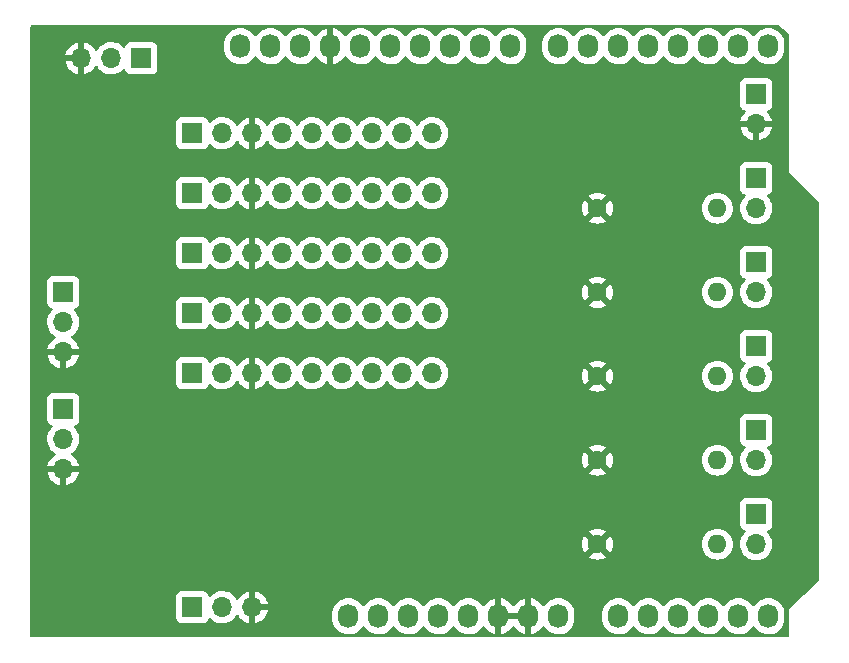
<source format=gbr>
%TF.GenerationSoftware,KiCad,Pcbnew,6.0.1*%
%TF.CreationDate,2022-02-15T15:15:00-07:00*%
%TF.ProjectId,aerogel_shield,6165726f-6765-46c5-9f73-6869656c642e,rev?*%
%TF.SameCoordinates,Original*%
%TF.FileFunction,Copper,L2,Bot*%
%TF.FilePolarity,Positive*%
%FSLAX46Y46*%
G04 Gerber Fmt 4.6, Leading zero omitted, Abs format (unit mm)*
G04 Created by KiCad (PCBNEW 6.0.1) date 2022-02-15 15:15:00*
%MOMM*%
%LPD*%
G01*
G04 APERTURE LIST*
%TA.AperFunction,ComponentPad*%
%ADD10O,1.727200X2.032000*%
%TD*%
%TA.AperFunction,ComponentPad*%
%ADD11R,1.700000X1.700000*%
%TD*%
%TA.AperFunction,ComponentPad*%
%ADD12O,1.700000X1.700000*%
%TD*%
%TA.AperFunction,ComponentPad*%
%ADD13C,1.600000*%
%TD*%
%TA.AperFunction,ComponentPad*%
%ADD14O,1.600000X1.600000*%
%TD*%
G04 APERTURE END LIST*
D10*
%TO.P,Digital,1,Pin_1*%
%TO.N,unconnected-(P1-Pad1)*%
X138938000Y-123825000D03*
%TO.P,Digital,2,Pin_2*%
%TO.N,/IOREF*%
X141478000Y-123825000D03*
%TO.P,Digital,3,Pin_3*%
%TO.N,/Reset*%
X144018000Y-123825000D03*
%TO.P,Digital,4,Pin_4*%
%TO.N,+3V3*%
X146558000Y-123825000D03*
%TO.P,Digital,5,Pin_5*%
%TO.N,+5V*%
X149098000Y-123825000D03*
%TO.P,Digital,6,Pin_6*%
%TO.N,GND*%
X151638000Y-123825000D03*
%TO.P,Digital,7,Pin_7*%
X154178000Y-123825000D03*
%TO.P,Digital,8,Pin_8*%
%TO.N,/Vin*%
X156718000Y-123825000D03*
%TD*%
%TO.P,Analog,1,Pin_1*%
%TO.N,/A0*%
X161798000Y-123825000D03*
%TO.P,Analog,2,Pin_2*%
%TO.N,/A1*%
X164338000Y-123825000D03*
%TO.P,Analog,3,Pin_3*%
%TO.N,/A2*%
X166878000Y-123825000D03*
%TO.P,Analog,4,Pin_4*%
%TO.N,/A3*%
X169418000Y-123825000D03*
%TO.P,Analog,5,Pin_5*%
%TO.N,/A4(SDA)*%
X171958000Y-123825000D03*
%TO.P,Analog,6,Pin_6*%
%TO.N,/A5(SCL)*%
X174498000Y-123825000D03*
%TD*%
%TO.P,Digital,1,Pin_1*%
%TO.N,/A5(SCL)*%
X129794000Y-75565000D03*
%TO.P,Digital,2,Pin_2*%
%TO.N,/A4(SDA)*%
X132334000Y-75565000D03*
%TO.P,Digital,3,Pin_3*%
%TO.N,/AREF*%
X134874000Y-75565000D03*
%TO.P,Digital,4,Pin_4*%
%TO.N,GND*%
X137414000Y-75565000D03*
%TO.P,Digital,5,Pin_5*%
%TO.N,/13(SCK)*%
X139954000Y-75565000D03*
%TO.P,Digital,6,Pin_6*%
%TO.N,/12(MISO)*%
X142494000Y-75565000D03*
%TO.P,Digital,7,Pin_7*%
%TO.N,/11(\u002A\u002A{slash}MOSI)*%
X145034000Y-75565000D03*
%TO.P,Digital,8,Pin_8*%
%TO.N,/10(\u002A\u002A{slash}SS)*%
X147574000Y-75565000D03*
%TO.P,Digital,9,Pin_9*%
%TO.N,/9(\u002A\u002A)*%
X150114000Y-75565000D03*
%TO.P,Digital,10,Pin_10*%
%TO.N,/8*%
X152654000Y-75565000D03*
%TD*%
%TO.P,Digital,1,Pin_1*%
%TO.N,/7*%
X156718000Y-75565000D03*
%TO.P,Digital,2,Pin_2*%
%TO.N,/6(\u002A\u002A)*%
X159258000Y-75565000D03*
%TO.P,Digital,3,Pin_3*%
%TO.N,/5(\u002A\u002A)*%
X161798000Y-75565000D03*
%TO.P,Digital,4,Pin_4*%
%TO.N,/4*%
X164338000Y-75565000D03*
%TO.P,Digital,5,Pin_5*%
%TO.N,/3(\u002A\u002A)*%
X166878000Y-75565000D03*
%TO.P,Digital,6,Pin_6*%
%TO.N,/2*%
X169418000Y-75565000D03*
%TO.P,Digital,7,Pin_7*%
%TO.N,/1(Tx)*%
X171958000Y-75565000D03*
%TO.P,Digital,8,Pin_8*%
%TO.N,/0(Rx)*%
X174498000Y-75565000D03*
%TD*%
D11*
%TO.P,T3,1,Pin_1*%
%TO.N,+5V*%
X125730000Y-93091000D03*
D12*
%TO.P,T3,2,Pin_2*%
%TO.N,unconnected-(J8-Pad2)*%
X128270000Y-93091000D03*
%TO.P,T3,3,Pin_3*%
%TO.N,GND*%
X130810000Y-93091000D03*
%TO.P,T3,4,Pin_4*%
%TO.N,/13(SCK)*%
X133350000Y-93091000D03*
%TO.P,T3,5,Pin_5*%
%TO.N,/12(MISO)*%
X135890000Y-93091000D03*
%TO.P,T3,6,Pin_6*%
%TO.N,/11(\u002A\u002A{slash}MOSI)*%
X138430000Y-93091000D03*
%TO.P,T3,7,Pin_7*%
%TO.N,/8*%
X140970000Y-93091000D03*
%TO.P,T3,8,Pin_8*%
%TO.N,unconnected-(J8-Pad8)*%
X143510000Y-93091000D03*
%TO.P,T3,9,Pin_9*%
%TO.N,unconnected-(J8-Pad9)*%
X146050000Y-93091000D03*
%TD*%
D11*
%TO.P,Y1,1,Pin_1*%
%TO.N,+5V*%
X121412000Y-76581000D03*
D12*
%TO.P,Y1,2,Pin_2*%
%TO.N,/5(\u002A\u002A)*%
X118872000Y-76581000D03*
%TO.P,Y1,3,Pin_3*%
%TO.N,GND*%
X116332000Y-76581000D03*
%TD*%
D11*
%TO.P,Y4,1,Pin_1*%
%TO.N,+5V*%
X125730000Y-123063000D03*
D12*
%TO.P,Y4,2,Pin_2*%
%TO.N,/2*%
X128270000Y-123063000D03*
%TO.P,Y4,3,Pin_3*%
%TO.N,GND*%
X130810000Y-123063000D03*
%TD*%
D11*
%TO.P,P5,1,Pin_1*%
%TO.N,+12V*%
X173482000Y-86746000D03*
D12*
%TO.P,P5,2,Pin_2*%
%TO.N,/A0*%
X173482000Y-89286000D03*
%TD*%
D11*
%TO.P,T2,1,Pin_1*%
%TO.N,+5V*%
X125730000Y-88011000D03*
D12*
%TO.P,T2,2,Pin_2*%
%TO.N,unconnected-(J7-Pad2)*%
X128270000Y-88011000D03*
%TO.P,T2,3,Pin_3*%
%TO.N,GND*%
X130810000Y-88011000D03*
%TO.P,T2,4,Pin_4*%
%TO.N,/13(SCK)*%
X133350000Y-88011000D03*
%TO.P,T2,5,Pin_5*%
%TO.N,/12(MISO)*%
X135890000Y-88011000D03*
%TO.P,T2,6,Pin_6*%
%TO.N,/11(\u002A\u002A{slash}MOSI)*%
X138430000Y-88011000D03*
%TO.P,T2,7,Pin_7*%
%TO.N,/9(\u002A\u002A)*%
X140970000Y-88011000D03*
%TO.P,T2,8,Pin_8*%
%TO.N,unconnected-(J7-Pad8)*%
X143510000Y-88011000D03*
%TO.P,T2,9,Pin_9*%
%TO.N,unconnected-(J7-Pad9)*%
X146050000Y-88011000D03*
%TD*%
D11*
%TO.P,P4,1,Pin_1*%
%TO.N,+12V*%
X173482000Y-93858000D03*
D12*
%TO.P,P4,2,Pin_2*%
%TO.N,/A1*%
X173482000Y-96398000D03*
%TD*%
D11*
%TO.P,T4,1,Pin_1*%
%TO.N,+5V*%
X125730000Y-98171000D03*
D12*
%TO.P,T4,2,Pin_2*%
%TO.N,unconnected-(J10-Pad2)*%
X128270000Y-98171000D03*
%TO.P,T4,3,Pin_3*%
%TO.N,GND*%
X130810000Y-98171000D03*
%TO.P,T4,4,Pin_4*%
%TO.N,/13(SCK)*%
X133350000Y-98171000D03*
%TO.P,T4,5,Pin_5*%
%TO.N,/12(MISO)*%
X135890000Y-98171000D03*
%TO.P,T4,6,Pin_6*%
%TO.N,/11(\u002A\u002A{slash}MOSI)*%
X138430000Y-98171000D03*
%TO.P,T4,7,Pin_7*%
%TO.N,/7*%
X140970000Y-98171000D03*
%TO.P,T4,8,Pin_8*%
%TO.N,unconnected-(J10-Pad8)*%
X143510000Y-98171000D03*
%TO.P,T4,9,Pin_9*%
%TO.N,unconnected-(J10-Pad9)*%
X146050000Y-98171000D03*
%TD*%
D11*
%TO.P,P2,1,Pin_1*%
%TO.N,+12V*%
X173482000Y-108077000D03*
D12*
%TO.P,P2,2,Pin_2*%
%TO.N,/A3*%
X173482000Y-110617000D03*
%TD*%
D11*
%TO.P,Y3,1,Pin_1*%
%TO.N,+5V*%
X114808000Y-106299000D03*
D12*
%TO.P,Y3,2,Pin_2*%
%TO.N,/3(\u002A\u002A)*%
X114808000Y-108839000D03*
%TO.P,Y3,3,Pin_3*%
%TO.N,GND*%
X114808000Y-111379000D03*
%TD*%
D11*
%TO.P,P1,1,Pin_1*%
%TO.N,+12V*%
X173482000Y-115189000D03*
D12*
%TO.P,P1,2,Pin_2*%
%TO.N,/A4(SDA)*%
X173482000Y-117729000D03*
%TD*%
D13*
%TO.P,R5,1*%
%TO.N,GND*%
X160020000Y-117729000D03*
D14*
%TO.P,R5,2*%
%TO.N,/A4(SDA)*%
X170180000Y-117729000D03*
%TD*%
D11*
%TO.P,Y2,1,Pin_1*%
%TO.N,+5V*%
X114808000Y-96393000D03*
D12*
%TO.P,Y2,2,Pin_2*%
%TO.N,/4*%
X114808000Y-98933000D03*
%TO.P,Y2,3,Pin_3*%
%TO.N,GND*%
X114808000Y-101473000D03*
%TD*%
D11*
%TO.P,P3,1,Pin_1*%
%TO.N,+12V*%
X173482000Y-100965000D03*
D12*
%TO.P,P3,2,Pin_2*%
%TO.N,/A2*%
X173482000Y-103505000D03*
%TD*%
D13*
%TO.P,R4,1*%
%TO.N,GND*%
X160020000Y-110617000D03*
D14*
%TO.P,R4,2*%
%TO.N,/A3*%
X170180000Y-110617000D03*
%TD*%
D13*
%TO.P,R3,1*%
%TO.N,GND*%
X160020000Y-103505000D03*
D14*
%TO.P,R3,2*%
%TO.N,/A2*%
X170180000Y-103505000D03*
%TD*%
D13*
%TO.P,R2,1*%
%TO.N,GND*%
X160020000Y-96403000D03*
D14*
%TO.P,R2,2*%
%TO.N,/A1*%
X170180000Y-96403000D03*
%TD*%
D11*
%TO.P,T1,1,Pin_1*%
%TO.N,+5V*%
X125730000Y-82931000D03*
D12*
%TO.P,T1,2,Pin_2*%
%TO.N,unconnected-(J4-Pad2)*%
X128270000Y-82931000D03*
%TO.P,T1,3,Pin_3*%
%TO.N,GND*%
X130810000Y-82931000D03*
%TO.P,T1,4,Pin_4*%
%TO.N,/13(SCK)*%
X133350000Y-82931000D03*
%TO.P,T1,5,Pin_5*%
%TO.N,/12(MISO)*%
X135890000Y-82931000D03*
%TO.P,T1,6,Pin_6*%
%TO.N,/11(\u002A\u002A{slash}MOSI)*%
X138430000Y-82931000D03*
%TO.P,T1,7,Pin_7*%
%TO.N,/10(\u002A\u002A{slash}SS)*%
X140970000Y-82931000D03*
%TO.P,T1,8,Pin_8*%
%TO.N,unconnected-(J4-Pad8)*%
X143510000Y-82931000D03*
%TO.P,T1,9,Pin_9*%
%TO.N,unconnected-(J4-Pad9)*%
X146050000Y-82931000D03*
%TD*%
D13*
%TO.P,R1,1*%
%TO.N,GND*%
X160020000Y-89286000D03*
D14*
%TO.P,R1,2*%
%TO.N,/A0*%
X170180000Y-89286000D03*
%TD*%
D11*
%TO.P,T5,1,Pin_1*%
%TO.N,+5V*%
X125730000Y-103251000D03*
D12*
%TO.P,T5,2,Pin_2*%
%TO.N,unconnected-(J11-Pad2)*%
X128270000Y-103251000D03*
%TO.P,T5,3,Pin_3*%
%TO.N,GND*%
X130810000Y-103251000D03*
%TO.P,T5,4,Pin_4*%
%TO.N,/13(SCK)*%
X133350000Y-103251000D03*
%TO.P,T5,5,Pin_5*%
%TO.N,/12(MISO)*%
X135890000Y-103251000D03*
%TO.P,T5,6,Pin_6*%
%TO.N,/11(\u002A\u002A{slash}MOSI)*%
X138430000Y-103251000D03*
%TO.P,T5,7,Pin_7*%
%TO.N,/6(\u002A\u002A)*%
X140970000Y-103251000D03*
%TO.P,T5,8,Pin_8*%
%TO.N,unconnected-(J11-Pad8)*%
X143510000Y-103251000D03*
%TO.P,T5,9,Pin_9*%
%TO.N,unconnected-(J11-Pad9)*%
X146050000Y-103251000D03*
%TD*%
D11*
%TO.P,12V,1,Pin_1*%
%TO.N,+12V*%
X173482000Y-79639000D03*
D12*
%TO.P,12V,2,Pin_2*%
%TO.N,GND*%
X173482000Y-82179000D03*
%TD*%
%TA.AperFunction,Conductor*%
%TO.N,GND*%
G36*
X129842331Y-73797948D02*
G01*
X129862455Y-73788488D01*
X129881761Y-73787000D01*
X132345046Y-73787000D01*
X132382331Y-73797948D01*
X132402455Y-73788488D01*
X132421761Y-73787000D01*
X134885046Y-73787000D01*
X134922331Y-73797948D01*
X134942455Y-73788488D01*
X134961761Y-73787000D01*
X139965046Y-73787000D01*
X140002331Y-73797948D01*
X140022455Y-73788488D01*
X140041761Y-73787000D01*
X142505046Y-73787000D01*
X142542331Y-73797948D01*
X142562455Y-73788488D01*
X142581761Y-73787000D01*
X145045046Y-73787000D01*
X145082331Y-73797948D01*
X145102455Y-73788488D01*
X145121761Y-73787000D01*
X147585046Y-73787000D01*
X147622331Y-73797948D01*
X147642455Y-73788488D01*
X147661761Y-73787000D01*
X150125046Y-73787000D01*
X150162331Y-73797948D01*
X150182455Y-73788488D01*
X150201761Y-73787000D01*
X152665046Y-73787000D01*
X152702331Y-73797948D01*
X152722455Y-73788488D01*
X152741761Y-73787000D01*
X156729046Y-73787000D01*
X156766331Y-73797948D01*
X156786455Y-73788488D01*
X156805761Y-73787000D01*
X159269046Y-73787000D01*
X159306331Y-73797948D01*
X159326455Y-73788488D01*
X159345761Y-73787000D01*
X161809046Y-73787000D01*
X161846331Y-73797948D01*
X161866455Y-73788488D01*
X161885761Y-73787000D01*
X164349046Y-73787000D01*
X164386331Y-73797948D01*
X164406455Y-73788488D01*
X164425761Y-73787000D01*
X166889046Y-73787000D01*
X166926331Y-73797948D01*
X166946455Y-73788488D01*
X166965761Y-73787000D01*
X169429046Y-73787000D01*
X169466331Y-73797948D01*
X169486455Y-73788488D01*
X169505761Y-73787000D01*
X171969046Y-73787000D01*
X172006331Y-73797948D01*
X172026455Y-73788488D01*
X172045761Y-73787000D01*
X174509046Y-73787000D01*
X174546331Y-73797948D01*
X174566455Y-73788488D01*
X174585761Y-73787000D01*
X175340390Y-73787000D01*
X175408511Y-73807002D01*
X175422387Y-73817332D01*
X175747575Y-74096064D01*
X176232000Y-74511286D01*
X176270704Y-74570805D01*
X176276000Y-74606952D01*
X176276000Y-86233000D01*
X178779095Y-88736095D01*
X178813121Y-88798407D01*
X178816000Y-88825190D01*
X178816000Y-120722907D01*
X178795998Y-120791028D01*
X178776782Y-120814257D01*
X176276000Y-123190000D01*
X176276000Y-125477000D01*
X176255998Y-125545121D01*
X176202342Y-125591614D01*
X176150000Y-125603000D01*
X174486954Y-125603000D01*
X174449669Y-125592052D01*
X174429545Y-125601512D01*
X174410239Y-125603000D01*
X171946954Y-125603000D01*
X171909669Y-125592052D01*
X171889545Y-125601512D01*
X171870239Y-125603000D01*
X169406954Y-125603000D01*
X169369669Y-125592052D01*
X169349545Y-125601512D01*
X169330239Y-125603000D01*
X166866954Y-125603000D01*
X166829669Y-125592052D01*
X166809545Y-125601512D01*
X166790239Y-125603000D01*
X164326954Y-125603000D01*
X164289669Y-125592052D01*
X164269545Y-125601512D01*
X164250239Y-125603000D01*
X161786954Y-125603000D01*
X161749669Y-125592052D01*
X161729545Y-125601512D01*
X161710239Y-125603000D01*
X156706954Y-125603000D01*
X156669669Y-125592052D01*
X156649545Y-125601512D01*
X156630239Y-125603000D01*
X149086954Y-125603000D01*
X149049669Y-125592052D01*
X149029545Y-125601512D01*
X149010239Y-125603000D01*
X146546954Y-125603000D01*
X146509669Y-125592052D01*
X146489545Y-125601512D01*
X146470239Y-125603000D01*
X144006954Y-125603000D01*
X143969669Y-125592052D01*
X143949545Y-125601512D01*
X143930239Y-125603000D01*
X141466954Y-125603000D01*
X141429669Y-125592052D01*
X141409545Y-125601512D01*
X141390239Y-125603000D01*
X138926954Y-125603000D01*
X138889669Y-125592052D01*
X138869545Y-125601512D01*
X138850239Y-125603000D01*
X112140000Y-125603000D01*
X112071879Y-125582998D01*
X112025386Y-125529342D01*
X112014000Y-125477000D01*
X112014000Y-123961134D01*
X124371500Y-123961134D01*
X124378255Y-124023316D01*
X124429385Y-124159705D01*
X124516739Y-124276261D01*
X124633295Y-124363615D01*
X124769684Y-124414745D01*
X124831866Y-124421500D01*
X126628134Y-124421500D01*
X126690316Y-124414745D01*
X126826705Y-124363615D01*
X126943261Y-124276261D01*
X127030615Y-124159705D01*
X127052799Y-124100529D01*
X127074598Y-124042382D01*
X127117240Y-123985618D01*
X127183802Y-123960918D01*
X127253150Y-123976126D01*
X127287817Y-124004114D01*
X127316250Y-124036938D01*
X127488126Y-124179632D01*
X127681000Y-124292338D01*
X127889692Y-124372030D01*
X127894760Y-124373061D01*
X127894763Y-124373062D01*
X127989862Y-124392410D01*
X128108597Y-124416567D01*
X128113772Y-124416757D01*
X128113774Y-124416757D01*
X128326673Y-124424564D01*
X128326677Y-124424564D01*
X128331837Y-124424753D01*
X128336957Y-124424097D01*
X128336959Y-124424097D01*
X128548288Y-124397025D01*
X128548289Y-124397025D01*
X128553416Y-124396368D01*
X128558366Y-124394883D01*
X128762429Y-124333661D01*
X128762434Y-124333659D01*
X128767384Y-124332174D01*
X128967994Y-124233896D01*
X129149860Y-124104173D01*
X129170631Y-124083475D01*
X129293616Y-123960918D01*
X129308096Y-123946489D01*
X129438453Y-123765077D01*
X129439640Y-123765930D01*
X129486960Y-123722362D01*
X129556897Y-123710145D01*
X129622338Y-123737678D01*
X129650166Y-123769511D01*
X129707694Y-123863388D01*
X129713777Y-123871699D01*
X129853213Y-124032667D01*
X129860580Y-124039883D01*
X130024434Y-124175916D01*
X130032881Y-124181831D01*
X130216756Y-124289279D01*
X130226042Y-124293729D01*
X130425001Y-124369703D01*
X130434899Y-124372579D01*
X130538250Y-124393606D01*
X130552299Y-124392410D01*
X130556000Y-124382065D01*
X130556000Y-124381517D01*
X131064000Y-124381517D01*
X131068064Y-124395359D01*
X131081478Y-124397393D01*
X131088184Y-124396534D01*
X131098262Y-124394392D01*
X131302255Y-124333191D01*
X131311842Y-124329433D01*
X131503095Y-124235739D01*
X131511945Y-124230464D01*
X131685328Y-124106792D01*
X131693200Y-124100139D01*
X131757695Y-124035868D01*
X137565900Y-124035868D01*
X137569992Y-124084095D01*
X137576408Y-124159705D01*
X137580626Y-124209420D01*
X137581964Y-124214577D01*
X137581965Y-124214580D01*
X137636516Y-124424753D01*
X137639125Y-124434806D01*
X137734762Y-124647113D01*
X137864804Y-124840272D01*
X138025532Y-125008758D01*
X138212350Y-125147754D01*
X138217102Y-125150170D01*
X138414244Y-125250402D01*
X138419916Y-125253286D01*
X138531106Y-125287812D01*
X138637193Y-125320753D01*
X138637199Y-125320754D01*
X138642296Y-125322337D01*
X138847652Y-125349555D01*
X138866794Y-125352092D01*
X138885081Y-125360201D01*
X138891456Y-125356104D01*
X138922227Y-125351089D01*
X139105822Y-125344197D01*
X139270713Y-125309599D01*
X139328486Y-125297477D01*
X139328489Y-125297476D01*
X139333713Y-125296380D01*
X139550290Y-125210850D01*
X139749359Y-125090051D01*
X139847492Y-125004896D01*
X139921197Y-124940939D01*
X139921199Y-124940937D01*
X139925230Y-124937439D01*
X139928613Y-124933313D01*
X139928617Y-124933309D01*
X140069487Y-124761504D01*
X140072872Y-124757376D01*
X140075672Y-124752458D01*
X140098845Y-124711748D01*
X140149927Y-124662442D01*
X140219558Y-124648580D01*
X140285629Y-124674563D01*
X140312867Y-124703713D01*
X140404804Y-124840272D01*
X140565532Y-125008758D01*
X140752350Y-125147754D01*
X140757102Y-125150170D01*
X140954244Y-125250402D01*
X140959916Y-125253286D01*
X141071106Y-125287812D01*
X141177193Y-125320753D01*
X141177199Y-125320754D01*
X141182296Y-125322337D01*
X141387652Y-125349555D01*
X141406794Y-125352092D01*
X141425081Y-125360201D01*
X141431456Y-125356104D01*
X141462227Y-125351089D01*
X141645822Y-125344197D01*
X141810713Y-125309599D01*
X141868486Y-125297477D01*
X141868489Y-125297476D01*
X141873713Y-125296380D01*
X142090290Y-125210850D01*
X142289359Y-125090051D01*
X142387492Y-125004896D01*
X142461197Y-124940939D01*
X142461199Y-124940937D01*
X142465230Y-124937439D01*
X142468613Y-124933313D01*
X142468617Y-124933309D01*
X142609487Y-124761504D01*
X142612872Y-124757376D01*
X142615672Y-124752458D01*
X142638845Y-124711748D01*
X142689927Y-124662442D01*
X142759558Y-124648580D01*
X142825629Y-124674563D01*
X142852867Y-124703713D01*
X142944804Y-124840272D01*
X143105532Y-125008758D01*
X143292350Y-125147754D01*
X143297102Y-125150170D01*
X143494244Y-125250402D01*
X143499916Y-125253286D01*
X143611106Y-125287812D01*
X143717193Y-125320753D01*
X143717199Y-125320754D01*
X143722296Y-125322337D01*
X143927652Y-125349555D01*
X143946794Y-125352092D01*
X143965081Y-125360201D01*
X143971456Y-125356104D01*
X144002227Y-125351089D01*
X144185822Y-125344197D01*
X144350713Y-125309599D01*
X144408486Y-125297477D01*
X144408489Y-125297476D01*
X144413713Y-125296380D01*
X144630290Y-125210850D01*
X144829359Y-125090051D01*
X144927492Y-125004896D01*
X145001197Y-124940939D01*
X145001199Y-124940937D01*
X145005230Y-124937439D01*
X145008613Y-124933313D01*
X145008617Y-124933309D01*
X145149487Y-124761504D01*
X145152872Y-124757376D01*
X145155672Y-124752458D01*
X145178845Y-124711748D01*
X145229927Y-124662442D01*
X145299558Y-124648580D01*
X145365629Y-124674563D01*
X145392867Y-124703713D01*
X145484804Y-124840272D01*
X145645532Y-125008758D01*
X145832350Y-125147754D01*
X145837102Y-125150170D01*
X146034244Y-125250402D01*
X146039916Y-125253286D01*
X146151106Y-125287812D01*
X146257193Y-125320753D01*
X146257199Y-125320754D01*
X146262296Y-125322337D01*
X146467652Y-125349555D01*
X146486794Y-125352092D01*
X146505081Y-125360201D01*
X146511456Y-125356104D01*
X146542227Y-125351089D01*
X146725822Y-125344197D01*
X146890713Y-125309599D01*
X146948486Y-125297477D01*
X146948489Y-125297476D01*
X146953713Y-125296380D01*
X147170290Y-125210850D01*
X147369359Y-125090051D01*
X147467492Y-125004896D01*
X147541197Y-124940939D01*
X147541199Y-124940937D01*
X147545230Y-124937439D01*
X147548613Y-124933313D01*
X147548617Y-124933309D01*
X147689487Y-124761504D01*
X147692872Y-124757376D01*
X147695672Y-124752458D01*
X147718845Y-124711748D01*
X147769927Y-124662442D01*
X147839558Y-124648580D01*
X147905629Y-124674563D01*
X147932867Y-124703713D01*
X148024804Y-124840272D01*
X148185532Y-125008758D01*
X148372350Y-125147754D01*
X148377102Y-125150170D01*
X148574244Y-125250402D01*
X148579916Y-125253286D01*
X148691106Y-125287812D01*
X148797193Y-125320753D01*
X148797199Y-125320754D01*
X148802296Y-125322337D01*
X149007652Y-125349555D01*
X149026794Y-125352092D01*
X149045081Y-125360201D01*
X149051456Y-125356104D01*
X149082227Y-125351089D01*
X149265822Y-125344197D01*
X149430713Y-125309599D01*
X149488486Y-125297477D01*
X149488489Y-125297476D01*
X149493713Y-125296380D01*
X149710290Y-125210850D01*
X149909359Y-125090051D01*
X150007492Y-125004896D01*
X150081197Y-124940939D01*
X150081199Y-124940937D01*
X150085230Y-124937439D01*
X150088613Y-124933313D01*
X150088617Y-124933309D01*
X150229487Y-124761504D01*
X150232872Y-124757376D01*
X150259122Y-124711261D01*
X150310202Y-124661956D01*
X150379832Y-124648094D01*
X150445904Y-124674077D01*
X150473143Y-124703227D01*
X150562215Y-124835530D01*
X150568876Y-124843816D01*
X150722180Y-125004520D01*
X150730148Y-125011569D01*
X150908336Y-125144144D01*
X150917366Y-125149743D01*
X151115347Y-125250402D01*
X151125208Y-125254405D01*
X151337301Y-125320263D01*
X151347696Y-125322548D01*
X151366041Y-125324980D01*
X151380208Y-125322783D01*
X151384000Y-125309599D01*
X151384000Y-125307488D01*
X151892000Y-125307488D01*
X151895973Y-125321019D01*
X151906580Y-125322544D01*
X152028343Y-125296996D01*
X152038539Y-125293936D01*
X152245097Y-125212363D01*
X152254634Y-125207629D01*
X152444503Y-125092414D01*
X152453093Y-125086150D01*
X152620837Y-124940589D01*
X152628257Y-124932959D01*
X152769073Y-124761220D01*
X152775095Y-124752458D01*
X152798810Y-124710798D01*
X152849893Y-124661492D01*
X152919524Y-124647631D01*
X152985594Y-124673615D01*
X153012832Y-124702764D01*
X153102215Y-124835531D01*
X153108876Y-124843816D01*
X153262180Y-125004520D01*
X153270148Y-125011569D01*
X153448336Y-125144144D01*
X153457366Y-125149743D01*
X153655347Y-125250402D01*
X153665208Y-125254405D01*
X153877301Y-125320263D01*
X153887696Y-125322548D01*
X153906041Y-125324980D01*
X153920208Y-125322783D01*
X153924000Y-125309599D01*
X153924000Y-125307488D01*
X154432000Y-125307488D01*
X154435973Y-125321019D01*
X154446580Y-125322544D01*
X154568343Y-125296996D01*
X154578539Y-125293936D01*
X154785097Y-125212363D01*
X154794634Y-125207629D01*
X154984503Y-125092414D01*
X154993093Y-125086150D01*
X155160837Y-124940589D01*
X155168257Y-124932959D01*
X155309073Y-124761220D01*
X155315102Y-124752449D01*
X155338533Y-124711285D01*
X155389615Y-124661978D01*
X155459245Y-124648116D01*
X155525316Y-124674099D01*
X155552555Y-124703249D01*
X155644804Y-124840272D01*
X155805532Y-125008758D01*
X155992350Y-125147754D01*
X155997102Y-125150170D01*
X156194244Y-125250402D01*
X156199916Y-125253286D01*
X156311106Y-125287812D01*
X156417193Y-125320753D01*
X156417199Y-125320754D01*
X156422296Y-125322337D01*
X156627652Y-125349555D01*
X156646794Y-125352092D01*
X156665081Y-125360201D01*
X156671456Y-125356104D01*
X156702227Y-125351089D01*
X156885822Y-125344197D01*
X157050713Y-125309599D01*
X157108486Y-125297477D01*
X157108489Y-125297476D01*
X157113713Y-125296380D01*
X157330290Y-125210850D01*
X157529359Y-125090051D01*
X157627492Y-125004896D01*
X157701197Y-124940939D01*
X157701199Y-124940937D01*
X157705230Y-124937439D01*
X157708613Y-124933313D01*
X157708617Y-124933309D01*
X157849487Y-124761504D01*
X157852872Y-124757376D01*
X157855672Y-124752458D01*
X157965422Y-124559654D01*
X157968065Y-124555011D01*
X157988239Y-124499435D01*
X158045695Y-124341146D01*
X158045696Y-124341142D01*
X158047515Y-124336131D01*
X158088950Y-124106993D01*
X158089274Y-124100139D01*
X158090030Y-124084095D01*
X158090030Y-124084086D01*
X158090100Y-124082606D01*
X158090100Y-124035868D01*
X160425900Y-124035868D01*
X160429992Y-124084095D01*
X160436408Y-124159705D01*
X160440626Y-124209420D01*
X160441964Y-124214577D01*
X160441965Y-124214580D01*
X160496516Y-124424753D01*
X160499125Y-124434806D01*
X160594762Y-124647113D01*
X160724804Y-124840272D01*
X160885532Y-125008758D01*
X161072350Y-125147754D01*
X161077102Y-125150170D01*
X161274244Y-125250402D01*
X161279916Y-125253286D01*
X161391106Y-125287812D01*
X161497193Y-125320753D01*
X161497199Y-125320754D01*
X161502296Y-125322337D01*
X161707652Y-125349555D01*
X161726794Y-125352092D01*
X161745081Y-125360201D01*
X161751456Y-125356104D01*
X161782227Y-125351089D01*
X161965822Y-125344197D01*
X162130713Y-125309599D01*
X162188486Y-125297477D01*
X162188489Y-125297476D01*
X162193713Y-125296380D01*
X162410290Y-125210850D01*
X162609359Y-125090051D01*
X162707492Y-125004896D01*
X162781197Y-124940939D01*
X162781199Y-124940937D01*
X162785230Y-124937439D01*
X162788613Y-124933313D01*
X162788617Y-124933309D01*
X162929487Y-124761504D01*
X162932872Y-124757376D01*
X162935672Y-124752458D01*
X162958845Y-124711748D01*
X163009927Y-124662442D01*
X163079558Y-124648580D01*
X163145629Y-124674563D01*
X163172867Y-124703713D01*
X163264804Y-124840272D01*
X163425532Y-125008758D01*
X163612350Y-125147754D01*
X163617102Y-125150170D01*
X163814244Y-125250402D01*
X163819916Y-125253286D01*
X163931106Y-125287812D01*
X164037193Y-125320753D01*
X164037199Y-125320754D01*
X164042296Y-125322337D01*
X164247652Y-125349555D01*
X164266794Y-125352092D01*
X164285081Y-125360201D01*
X164291456Y-125356104D01*
X164322227Y-125351089D01*
X164505822Y-125344197D01*
X164670713Y-125309599D01*
X164728486Y-125297477D01*
X164728489Y-125297476D01*
X164733713Y-125296380D01*
X164950290Y-125210850D01*
X165149359Y-125090051D01*
X165247492Y-125004896D01*
X165321197Y-124940939D01*
X165321199Y-124940937D01*
X165325230Y-124937439D01*
X165328613Y-124933313D01*
X165328617Y-124933309D01*
X165469487Y-124761504D01*
X165472872Y-124757376D01*
X165475672Y-124752458D01*
X165498845Y-124711748D01*
X165549927Y-124662442D01*
X165619558Y-124648580D01*
X165685629Y-124674563D01*
X165712867Y-124703713D01*
X165804804Y-124840272D01*
X165965532Y-125008758D01*
X166152350Y-125147754D01*
X166157102Y-125150170D01*
X166354244Y-125250402D01*
X166359916Y-125253286D01*
X166471106Y-125287812D01*
X166577193Y-125320753D01*
X166577199Y-125320754D01*
X166582296Y-125322337D01*
X166787652Y-125349555D01*
X166806794Y-125352092D01*
X166825081Y-125360201D01*
X166831456Y-125356104D01*
X166862227Y-125351089D01*
X167045822Y-125344197D01*
X167210713Y-125309599D01*
X167268486Y-125297477D01*
X167268489Y-125297476D01*
X167273713Y-125296380D01*
X167490290Y-125210850D01*
X167689359Y-125090051D01*
X167787492Y-125004896D01*
X167861197Y-124940939D01*
X167861199Y-124940937D01*
X167865230Y-124937439D01*
X167868613Y-124933313D01*
X167868617Y-124933309D01*
X168009487Y-124761504D01*
X168012872Y-124757376D01*
X168015672Y-124752458D01*
X168038845Y-124711748D01*
X168089927Y-124662442D01*
X168159558Y-124648580D01*
X168225629Y-124674563D01*
X168252867Y-124703713D01*
X168344804Y-124840272D01*
X168505532Y-125008758D01*
X168692350Y-125147754D01*
X168697102Y-125150170D01*
X168894244Y-125250402D01*
X168899916Y-125253286D01*
X169011106Y-125287812D01*
X169117193Y-125320753D01*
X169117199Y-125320754D01*
X169122296Y-125322337D01*
X169327652Y-125349555D01*
X169346794Y-125352092D01*
X169365081Y-125360201D01*
X169371456Y-125356104D01*
X169402227Y-125351089D01*
X169585822Y-125344197D01*
X169750713Y-125309599D01*
X169808486Y-125297477D01*
X169808489Y-125297476D01*
X169813713Y-125296380D01*
X170030290Y-125210850D01*
X170229359Y-125090051D01*
X170327492Y-125004896D01*
X170401197Y-124940939D01*
X170401199Y-124940937D01*
X170405230Y-124937439D01*
X170408613Y-124933313D01*
X170408617Y-124933309D01*
X170549487Y-124761504D01*
X170552872Y-124757376D01*
X170555672Y-124752458D01*
X170578845Y-124711748D01*
X170629927Y-124662442D01*
X170699558Y-124648580D01*
X170765629Y-124674563D01*
X170792867Y-124703713D01*
X170884804Y-124840272D01*
X171045532Y-125008758D01*
X171232350Y-125147754D01*
X171237102Y-125150170D01*
X171434244Y-125250402D01*
X171439916Y-125253286D01*
X171551106Y-125287812D01*
X171657193Y-125320753D01*
X171657199Y-125320754D01*
X171662296Y-125322337D01*
X171867652Y-125349555D01*
X171886794Y-125352092D01*
X171905081Y-125360201D01*
X171911456Y-125356104D01*
X171942227Y-125351089D01*
X172125822Y-125344197D01*
X172290713Y-125309599D01*
X172348486Y-125297477D01*
X172348489Y-125297476D01*
X172353713Y-125296380D01*
X172570290Y-125210850D01*
X172769359Y-125090051D01*
X172867492Y-125004896D01*
X172941197Y-124940939D01*
X172941199Y-124940937D01*
X172945230Y-124937439D01*
X172948613Y-124933313D01*
X172948617Y-124933309D01*
X173089487Y-124761504D01*
X173092872Y-124757376D01*
X173095672Y-124752458D01*
X173118845Y-124711748D01*
X173169927Y-124662442D01*
X173239558Y-124648580D01*
X173305629Y-124674563D01*
X173332867Y-124703713D01*
X173424804Y-124840272D01*
X173585532Y-125008758D01*
X173772350Y-125147754D01*
X173777102Y-125150170D01*
X173974244Y-125250402D01*
X173979916Y-125253286D01*
X174091106Y-125287812D01*
X174197193Y-125320753D01*
X174197199Y-125320754D01*
X174202296Y-125322337D01*
X174407652Y-125349555D01*
X174426794Y-125352092D01*
X174445081Y-125360201D01*
X174451456Y-125356104D01*
X174482227Y-125351089D01*
X174665822Y-125344197D01*
X174830713Y-125309599D01*
X174888486Y-125297477D01*
X174888489Y-125297476D01*
X174893713Y-125296380D01*
X175110290Y-125210850D01*
X175309359Y-125090051D01*
X175407492Y-125004896D01*
X175481197Y-124940939D01*
X175481199Y-124940937D01*
X175485230Y-124937439D01*
X175488613Y-124933313D01*
X175488617Y-124933309D01*
X175629487Y-124761504D01*
X175632872Y-124757376D01*
X175635672Y-124752458D01*
X175745422Y-124559654D01*
X175748065Y-124555011D01*
X175768239Y-124499435D01*
X175825695Y-124341146D01*
X175825696Y-124341142D01*
X175827515Y-124336131D01*
X175868950Y-124106993D01*
X175869274Y-124100139D01*
X175870030Y-124084095D01*
X175870030Y-124084086D01*
X175870100Y-124082606D01*
X175870100Y-123614132D01*
X175855374Y-123440580D01*
X175853708Y-123434160D01*
X175798217Y-123220363D01*
X175798216Y-123220359D01*
X175796875Y-123215194D01*
X175701238Y-123002887D01*
X175571196Y-122809728D01*
X175566712Y-122805027D01*
X175414152Y-122645104D01*
X175410468Y-122641242D01*
X175223650Y-122502246D01*
X175096574Y-122437637D01*
X175020842Y-122399133D01*
X175020841Y-122399133D01*
X175016084Y-122396714D01*
X174877299Y-122353620D01*
X174798807Y-122329247D01*
X174798801Y-122329246D01*
X174793704Y-122327663D01*
X174669340Y-122311180D01*
X174568152Y-122297768D01*
X174568148Y-122297768D01*
X174562868Y-122297068D01*
X174557538Y-122297268D01*
X174557537Y-122297268D01*
X174446523Y-122301435D01*
X174330178Y-122305803D01*
X174247474Y-122323156D01*
X174107514Y-122352523D01*
X174107511Y-122352524D01*
X174102287Y-122353620D01*
X173885710Y-122439150D01*
X173686641Y-122559949D01*
X173682611Y-122563446D01*
X173588075Y-122645480D01*
X173510770Y-122712561D01*
X173507387Y-122716687D01*
X173507383Y-122716691D01*
X173442398Y-122795947D01*
X173363128Y-122892624D01*
X173360490Y-122897259D01*
X173360487Y-122897263D01*
X173337155Y-122938252D01*
X173286073Y-122987558D01*
X173216442Y-123001420D01*
X173150371Y-122975437D01*
X173123133Y-122946287D01*
X173034388Y-122814470D01*
X173031196Y-122809728D01*
X173026712Y-122805027D01*
X172874152Y-122645104D01*
X172870468Y-122641242D01*
X172683650Y-122502246D01*
X172556574Y-122437637D01*
X172480842Y-122399133D01*
X172480841Y-122399133D01*
X172476084Y-122396714D01*
X172337299Y-122353620D01*
X172258807Y-122329247D01*
X172258801Y-122329246D01*
X172253704Y-122327663D01*
X172129340Y-122311180D01*
X172028152Y-122297768D01*
X172028148Y-122297768D01*
X172022868Y-122297068D01*
X172017538Y-122297268D01*
X172017537Y-122297268D01*
X171906523Y-122301435D01*
X171790178Y-122305803D01*
X171707474Y-122323156D01*
X171567514Y-122352523D01*
X171567511Y-122352524D01*
X171562287Y-122353620D01*
X171345710Y-122439150D01*
X171146641Y-122559949D01*
X171142611Y-122563446D01*
X171048075Y-122645480D01*
X170970770Y-122712561D01*
X170967387Y-122716687D01*
X170967383Y-122716691D01*
X170902398Y-122795947D01*
X170823128Y-122892624D01*
X170820490Y-122897259D01*
X170820487Y-122897263D01*
X170797155Y-122938252D01*
X170746073Y-122987558D01*
X170676442Y-123001420D01*
X170610371Y-122975437D01*
X170583133Y-122946287D01*
X170494388Y-122814470D01*
X170491196Y-122809728D01*
X170486712Y-122805027D01*
X170334152Y-122645104D01*
X170330468Y-122641242D01*
X170143650Y-122502246D01*
X170016574Y-122437637D01*
X169940842Y-122399133D01*
X169940841Y-122399133D01*
X169936084Y-122396714D01*
X169797299Y-122353620D01*
X169718807Y-122329247D01*
X169718801Y-122329246D01*
X169713704Y-122327663D01*
X169589340Y-122311180D01*
X169488152Y-122297768D01*
X169488148Y-122297768D01*
X169482868Y-122297068D01*
X169477538Y-122297268D01*
X169477537Y-122297268D01*
X169366523Y-122301435D01*
X169250178Y-122305803D01*
X169167474Y-122323156D01*
X169027514Y-122352523D01*
X169027511Y-122352524D01*
X169022287Y-122353620D01*
X168805710Y-122439150D01*
X168606641Y-122559949D01*
X168602611Y-122563446D01*
X168508075Y-122645480D01*
X168430770Y-122712561D01*
X168427387Y-122716687D01*
X168427383Y-122716691D01*
X168362398Y-122795947D01*
X168283128Y-122892624D01*
X168280490Y-122897259D01*
X168280487Y-122897263D01*
X168257155Y-122938252D01*
X168206073Y-122987558D01*
X168136442Y-123001420D01*
X168070371Y-122975437D01*
X168043133Y-122946287D01*
X167954388Y-122814470D01*
X167951196Y-122809728D01*
X167946712Y-122805027D01*
X167794152Y-122645104D01*
X167790468Y-122641242D01*
X167603650Y-122502246D01*
X167476574Y-122437637D01*
X167400842Y-122399133D01*
X167400841Y-122399133D01*
X167396084Y-122396714D01*
X167257299Y-122353620D01*
X167178807Y-122329247D01*
X167178801Y-122329246D01*
X167173704Y-122327663D01*
X167049340Y-122311180D01*
X166948152Y-122297768D01*
X166948148Y-122297768D01*
X166942868Y-122297068D01*
X166937538Y-122297268D01*
X166937537Y-122297268D01*
X166826523Y-122301435D01*
X166710178Y-122305803D01*
X166627474Y-122323156D01*
X166487514Y-122352523D01*
X166487511Y-122352524D01*
X166482287Y-122353620D01*
X166265710Y-122439150D01*
X166066641Y-122559949D01*
X166062611Y-122563446D01*
X165968075Y-122645480D01*
X165890770Y-122712561D01*
X165887387Y-122716687D01*
X165887383Y-122716691D01*
X165822398Y-122795947D01*
X165743128Y-122892624D01*
X165740490Y-122897259D01*
X165740487Y-122897263D01*
X165717155Y-122938252D01*
X165666073Y-122987558D01*
X165596442Y-123001420D01*
X165530371Y-122975437D01*
X165503133Y-122946287D01*
X165414388Y-122814470D01*
X165411196Y-122809728D01*
X165406712Y-122805027D01*
X165254152Y-122645104D01*
X165250468Y-122641242D01*
X165063650Y-122502246D01*
X164936574Y-122437637D01*
X164860842Y-122399133D01*
X164860841Y-122399133D01*
X164856084Y-122396714D01*
X164717299Y-122353620D01*
X164638807Y-122329247D01*
X164638801Y-122329246D01*
X164633704Y-122327663D01*
X164509340Y-122311180D01*
X164408152Y-122297768D01*
X164408148Y-122297768D01*
X164402868Y-122297068D01*
X164397538Y-122297268D01*
X164397537Y-122297268D01*
X164286523Y-122301435D01*
X164170178Y-122305803D01*
X164087474Y-122323156D01*
X163947514Y-122352523D01*
X163947511Y-122352524D01*
X163942287Y-122353620D01*
X163725710Y-122439150D01*
X163526641Y-122559949D01*
X163522611Y-122563446D01*
X163428075Y-122645480D01*
X163350770Y-122712561D01*
X163347387Y-122716687D01*
X163347383Y-122716691D01*
X163282398Y-122795947D01*
X163203128Y-122892624D01*
X163200490Y-122897259D01*
X163200487Y-122897263D01*
X163177155Y-122938252D01*
X163126073Y-122987558D01*
X163056442Y-123001420D01*
X162990371Y-122975437D01*
X162963133Y-122946287D01*
X162874388Y-122814470D01*
X162871196Y-122809728D01*
X162866712Y-122805027D01*
X162714152Y-122645104D01*
X162710468Y-122641242D01*
X162523650Y-122502246D01*
X162396574Y-122437637D01*
X162320842Y-122399133D01*
X162320841Y-122399133D01*
X162316084Y-122396714D01*
X162177299Y-122353620D01*
X162098807Y-122329247D01*
X162098801Y-122329246D01*
X162093704Y-122327663D01*
X161969340Y-122311180D01*
X161868152Y-122297768D01*
X161868148Y-122297768D01*
X161862868Y-122297068D01*
X161857538Y-122297268D01*
X161857537Y-122297268D01*
X161746523Y-122301435D01*
X161630178Y-122305803D01*
X161547474Y-122323156D01*
X161407514Y-122352523D01*
X161407511Y-122352524D01*
X161402287Y-122353620D01*
X161185710Y-122439150D01*
X160986641Y-122559949D01*
X160982611Y-122563446D01*
X160888075Y-122645480D01*
X160810770Y-122712561D01*
X160807387Y-122716687D01*
X160807383Y-122716691D01*
X160742398Y-122795947D01*
X160663128Y-122892624D01*
X160660490Y-122897259D01*
X160660487Y-122897263D01*
X160597589Y-123007760D01*
X160547935Y-123094989D01*
X160546114Y-123100005D01*
X160546112Y-123100010D01*
X160504302Y-123215194D01*
X160468485Y-123313869D01*
X160467536Y-123319118D01*
X160467535Y-123319121D01*
X160466858Y-123322865D01*
X160427050Y-123543007D01*
X160426855Y-123547146D01*
X160426854Y-123547153D01*
X160425970Y-123565905D01*
X160425900Y-123567394D01*
X160425900Y-124035868D01*
X158090100Y-124035868D01*
X158090100Y-123614132D01*
X158075374Y-123440580D01*
X158073708Y-123434160D01*
X158018217Y-123220363D01*
X158018216Y-123220359D01*
X158016875Y-123215194D01*
X157921238Y-123002887D01*
X157791196Y-122809728D01*
X157786712Y-122805027D01*
X157634152Y-122645104D01*
X157630468Y-122641242D01*
X157443650Y-122502246D01*
X157316574Y-122437637D01*
X157240842Y-122399133D01*
X157240841Y-122399133D01*
X157236084Y-122396714D01*
X157097299Y-122353620D01*
X157018807Y-122329247D01*
X157018801Y-122329246D01*
X157013704Y-122327663D01*
X156889340Y-122311180D01*
X156788152Y-122297768D01*
X156788148Y-122297768D01*
X156782868Y-122297068D01*
X156777538Y-122297268D01*
X156777537Y-122297268D01*
X156666523Y-122301435D01*
X156550178Y-122305803D01*
X156467474Y-122323156D01*
X156327514Y-122352523D01*
X156327511Y-122352524D01*
X156322287Y-122353620D01*
X156105710Y-122439150D01*
X155906641Y-122559949D01*
X155902611Y-122563446D01*
X155808075Y-122645480D01*
X155730770Y-122712561D01*
X155727387Y-122716687D01*
X155727383Y-122716691D01*
X155662398Y-122795947D01*
X155583128Y-122892624D01*
X155556878Y-122938739D01*
X155505798Y-122988044D01*
X155436168Y-123001906D01*
X155370096Y-122975923D01*
X155342857Y-122946773D01*
X155253785Y-122814470D01*
X155247124Y-122806184D01*
X155093820Y-122645480D01*
X155085852Y-122638431D01*
X154907664Y-122505856D01*
X154898634Y-122500257D01*
X154700653Y-122399598D01*
X154690792Y-122395595D01*
X154478699Y-122329737D01*
X154468304Y-122327452D01*
X154449959Y-122325020D01*
X154435792Y-122327217D01*
X154432000Y-122340401D01*
X154432000Y-125307488D01*
X153924000Y-125307488D01*
X153924000Y-124097115D01*
X153919525Y-124081876D01*
X153918135Y-124080671D01*
X153910452Y-124079000D01*
X151910115Y-124079000D01*
X151894876Y-124083475D01*
X151893671Y-124084865D01*
X151892000Y-124092548D01*
X151892000Y-125307488D01*
X151384000Y-125307488D01*
X151384000Y-123552885D01*
X151892000Y-123552885D01*
X151896475Y-123568124D01*
X151897865Y-123569329D01*
X151905548Y-123571000D01*
X153905885Y-123571000D01*
X153921124Y-123566525D01*
X153922329Y-123565135D01*
X153924000Y-123557452D01*
X153924000Y-122342512D01*
X153920027Y-122328981D01*
X153909420Y-122327456D01*
X153787657Y-122353004D01*
X153777461Y-122356064D01*
X153570903Y-122437637D01*
X153561366Y-122442371D01*
X153371497Y-122557586D01*
X153362907Y-122563850D01*
X153195163Y-122709411D01*
X153187743Y-122717041D01*
X153046927Y-122888780D01*
X153040905Y-122897542D01*
X153017190Y-122939202D01*
X152966107Y-122988508D01*
X152896476Y-123002369D01*
X152830406Y-122976385D01*
X152803168Y-122947236D01*
X152713785Y-122814469D01*
X152707124Y-122806184D01*
X152553820Y-122645480D01*
X152545852Y-122638431D01*
X152367664Y-122505856D01*
X152358634Y-122500257D01*
X152160653Y-122399598D01*
X152150792Y-122395595D01*
X151938699Y-122329737D01*
X151928304Y-122327452D01*
X151909959Y-122325020D01*
X151895792Y-122327217D01*
X151892000Y-122340401D01*
X151892000Y-123552885D01*
X151384000Y-123552885D01*
X151384000Y-122342512D01*
X151380027Y-122328981D01*
X151369420Y-122327456D01*
X151247657Y-122353004D01*
X151237461Y-122356064D01*
X151030903Y-122437637D01*
X151021366Y-122442371D01*
X150831497Y-122557586D01*
X150822907Y-122563850D01*
X150655163Y-122709411D01*
X150647743Y-122717041D01*
X150506927Y-122888780D01*
X150500898Y-122897551D01*
X150477467Y-122938715D01*
X150426385Y-122988022D01*
X150356755Y-123001884D01*
X150290684Y-122975901D01*
X150263445Y-122946751D01*
X150224417Y-122888780D01*
X150171196Y-122809728D01*
X150166712Y-122805027D01*
X150014152Y-122645104D01*
X150010468Y-122641242D01*
X149823650Y-122502246D01*
X149696574Y-122437637D01*
X149620842Y-122399133D01*
X149620841Y-122399133D01*
X149616084Y-122396714D01*
X149477299Y-122353620D01*
X149398807Y-122329247D01*
X149398801Y-122329246D01*
X149393704Y-122327663D01*
X149269340Y-122311180D01*
X149168152Y-122297768D01*
X149168148Y-122297768D01*
X149162868Y-122297068D01*
X149157538Y-122297268D01*
X149157537Y-122297268D01*
X149046523Y-122301435D01*
X148930178Y-122305803D01*
X148847474Y-122323156D01*
X148707514Y-122352523D01*
X148707511Y-122352524D01*
X148702287Y-122353620D01*
X148485710Y-122439150D01*
X148286641Y-122559949D01*
X148282611Y-122563446D01*
X148188075Y-122645480D01*
X148110770Y-122712561D01*
X148107387Y-122716687D01*
X148107383Y-122716691D01*
X148042398Y-122795947D01*
X147963128Y-122892624D01*
X147960490Y-122897259D01*
X147960487Y-122897263D01*
X147937155Y-122938252D01*
X147886073Y-122987558D01*
X147816442Y-123001420D01*
X147750371Y-122975437D01*
X147723133Y-122946287D01*
X147634388Y-122814470D01*
X147631196Y-122809728D01*
X147626712Y-122805027D01*
X147474152Y-122645104D01*
X147470468Y-122641242D01*
X147283650Y-122502246D01*
X147156574Y-122437637D01*
X147080842Y-122399133D01*
X147080841Y-122399133D01*
X147076084Y-122396714D01*
X146937299Y-122353620D01*
X146858807Y-122329247D01*
X146858801Y-122329246D01*
X146853704Y-122327663D01*
X146729340Y-122311180D01*
X146628152Y-122297768D01*
X146628148Y-122297768D01*
X146622868Y-122297068D01*
X146617538Y-122297268D01*
X146617537Y-122297268D01*
X146506523Y-122301435D01*
X146390178Y-122305803D01*
X146307474Y-122323156D01*
X146167514Y-122352523D01*
X146167511Y-122352524D01*
X146162287Y-122353620D01*
X145945710Y-122439150D01*
X145746641Y-122559949D01*
X145742611Y-122563446D01*
X145648075Y-122645480D01*
X145570770Y-122712561D01*
X145567387Y-122716687D01*
X145567383Y-122716691D01*
X145502398Y-122795947D01*
X145423128Y-122892624D01*
X145420490Y-122897259D01*
X145420487Y-122897263D01*
X145397155Y-122938252D01*
X145346073Y-122987558D01*
X145276442Y-123001420D01*
X145210371Y-122975437D01*
X145183133Y-122946287D01*
X145094388Y-122814470D01*
X145091196Y-122809728D01*
X145086712Y-122805027D01*
X144934152Y-122645104D01*
X144930468Y-122641242D01*
X144743650Y-122502246D01*
X144616574Y-122437637D01*
X144540842Y-122399133D01*
X144540841Y-122399133D01*
X144536084Y-122396714D01*
X144397299Y-122353620D01*
X144318807Y-122329247D01*
X144318801Y-122329246D01*
X144313704Y-122327663D01*
X144189340Y-122311180D01*
X144088152Y-122297768D01*
X144088148Y-122297768D01*
X144082868Y-122297068D01*
X144077538Y-122297268D01*
X144077537Y-122297268D01*
X143966523Y-122301435D01*
X143850178Y-122305803D01*
X143767474Y-122323156D01*
X143627514Y-122352523D01*
X143627511Y-122352524D01*
X143622287Y-122353620D01*
X143405710Y-122439150D01*
X143206641Y-122559949D01*
X143202611Y-122563446D01*
X143108075Y-122645480D01*
X143030770Y-122712561D01*
X143027387Y-122716687D01*
X143027383Y-122716691D01*
X142962398Y-122795947D01*
X142883128Y-122892624D01*
X142880490Y-122897259D01*
X142880487Y-122897263D01*
X142857155Y-122938252D01*
X142806073Y-122987558D01*
X142736442Y-123001420D01*
X142670371Y-122975437D01*
X142643133Y-122946287D01*
X142554388Y-122814470D01*
X142551196Y-122809728D01*
X142546712Y-122805027D01*
X142394152Y-122645104D01*
X142390468Y-122641242D01*
X142203650Y-122502246D01*
X142076574Y-122437637D01*
X142000842Y-122399133D01*
X142000841Y-122399133D01*
X141996084Y-122396714D01*
X141857299Y-122353620D01*
X141778807Y-122329247D01*
X141778801Y-122329246D01*
X141773704Y-122327663D01*
X141649340Y-122311180D01*
X141548152Y-122297768D01*
X141548148Y-122297768D01*
X141542868Y-122297068D01*
X141537538Y-122297268D01*
X141537537Y-122297268D01*
X141426523Y-122301435D01*
X141310178Y-122305803D01*
X141227474Y-122323156D01*
X141087514Y-122352523D01*
X141087511Y-122352524D01*
X141082287Y-122353620D01*
X140865710Y-122439150D01*
X140666641Y-122559949D01*
X140662611Y-122563446D01*
X140568075Y-122645480D01*
X140490770Y-122712561D01*
X140487387Y-122716687D01*
X140487383Y-122716691D01*
X140422398Y-122795947D01*
X140343128Y-122892624D01*
X140340490Y-122897259D01*
X140340487Y-122897263D01*
X140317155Y-122938252D01*
X140266073Y-122987558D01*
X140196442Y-123001420D01*
X140130371Y-122975437D01*
X140103133Y-122946287D01*
X140014388Y-122814470D01*
X140011196Y-122809728D01*
X140006712Y-122805027D01*
X139854152Y-122645104D01*
X139850468Y-122641242D01*
X139663650Y-122502246D01*
X139536574Y-122437637D01*
X139460842Y-122399133D01*
X139460841Y-122399133D01*
X139456084Y-122396714D01*
X139317299Y-122353620D01*
X139238807Y-122329247D01*
X139238801Y-122329246D01*
X139233704Y-122327663D01*
X139109340Y-122311180D01*
X139008152Y-122297768D01*
X139008148Y-122297768D01*
X139002868Y-122297068D01*
X138997538Y-122297268D01*
X138997537Y-122297268D01*
X138886523Y-122301435D01*
X138770178Y-122305803D01*
X138687474Y-122323156D01*
X138547514Y-122352523D01*
X138547511Y-122352524D01*
X138542287Y-122353620D01*
X138325710Y-122439150D01*
X138126641Y-122559949D01*
X138122611Y-122563446D01*
X138028075Y-122645480D01*
X137950770Y-122712561D01*
X137947387Y-122716687D01*
X137947383Y-122716691D01*
X137882398Y-122795947D01*
X137803128Y-122892624D01*
X137800490Y-122897259D01*
X137800487Y-122897263D01*
X137737589Y-123007760D01*
X137687935Y-123094989D01*
X137686114Y-123100005D01*
X137686112Y-123100010D01*
X137644302Y-123215194D01*
X137608485Y-123313869D01*
X137607536Y-123319118D01*
X137607535Y-123319121D01*
X137606858Y-123322865D01*
X137567050Y-123543007D01*
X137566855Y-123547146D01*
X137566854Y-123547153D01*
X137565970Y-123565905D01*
X137565900Y-123567394D01*
X137565900Y-124035868D01*
X131757695Y-124035868D01*
X131844052Y-123949812D01*
X131850730Y-123941965D01*
X131975003Y-123769020D01*
X131980313Y-123760183D01*
X132074670Y-123569267D01*
X132078469Y-123559672D01*
X132140377Y-123355910D01*
X132142555Y-123345837D01*
X132143986Y-123334962D01*
X132141775Y-123320778D01*
X132128617Y-123317000D01*
X131082115Y-123317000D01*
X131066876Y-123321475D01*
X131065671Y-123322865D01*
X131064000Y-123330548D01*
X131064000Y-124381517D01*
X130556000Y-124381517D01*
X130556000Y-122790885D01*
X131064000Y-122790885D01*
X131068475Y-122806124D01*
X131069865Y-122807329D01*
X131077548Y-122809000D01*
X132128344Y-122809000D01*
X132141875Y-122805027D01*
X132143180Y-122795947D01*
X132101214Y-122628875D01*
X132097894Y-122619124D01*
X132012972Y-122423814D01*
X132008105Y-122414739D01*
X131892426Y-122235926D01*
X131886136Y-122227757D01*
X131742806Y-122070240D01*
X131735273Y-122063215D01*
X131568139Y-121931222D01*
X131559552Y-121925517D01*
X131373117Y-121822599D01*
X131363705Y-121818369D01*
X131162959Y-121747280D01*
X131152988Y-121744646D01*
X131081837Y-121731972D01*
X131068540Y-121733432D01*
X131064000Y-121747989D01*
X131064000Y-122790885D01*
X130556000Y-122790885D01*
X130556000Y-121746102D01*
X130552082Y-121732758D01*
X130537806Y-121730771D01*
X130499324Y-121736660D01*
X130489288Y-121739051D01*
X130286868Y-121805212D01*
X130277359Y-121809209D01*
X130088463Y-121907542D01*
X130079738Y-121913036D01*
X129909433Y-122040905D01*
X129901726Y-122047748D01*
X129754590Y-122201717D01*
X129748109Y-122209722D01*
X129643498Y-122363074D01*
X129588587Y-122408076D01*
X129518062Y-122416247D01*
X129454315Y-122384993D01*
X129433618Y-122360509D01*
X129352822Y-122235617D01*
X129352820Y-122235614D01*
X129350014Y-122231277D01*
X129199670Y-122066051D01*
X129195619Y-122062852D01*
X129195615Y-122062848D01*
X129028414Y-121930800D01*
X129028410Y-121930798D01*
X129024359Y-121927598D01*
X128988028Y-121907542D01*
X128972136Y-121898769D01*
X128828789Y-121819638D01*
X128823920Y-121817914D01*
X128823916Y-121817912D01*
X128623087Y-121746795D01*
X128623083Y-121746794D01*
X128618212Y-121745069D01*
X128613119Y-121744162D01*
X128613116Y-121744161D01*
X128403373Y-121706800D01*
X128403367Y-121706799D01*
X128398284Y-121705894D01*
X128324452Y-121704992D01*
X128180081Y-121703228D01*
X128180079Y-121703228D01*
X128174911Y-121703165D01*
X127954091Y-121736955D01*
X127741756Y-121806357D01*
X127543607Y-121909507D01*
X127539474Y-121912610D01*
X127539471Y-121912612D01*
X127369100Y-122040530D01*
X127364965Y-122043635D01*
X127308537Y-122102684D01*
X127284283Y-122128064D01*
X127222759Y-122163494D01*
X127151846Y-122160037D01*
X127094060Y-122118791D01*
X127075207Y-122085243D01*
X127033767Y-121974703D01*
X127030615Y-121966295D01*
X126943261Y-121849739D01*
X126826705Y-121762385D01*
X126690316Y-121711255D01*
X126628134Y-121704500D01*
X124831866Y-121704500D01*
X124769684Y-121711255D01*
X124633295Y-121762385D01*
X124516739Y-121849739D01*
X124429385Y-121966295D01*
X124378255Y-122102684D01*
X124371500Y-122164866D01*
X124371500Y-123961134D01*
X112014000Y-123961134D01*
X112014000Y-118815062D01*
X159298493Y-118815062D01*
X159307789Y-118827077D01*
X159358994Y-118862931D01*
X159368489Y-118868414D01*
X159565947Y-118960490D01*
X159576239Y-118964236D01*
X159786688Y-119020625D01*
X159797481Y-119022528D01*
X160014525Y-119041517D01*
X160025475Y-119041517D01*
X160242519Y-119022528D01*
X160253312Y-119020625D01*
X160463761Y-118964236D01*
X160474053Y-118960490D01*
X160671511Y-118868414D01*
X160681006Y-118862931D01*
X160733048Y-118826491D01*
X160741424Y-118816012D01*
X160734356Y-118802566D01*
X160032812Y-118101022D01*
X160018868Y-118093408D01*
X160017035Y-118093539D01*
X160010420Y-118097790D01*
X159304923Y-118803287D01*
X159298493Y-118815062D01*
X112014000Y-118815062D01*
X112014000Y-117734475D01*
X158707483Y-117734475D01*
X158726472Y-117951519D01*
X158728375Y-117962312D01*
X158784764Y-118172761D01*
X158788510Y-118183053D01*
X158880586Y-118380511D01*
X158886069Y-118390006D01*
X158922509Y-118442048D01*
X158932988Y-118450424D01*
X158946434Y-118443356D01*
X159647978Y-117741812D01*
X159654356Y-117730132D01*
X160384408Y-117730132D01*
X160384539Y-117731965D01*
X160388790Y-117738580D01*
X161094287Y-118444077D01*
X161106062Y-118450507D01*
X161118077Y-118441211D01*
X161153931Y-118390006D01*
X161159414Y-118380511D01*
X161251490Y-118183053D01*
X161255236Y-118172761D01*
X161311625Y-117962312D01*
X161313528Y-117951519D01*
X161332517Y-117734475D01*
X161332517Y-117729000D01*
X168866502Y-117729000D01*
X168886457Y-117957087D01*
X168887881Y-117962400D01*
X168887881Y-117962402D01*
X168935851Y-118141425D01*
X168945716Y-118178243D01*
X168948039Y-118183224D01*
X168948039Y-118183225D01*
X169040151Y-118380762D01*
X169040154Y-118380767D01*
X169042477Y-118385749D01*
X169045634Y-118390257D01*
X169149078Y-118537990D01*
X169173802Y-118573300D01*
X169335700Y-118735198D01*
X169340208Y-118738355D01*
X169340211Y-118738357D01*
X169380445Y-118766529D01*
X169523251Y-118866523D01*
X169528233Y-118868846D01*
X169528238Y-118868849D01*
X169724765Y-118960490D01*
X169730757Y-118963284D01*
X169736065Y-118964706D01*
X169736067Y-118964707D01*
X169946598Y-119021119D01*
X169946600Y-119021119D01*
X169951913Y-119022543D01*
X170180000Y-119042498D01*
X170408087Y-119022543D01*
X170413400Y-119021119D01*
X170413402Y-119021119D01*
X170623933Y-118964707D01*
X170623935Y-118964706D01*
X170629243Y-118963284D01*
X170635235Y-118960490D01*
X170831762Y-118868849D01*
X170831767Y-118868846D01*
X170836749Y-118866523D01*
X170979555Y-118766529D01*
X171019789Y-118738357D01*
X171019792Y-118738355D01*
X171024300Y-118735198D01*
X171186198Y-118573300D01*
X171210923Y-118537990D01*
X171314366Y-118390257D01*
X171317523Y-118385749D01*
X171319846Y-118380767D01*
X171319849Y-118380762D01*
X171411961Y-118183225D01*
X171411961Y-118183224D01*
X171414284Y-118178243D01*
X171424150Y-118141425D01*
X171472119Y-117962402D01*
X171472119Y-117962400D01*
X171473543Y-117957087D01*
X171493498Y-117729000D01*
X171490584Y-117695695D01*
X172119251Y-117695695D01*
X172119548Y-117700848D01*
X172119548Y-117700851D01*
X172125011Y-117795590D01*
X172132110Y-117918715D01*
X172133247Y-117923761D01*
X172133248Y-117923767D01*
X172141935Y-117962312D01*
X172181222Y-118136639D01*
X172265266Y-118343616D01*
X172381987Y-118534088D01*
X172528250Y-118702938D01*
X172700126Y-118845632D01*
X172893000Y-118958338D01*
X172897825Y-118960180D01*
X172897826Y-118960181D01*
X172970612Y-118987975D01*
X173101692Y-119038030D01*
X173106760Y-119039061D01*
X173106763Y-119039062D01*
X173214017Y-119060883D01*
X173320597Y-119082567D01*
X173325772Y-119082757D01*
X173325774Y-119082757D01*
X173538673Y-119090564D01*
X173538677Y-119090564D01*
X173543837Y-119090753D01*
X173548957Y-119090097D01*
X173548959Y-119090097D01*
X173760288Y-119063025D01*
X173760289Y-119063025D01*
X173765416Y-119062368D01*
X173831646Y-119042498D01*
X173974429Y-118999661D01*
X173974434Y-118999659D01*
X173979384Y-118998174D01*
X174179994Y-118899896D01*
X174361860Y-118770173D01*
X174393788Y-118738357D01*
X174516435Y-118616137D01*
X174520096Y-118612489D01*
X174551498Y-118568789D01*
X174647435Y-118435277D01*
X174650453Y-118431077D01*
X174670628Y-118390257D01*
X174747136Y-118235453D01*
X174747137Y-118235451D01*
X174749430Y-118230811D01*
X174814370Y-118017069D01*
X174843529Y-117795590D01*
X174845156Y-117729000D01*
X174826852Y-117506361D01*
X174772431Y-117289702D01*
X174683354Y-117084840D01*
X174562014Y-116897277D01*
X174547024Y-116880803D01*
X174414798Y-116735488D01*
X174383746Y-116671642D01*
X174392141Y-116601143D01*
X174437317Y-116546375D01*
X174463761Y-116532706D01*
X174570297Y-116492767D01*
X174578705Y-116489615D01*
X174695261Y-116402261D01*
X174782615Y-116285705D01*
X174833745Y-116149316D01*
X174840500Y-116087134D01*
X174840500Y-114290866D01*
X174833745Y-114228684D01*
X174782615Y-114092295D01*
X174695261Y-113975739D01*
X174578705Y-113888385D01*
X174442316Y-113837255D01*
X174380134Y-113830500D01*
X172583866Y-113830500D01*
X172521684Y-113837255D01*
X172385295Y-113888385D01*
X172268739Y-113975739D01*
X172181385Y-114092295D01*
X172130255Y-114228684D01*
X172123500Y-114290866D01*
X172123500Y-116087134D01*
X172130255Y-116149316D01*
X172181385Y-116285705D01*
X172268739Y-116402261D01*
X172385295Y-116489615D01*
X172393704Y-116492767D01*
X172393705Y-116492768D01*
X172502451Y-116533535D01*
X172559216Y-116576176D01*
X172583916Y-116642738D01*
X172568709Y-116712087D01*
X172549316Y-116738568D01*
X172422629Y-116871138D01*
X172419715Y-116875410D01*
X172419714Y-116875411D01*
X172410300Y-116889211D01*
X172296743Y-117055680D01*
X172202688Y-117258305D01*
X172142989Y-117473570D01*
X172119251Y-117695695D01*
X171490584Y-117695695D01*
X171473543Y-117500913D01*
X171467593Y-117478707D01*
X171415707Y-117285067D01*
X171415706Y-117285065D01*
X171414284Y-117279757D01*
X171402092Y-117253610D01*
X171319849Y-117077238D01*
X171319846Y-117077233D01*
X171317523Y-117072251D01*
X171244098Y-116967389D01*
X171189357Y-116889211D01*
X171189355Y-116889208D01*
X171186198Y-116884700D01*
X171024300Y-116722802D01*
X171019792Y-116719645D01*
X171019789Y-116719643D01*
X170893920Y-116631509D01*
X170836749Y-116591477D01*
X170831767Y-116589154D01*
X170831762Y-116589151D01*
X170634225Y-116497039D01*
X170634224Y-116497039D01*
X170629243Y-116494716D01*
X170623935Y-116493294D01*
X170623933Y-116493293D01*
X170413402Y-116436881D01*
X170413400Y-116436881D01*
X170408087Y-116435457D01*
X170180000Y-116415502D01*
X169951913Y-116435457D01*
X169946600Y-116436881D01*
X169946598Y-116436881D01*
X169736067Y-116493293D01*
X169736065Y-116493294D01*
X169730757Y-116494716D01*
X169725776Y-116497039D01*
X169725775Y-116497039D01*
X169528238Y-116589151D01*
X169528233Y-116589154D01*
X169523251Y-116591477D01*
X169466080Y-116631509D01*
X169340211Y-116719643D01*
X169340208Y-116719645D01*
X169335700Y-116722802D01*
X169173802Y-116884700D01*
X169170645Y-116889208D01*
X169170643Y-116889211D01*
X169115902Y-116967389D01*
X169042477Y-117072251D01*
X169040154Y-117077233D01*
X169040151Y-117077238D01*
X168957908Y-117253610D01*
X168945716Y-117279757D01*
X168944294Y-117285065D01*
X168944293Y-117285067D01*
X168892407Y-117478707D01*
X168886457Y-117500913D01*
X168866502Y-117729000D01*
X161332517Y-117729000D01*
X161332517Y-117723525D01*
X161313528Y-117506481D01*
X161311625Y-117495688D01*
X161255236Y-117285239D01*
X161251490Y-117274947D01*
X161159414Y-117077489D01*
X161153931Y-117067994D01*
X161117491Y-117015952D01*
X161107012Y-117007576D01*
X161093566Y-117014644D01*
X160392022Y-117716188D01*
X160384408Y-117730132D01*
X159654356Y-117730132D01*
X159655592Y-117727868D01*
X159655461Y-117726035D01*
X159651210Y-117719420D01*
X158945713Y-117013923D01*
X158933938Y-117007493D01*
X158921923Y-117016789D01*
X158886069Y-117067994D01*
X158880586Y-117077489D01*
X158788510Y-117274947D01*
X158784764Y-117285239D01*
X158728375Y-117495688D01*
X158726472Y-117506481D01*
X158707483Y-117723525D01*
X158707483Y-117734475D01*
X112014000Y-117734475D01*
X112014000Y-116641988D01*
X159298576Y-116641988D01*
X159305644Y-116655434D01*
X160007188Y-117356978D01*
X160021132Y-117364592D01*
X160022965Y-117364461D01*
X160029580Y-117360210D01*
X160735077Y-116654713D01*
X160741507Y-116642938D01*
X160732211Y-116630923D01*
X160681006Y-116595069D01*
X160671511Y-116589586D01*
X160474053Y-116497510D01*
X160463761Y-116493764D01*
X160253312Y-116437375D01*
X160242519Y-116435472D01*
X160025475Y-116416483D01*
X160014525Y-116416483D01*
X159797481Y-116435472D01*
X159786688Y-116437375D01*
X159576239Y-116493764D01*
X159565947Y-116497510D01*
X159368489Y-116589586D01*
X159358994Y-116595069D01*
X159306952Y-116631509D01*
X159298576Y-116641988D01*
X112014000Y-116641988D01*
X112014000Y-111646966D01*
X113476257Y-111646966D01*
X113506565Y-111781446D01*
X113509645Y-111791275D01*
X113589770Y-111988603D01*
X113594413Y-111997794D01*
X113705694Y-112179388D01*
X113711777Y-112187699D01*
X113851213Y-112348667D01*
X113858580Y-112355883D01*
X114022434Y-112491916D01*
X114030881Y-112497831D01*
X114214756Y-112605279D01*
X114224042Y-112609729D01*
X114423001Y-112685703D01*
X114432899Y-112688579D01*
X114536250Y-112709606D01*
X114550299Y-112708410D01*
X114554000Y-112698065D01*
X114554000Y-112697517D01*
X115062000Y-112697517D01*
X115066064Y-112711359D01*
X115079478Y-112713393D01*
X115086184Y-112712534D01*
X115096262Y-112710392D01*
X115300255Y-112649191D01*
X115309842Y-112645433D01*
X115501095Y-112551739D01*
X115509945Y-112546464D01*
X115683328Y-112422792D01*
X115691200Y-112416139D01*
X115842052Y-112265812D01*
X115848730Y-112257965D01*
X115973003Y-112085020D01*
X115978313Y-112076183D01*
X116072670Y-111885267D01*
X116076469Y-111875672D01*
X116128912Y-111703062D01*
X159298493Y-111703062D01*
X159307789Y-111715077D01*
X159358994Y-111750931D01*
X159368489Y-111756414D01*
X159565947Y-111848490D01*
X159576239Y-111852236D01*
X159786688Y-111908625D01*
X159797481Y-111910528D01*
X160014525Y-111929517D01*
X160025475Y-111929517D01*
X160242519Y-111910528D01*
X160253312Y-111908625D01*
X160463761Y-111852236D01*
X160474053Y-111848490D01*
X160671511Y-111756414D01*
X160681006Y-111750931D01*
X160733048Y-111714491D01*
X160741424Y-111704012D01*
X160734356Y-111690566D01*
X160032812Y-110989022D01*
X160018868Y-110981408D01*
X160017035Y-110981539D01*
X160010420Y-110985790D01*
X159304923Y-111691287D01*
X159298493Y-111703062D01*
X116128912Y-111703062D01*
X116138377Y-111671910D01*
X116140555Y-111661837D01*
X116141986Y-111650962D01*
X116139775Y-111636778D01*
X116126617Y-111633000D01*
X115080115Y-111633000D01*
X115064876Y-111637475D01*
X115063671Y-111638865D01*
X115062000Y-111646548D01*
X115062000Y-112697517D01*
X114554000Y-112697517D01*
X114554000Y-111651115D01*
X114549525Y-111635876D01*
X114548135Y-111634671D01*
X114540452Y-111633000D01*
X113491225Y-111633000D01*
X113477694Y-111636973D01*
X113476257Y-111646966D01*
X112014000Y-111646966D01*
X112014000Y-108805695D01*
X113445251Y-108805695D01*
X113445548Y-108810848D01*
X113445548Y-108810851D01*
X113455021Y-108975134D01*
X113458110Y-109028715D01*
X113459247Y-109033761D01*
X113459248Y-109033767D01*
X113479119Y-109121939D01*
X113507222Y-109246639D01*
X113591266Y-109453616D01*
X113593965Y-109458020D01*
X113685654Y-109607643D01*
X113707987Y-109644088D01*
X113854250Y-109812938D01*
X114026126Y-109955632D01*
X114055574Y-109972840D01*
X114099955Y-109998774D01*
X114148679Y-110050412D01*
X114161750Y-110120195D01*
X114135019Y-110185967D01*
X114094562Y-110219327D01*
X114086457Y-110223546D01*
X114077738Y-110229036D01*
X113907433Y-110356905D01*
X113899726Y-110363748D01*
X113752590Y-110517717D01*
X113746104Y-110525727D01*
X113626098Y-110701649D01*
X113621000Y-110710623D01*
X113531338Y-110903783D01*
X113527775Y-110913470D01*
X113472389Y-111113183D01*
X113473912Y-111121607D01*
X113486292Y-111125000D01*
X116126344Y-111125000D01*
X116139875Y-111121027D01*
X116141180Y-111111947D01*
X116099214Y-110944875D01*
X116095894Y-110935124D01*
X116010972Y-110739814D01*
X116006105Y-110730739D01*
X115936066Y-110622475D01*
X158707483Y-110622475D01*
X158726472Y-110839519D01*
X158728375Y-110850312D01*
X158784764Y-111060761D01*
X158788510Y-111071053D01*
X158880586Y-111268511D01*
X158886069Y-111278006D01*
X158922509Y-111330048D01*
X158932988Y-111338424D01*
X158946434Y-111331356D01*
X159647978Y-110629812D01*
X159654356Y-110618132D01*
X160384408Y-110618132D01*
X160384539Y-110619965D01*
X160388790Y-110626580D01*
X161094287Y-111332077D01*
X161106062Y-111338507D01*
X161118077Y-111329211D01*
X161153931Y-111278006D01*
X161159414Y-111268511D01*
X161251490Y-111071053D01*
X161255236Y-111060761D01*
X161311625Y-110850312D01*
X161313528Y-110839519D01*
X161332517Y-110622475D01*
X161332517Y-110617000D01*
X168866502Y-110617000D01*
X168886457Y-110845087D01*
X168887881Y-110850400D01*
X168887881Y-110850402D01*
X168935851Y-111029425D01*
X168945716Y-111066243D01*
X168948039Y-111071224D01*
X168948039Y-111071225D01*
X169040151Y-111268762D01*
X169040154Y-111268767D01*
X169042477Y-111273749D01*
X169045634Y-111278257D01*
X169149078Y-111425990D01*
X169173802Y-111461300D01*
X169335700Y-111623198D01*
X169340208Y-111626355D01*
X169340211Y-111626357D01*
X169369047Y-111646548D01*
X169523251Y-111754523D01*
X169528233Y-111756846D01*
X169528238Y-111756849D01*
X169724765Y-111848490D01*
X169730757Y-111851284D01*
X169736065Y-111852706D01*
X169736067Y-111852707D01*
X169946598Y-111909119D01*
X169946600Y-111909119D01*
X169951913Y-111910543D01*
X170180000Y-111930498D01*
X170408087Y-111910543D01*
X170413400Y-111909119D01*
X170413402Y-111909119D01*
X170623933Y-111852707D01*
X170623935Y-111852706D01*
X170629243Y-111851284D01*
X170635235Y-111848490D01*
X170831762Y-111756849D01*
X170831767Y-111756846D01*
X170836749Y-111754523D01*
X170990953Y-111646548D01*
X171019789Y-111626357D01*
X171019792Y-111626355D01*
X171024300Y-111623198D01*
X171186198Y-111461300D01*
X171210923Y-111425990D01*
X171314366Y-111278257D01*
X171317523Y-111273749D01*
X171319846Y-111268767D01*
X171319849Y-111268762D01*
X171411961Y-111071225D01*
X171411961Y-111071224D01*
X171414284Y-111066243D01*
X171424150Y-111029425D01*
X171472119Y-110850402D01*
X171472119Y-110850400D01*
X171473543Y-110845087D01*
X171493498Y-110617000D01*
X171490584Y-110583695D01*
X172119251Y-110583695D01*
X172119548Y-110588848D01*
X172119548Y-110588851D01*
X172131812Y-110801547D01*
X172132110Y-110806715D01*
X172133247Y-110811761D01*
X172133248Y-110811767D01*
X172154275Y-110905069D01*
X172181222Y-111024639D01*
X172265266Y-111231616D01*
X172381987Y-111422088D01*
X172528250Y-111590938D01*
X172700126Y-111733632D01*
X172893000Y-111846338D01*
X172897825Y-111848180D01*
X172897826Y-111848181D01*
X172969818Y-111875672D01*
X173101692Y-111926030D01*
X173106760Y-111927061D01*
X173106763Y-111927062D01*
X173214017Y-111948883D01*
X173320597Y-111970567D01*
X173325772Y-111970757D01*
X173325774Y-111970757D01*
X173538673Y-111978564D01*
X173538677Y-111978564D01*
X173543837Y-111978753D01*
X173548957Y-111978097D01*
X173548959Y-111978097D01*
X173760288Y-111951025D01*
X173760289Y-111951025D01*
X173765416Y-111950368D01*
X173831646Y-111930498D01*
X173974429Y-111887661D01*
X173974434Y-111887659D01*
X173979384Y-111886174D01*
X174179994Y-111787896D01*
X174361860Y-111658173D01*
X174382631Y-111637475D01*
X174516435Y-111504137D01*
X174520096Y-111500489D01*
X174551498Y-111456789D01*
X174647435Y-111323277D01*
X174650453Y-111319077D01*
X174670628Y-111278257D01*
X174747136Y-111123453D01*
X174747137Y-111123451D01*
X174749430Y-111118811D01*
X174814370Y-110905069D01*
X174843529Y-110683590D01*
X174845156Y-110617000D01*
X174826852Y-110394361D01*
X174772431Y-110177702D01*
X174683354Y-109972840D01*
X174633316Y-109895493D01*
X174564822Y-109789617D01*
X174564820Y-109789614D01*
X174562014Y-109785277D01*
X174547024Y-109768803D01*
X174414798Y-109623488D01*
X174383746Y-109559642D01*
X174392141Y-109489143D01*
X174437317Y-109434375D01*
X174463761Y-109420706D01*
X174570297Y-109380767D01*
X174578705Y-109377615D01*
X174695261Y-109290261D01*
X174782615Y-109173705D01*
X174833745Y-109037316D01*
X174840500Y-108975134D01*
X174840500Y-107178866D01*
X174833745Y-107116684D01*
X174782615Y-106980295D01*
X174695261Y-106863739D01*
X174578705Y-106776385D01*
X174442316Y-106725255D01*
X174380134Y-106718500D01*
X172583866Y-106718500D01*
X172521684Y-106725255D01*
X172385295Y-106776385D01*
X172268739Y-106863739D01*
X172181385Y-106980295D01*
X172130255Y-107116684D01*
X172123500Y-107178866D01*
X172123500Y-108975134D01*
X172130255Y-109037316D01*
X172181385Y-109173705D01*
X172268739Y-109290261D01*
X172385295Y-109377615D01*
X172393704Y-109380767D01*
X172393705Y-109380768D01*
X172502451Y-109421535D01*
X172559216Y-109464176D01*
X172583916Y-109530738D01*
X172568709Y-109600087D01*
X172549316Y-109626568D01*
X172454166Y-109726137D01*
X172422629Y-109759138D01*
X172419715Y-109763410D01*
X172419714Y-109763411D01*
X172410300Y-109777211D01*
X172296743Y-109943680D01*
X172202688Y-110146305D01*
X172142989Y-110361570D01*
X172119251Y-110583695D01*
X171490584Y-110583695D01*
X171473543Y-110388913D01*
X171472119Y-110383598D01*
X171415707Y-110173067D01*
X171415706Y-110173065D01*
X171414284Y-110167757D01*
X171383269Y-110101245D01*
X171319849Y-109965238D01*
X171319846Y-109965233D01*
X171317523Y-109960251D01*
X171214373Y-109812938D01*
X171189357Y-109777211D01*
X171189355Y-109777208D01*
X171186198Y-109772700D01*
X171024300Y-109610802D01*
X171019792Y-109607645D01*
X171019789Y-109607643D01*
X170924723Y-109541077D01*
X170836749Y-109479477D01*
X170831767Y-109477154D01*
X170831762Y-109477151D01*
X170634225Y-109385039D01*
X170634224Y-109385039D01*
X170629243Y-109382716D01*
X170623935Y-109381294D01*
X170623933Y-109381293D01*
X170413402Y-109324881D01*
X170413400Y-109324881D01*
X170408087Y-109323457D01*
X170180000Y-109303502D01*
X169951913Y-109323457D01*
X169946600Y-109324881D01*
X169946598Y-109324881D01*
X169736067Y-109381293D01*
X169736065Y-109381294D01*
X169730757Y-109382716D01*
X169725776Y-109385039D01*
X169725775Y-109385039D01*
X169528238Y-109477151D01*
X169528233Y-109477154D01*
X169523251Y-109479477D01*
X169435277Y-109541077D01*
X169340211Y-109607643D01*
X169340208Y-109607645D01*
X169335700Y-109610802D01*
X169173802Y-109772700D01*
X169170645Y-109777208D01*
X169170643Y-109777211D01*
X169145627Y-109812938D01*
X169042477Y-109960251D01*
X169040154Y-109965233D01*
X169040151Y-109965238D01*
X168976731Y-110101245D01*
X168945716Y-110167757D01*
X168944294Y-110173065D01*
X168944293Y-110173067D01*
X168887881Y-110383598D01*
X168886457Y-110388913D01*
X168866502Y-110617000D01*
X161332517Y-110617000D01*
X161332517Y-110611525D01*
X161313528Y-110394481D01*
X161311625Y-110383688D01*
X161255236Y-110173239D01*
X161251490Y-110162947D01*
X161159414Y-109965489D01*
X161153931Y-109955994D01*
X161117491Y-109903952D01*
X161107012Y-109895576D01*
X161093566Y-109902644D01*
X160392022Y-110604188D01*
X160384408Y-110618132D01*
X159654356Y-110618132D01*
X159655592Y-110615868D01*
X159655461Y-110614035D01*
X159651210Y-110607420D01*
X158945713Y-109901923D01*
X158933938Y-109895493D01*
X158921923Y-109904789D01*
X158886069Y-109955994D01*
X158880586Y-109965489D01*
X158788510Y-110162947D01*
X158784764Y-110173239D01*
X158728375Y-110383688D01*
X158726472Y-110394481D01*
X158707483Y-110611525D01*
X158707483Y-110622475D01*
X115936066Y-110622475D01*
X115890426Y-110551926D01*
X115884136Y-110543757D01*
X115740806Y-110386240D01*
X115733273Y-110379215D01*
X115566139Y-110247222D01*
X115557556Y-110241520D01*
X115520602Y-110221120D01*
X115470631Y-110170687D01*
X115455859Y-110101245D01*
X115480975Y-110034839D01*
X115508327Y-110008232D01*
X115531797Y-109991491D01*
X115687860Y-109880173D01*
X115846096Y-109722489D01*
X115905594Y-109639689D01*
X115973435Y-109545277D01*
X115976453Y-109541077D01*
X115981934Y-109529988D01*
X159298576Y-109529988D01*
X159305644Y-109543434D01*
X160007188Y-110244978D01*
X160021132Y-110252592D01*
X160022965Y-110252461D01*
X160029580Y-110248210D01*
X160735077Y-109542713D01*
X160741507Y-109530938D01*
X160732211Y-109518923D01*
X160681006Y-109483069D01*
X160671511Y-109477586D01*
X160474053Y-109385510D01*
X160463761Y-109381764D01*
X160253312Y-109325375D01*
X160242519Y-109323472D01*
X160025475Y-109304483D01*
X160014525Y-109304483D01*
X159797481Y-109323472D01*
X159786688Y-109325375D01*
X159576239Y-109381764D01*
X159565947Y-109385510D01*
X159368489Y-109477586D01*
X159358994Y-109483069D01*
X159306952Y-109519509D01*
X159298576Y-109529988D01*
X115981934Y-109529988D01*
X116073136Y-109345453D01*
X116073137Y-109345451D01*
X116075430Y-109340811D01*
X116126201Y-109173705D01*
X116138865Y-109132023D01*
X116138865Y-109132021D01*
X116140370Y-109127069D01*
X116169529Y-108905590D01*
X116171156Y-108839000D01*
X116152852Y-108616361D01*
X116098431Y-108399702D01*
X116009354Y-108194840D01*
X115888014Y-108007277D01*
X115884532Y-108003450D01*
X115740798Y-107845488D01*
X115709746Y-107781642D01*
X115718141Y-107711143D01*
X115763317Y-107656375D01*
X115789761Y-107642706D01*
X115896297Y-107602767D01*
X115904705Y-107599615D01*
X116021261Y-107512261D01*
X116108615Y-107395705D01*
X116159745Y-107259316D01*
X116166500Y-107197134D01*
X116166500Y-105400866D01*
X116159745Y-105338684D01*
X116108615Y-105202295D01*
X116021261Y-105085739D01*
X115904705Y-104998385D01*
X115768316Y-104947255D01*
X115706134Y-104940500D01*
X113909866Y-104940500D01*
X113847684Y-104947255D01*
X113711295Y-104998385D01*
X113594739Y-105085739D01*
X113507385Y-105202295D01*
X113456255Y-105338684D01*
X113449500Y-105400866D01*
X113449500Y-107197134D01*
X113456255Y-107259316D01*
X113507385Y-107395705D01*
X113594739Y-107512261D01*
X113711295Y-107599615D01*
X113719704Y-107602767D01*
X113719705Y-107602768D01*
X113828451Y-107643535D01*
X113885216Y-107686176D01*
X113909916Y-107752738D01*
X113894709Y-107822087D01*
X113875316Y-107848568D01*
X113748629Y-107981138D01*
X113622743Y-108165680D01*
X113528688Y-108368305D01*
X113468989Y-108583570D01*
X113445251Y-108805695D01*
X112014000Y-108805695D01*
X112014000Y-104149134D01*
X124371500Y-104149134D01*
X124378255Y-104211316D01*
X124429385Y-104347705D01*
X124516739Y-104464261D01*
X124633295Y-104551615D01*
X124769684Y-104602745D01*
X124831866Y-104609500D01*
X126628134Y-104609500D01*
X126690316Y-104602745D01*
X126826705Y-104551615D01*
X126943261Y-104464261D01*
X127030615Y-104347705D01*
X127052799Y-104288529D01*
X127074598Y-104230382D01*
X127117240Y-104173618D01*
X127183802Y-104148918D01*
X127253150Y-104164126D01*
X127287817Y-104192114D01*
X127316250Y-104224938D01*
X127488126Y-104367632D01*
X127681000Y-104480338D01*
X127889692Y-104560030D01*
X127894760Y-104561061D01*
X127894763Y-104561062D01*
X127989862Y-104580410D01*
X128108597Y-104604567D01*
X128113772Y-104604757D01*
X128113774Y-104604757D01*
X128326673Y-104612564D01*
X128326677Y-104612564D01*
X128331837Y-104612753D01*
X128336957Y-104612097D01*
X128336959Y-104612097D01*
X128548288Y-104585025D01*
X128548289Y-104585025D01*
X128553416Y-104584368D01*
X128558366Y-104582883D01*
X128762429Y-104521661D01*
X128762434Y-104521659D01*
X128767384Y-104520174D01*
X128967994Y-104421896D01*
X129149860Y-104292173D01*
X129224245Y-104218048D01*
X129278355Y-104164126D01*
X129308096Y-104134489D01*
X129438453Y-103953077D01*
X129439640Y-103953930D01*
X129486960Y-103910362D01*
X129556897Y-103898145D01*
X129622338Y-103925678D01*
X129650166Y-103957511D01*
X129707694Y-104051388D01*
X129713777Y-104059699D01*
X129853213Y-104220667D01*
X129860580Y-104227883D01*
X130024434Y-104363916D01*
X130032881Y-104369831D01*
X130216756Y-104477279D01*
X130226042Y-104481729D01*
X130425001Y-104557703D01*
X130434899Y-104560579D01*
X130538250Y-104581606D01*
X130552299Y-104580410D01*
X130556000Y-104570065D01*
X130556000Y-104569517D01*
X131064000Y-104569517D01*
X131068064Y-104583359D01*
X131081478Y-104585393D01*
X131088184Y-104584534D01*
X131098262Y-104582392D01*
X131302255Y-104521191D01*
X131311842Y-104517433D01*
X131503095Y-104423739D01*
X131511945Y-104418464D01*
X131685328Y-104294792D01*
X131693200Y-104288139D01*
X131844052Y-104137812D01*
X131850730Y-104129965D01*
X131978022Y-103952819D01*
X131979279Y-103953722D01*
X132026373Y-103910362D01*
X132096311Y-103898145D01*
X132161751Y-103925678D01*
X132189579Y-103957511D01*
X132249987Y-104056088D01*
X132396250Y-104224938D01*
X132568126Y-104367632D01*
X132761000Y-104480338D01*
X132969692Y-104560030D01*
X132974760Y-104561061D01*
X132974763Y-104561062D01*
X133069862Y-104580410D01*
X133188597Y-104604567D01*
X133193772Y-104604757D01*
X133193774Y-104604757D01*
X133406673Y-104612564D01*
X133406677Y-104612564D01*
X133411837Y-104612753D01*
X133416957Y-104612097D01*
X133416959Y-104612097D01*
X133628288Y-104585025D01*
X133628289Y-104585025D01*
X133633416Y-104584368D01*
X133638366Y-104582883D01*
X133842429Y-104521661D01*
X133842434Y-104521659D01*
X133847384Y-104520174D01*
X134047994Y-104421896D01*
X134229860Y-104292173D01*
X134304245Y-104218048D01*
X134358355Y-104164126D01*
X134388096Y-104134489D01*
X134518453Y-103953077D01*
X134519776Y-103954028D01*
X134566645Y-103910857D01*
X134636580Y-103898625D01*
X134702026Y-103926144D01*
X134729875Y-103957994D01*
X134789987Y-104056088D01*
X134936250Y-104224938D01*
X135108126Y-104367632D01*
X135301000Y-104480338D01*
X135509692Y-104560030D01*
X135514760Y-104561061D01*
X135514763Y-104561062D01*
X135609862Y-104580410D01*
X135728597Y-104604567D01*
X135733772Y-104604757D01*
X135733774Y-104604757D01*
X135946673Y-104612564D01*
X135946677Y-104612564D01*
X135951837Y-104612753D01*
X135956957Y-104612097D01*
X135956959Y-104612097D01*
X136168288Y-104585025D01*
X136168289Y-104585025D01*
X136173416Y-104584368D01*
X136178366Y-104582883D01*
X136382429Y-104521661D01*
X136382434Y-104521659D01*
X136387384Y-104520174D01*
X136587994Y-104421896D01*
X136769860Y-104292173D01*
X136844245Y-104218048D01*
X136898355Y-104164126D01*
X136928096Y-104134489D01*
X137058453Y-103953077D01*
X137059776Y-103954028D01*
X137106645Y-103910857D01*
X137176580Y-103898625D01*
X137242026Y-103926144D01*
X137269875Y-103957994D01*
X137329987Y-104056088D01*
X137476250Y-104224938D01*
X137648126Y-104367632D01*
X137841000Y-104480338D01*
X138049692Y-104560030D01*
X138054760Y-104561061D01*
X138054763Y-104561062D01*
X138149862Y-104580410D01*
X138268597Y-104604567D01*
X138273772Y-104604757D01*
X138273774Y-104604757D01*
X138486673Y-104612564D01*
X138486677Y-104612564D01*
X138491837Y-104612753D01*
X138496957Y-104612097D01*
X138496959Y-104612097D01*
X138708288Y-104585025D01*
X138708289Y-104585025D01*
X138713416Y-104584368D01*
X138718366Y-104582883D01*
X138922429Y-104521661D01*
X138922434Y-104521659D01*
X138927384Y-104520174D01*
X139127994Y-104421896D01*
X139309860Y-104292173D01*
X139384245Y-104218048D01*
X139438355Y-104164126D01*
X139468096Y-104134489D01*
X139598453Y-103953077D01*
X139599776Y-103954028D01*
X139646645Y-103910857D01*
X139716580Y-103898625D01*
X139782026Y-103926144D01*
X139809875Y-103957994D01*
X139869987Y-104056088D01*
X140016250Y-104224938D01*
X140188126Y-104367632D01*
X140381000Y-104480338D01*
X140589692Y-104560030D01*
X140594760Y-104561061D01*
X140594763Y-104561062D01*
X140689862Y-104580410D01*
X140808597Y-104604567D01*
X140813772Y-104604757D01*
X140813774Y-104604757D01*
X141026673Y-104612564D01*
X141026677Y-104612564D01*
X141031837Y-104612753D01*
X141036957Y-104612097D01*
X141036959Y-104612097D01*
X141248288Y-104585025D01*
X141248289Y-104585025D01*
X141253416Y-104584368D01*
X141258366Y-104582883D01*
X141462429Y-104521661D01*
X141462434Y-104521659D01*
X141467384Y-104520174D01*
X141667994Y-104421896D01*
X141849860Y-104292173D01*
X141924245Y-104218048D01*
X141978355Y-104164126D01*
X142008096Y-104134489D01*
X142138453Y-103953077D01*
X142139776Y-103954028D01*
X142186645Y-103910857D01*
X142256580Y-103898625D01*
X142322026Y-103926144D01*
X142349875Y-103957994D01*
X142409987Y-104056088D01*
X142556250Y-104224938D01*
X142728126Y-104367632D01*
X142921000Y-104480338D01*
X143129692Y-104560030D01*
X143134760Y-104561061D01*
X143134763Y-104561062D01*
X143229862Y-104580410D01*
X143348597Y-104604567D01*
X143353772Y-104604757D01*
X143353774Y-104604757D01*
X143566673Y-104612564D01*
X143566677Y-104612564D01*
X143571837Y-104612753D01*
X143576957Y-104612097D01*
X143576959Y-104612097D01*
X143788288Y-104585025D01*
X143788289Y-104585025D01*
X143793416Y-104584368D01*
X143798366Y-104582883D01*
X144002429Y-104521661D01*
X144002434Y-104521659D01*
X144007384Y-104520174D01*
X144207994Y-104421896D01*
X144389860Y-104292173D01*
X144464245Y-104218048D01*
X144518355Y-104164126D01*
X144548096Y-104134489D01*
X144678453Y-103953077D01*
X144679776Y-103954028D01*
X144726645Y-103910857D01*
X144796580Y-103898625D01*
X144862026Y-103926144D01*
X144889875Y-103957994D01*
X144949987Y-104056088D01*
X145096250Y-104224938D01*
X145268126Y-104367632D01*
X145461000Y-104480338D01*
X145669692Y-104560030D01*
X145674760Y-104561061D01*
X145674763Y-104561062D01*
X145769862Y-104580410D01*
X145888597Y-104604567D01*
X145893772Y-104604757D01*
X145893774Y-104604757D01*
X146106673Y-104612564D01*
X146106677Y-104612564D01*
X146111837Y-104612753D01*
X146116957Y-104612097D01*
X146116959Y-104612097D01*
X146281162Y-104591062D01*
X159298493Y-104591062D01*
X159307789Y-104603077D01*
X159358994Y-104638931D01*
X159368489Y-104644414D01*
X159565947Y-104736490D01*
X159576239Y-104740236D01*
X159786688Y-104796625D01*
X159797481Y-104798528D01*
X160014525Y-104817517D01*
X160025475Y-104817517D01*
X160242519Y-104798528D01*
X160253312Y-104796625D01*
X160463761Y-104740236D01*
X160474053Y-104736490D01*
X160671511Y-104644414D01*
X160681006Y-104638931D01*
X160733048Y-104602491D01*
X160741424Y-104592012D01*
X160734356Y-104578566D01*
X160032812Y-103877022D01*
X160018868Y-103869408D01*
X160017035Y-103869539D01*
X160010420Y-103873790D01*
X159304923Y-104579287D01*
X159298493Y-104591062D01*
X146281162Y-104591062D01*
X146328288Y-104585025D01*
X146328289Y-104585025D01*
X146333416Y-104584368D01*
X146338366Y-104582883D01*
X146542429Y-104521661D01*
X146542434Y-104521659D01*
X146547384Y-104520174D01*
X146747994Y-104421896D01*
X146929860Y-104292173D01*
X147004245Y-104218048D01*
X147058355Y-104164126D01*
X147088096Y-104134489D01*
X147218453Y-103953077D01*
X147231995Y-103925678D01*
X147315136Y-103757453D01*
X147315137Y-103757451D01*
X147317430Y-103752811D01*
X147382370Y-103539069D01*
X147386135Y-103510475D01*
X158707483Y-103510475D01*
X158726472Y-103727519D01*
X158728375Y-103738312D01*
X158784764Y-103948761D01*
X158788510Y-103959053D01*
X158880586Y-104156511D01*
X158886069Y-104166006D01*
X158922509Y-104218048D01*
X158932988Y-104226424D01*
X158946434Y-104219356D01*
X159647978Y-103517812D01*
X159654356Y-103506132D01*
X160384408Y-103506132D01*
X160384539Y-103507965D01*
X160388790Y-103514580D01*
X161094287Y-104220077D01*
X161106062Y-104226507D01*
X161118077Y-104217211D01*
X161153931Y-104166006D01*
X161159414Y-104156511D01*
X161251490Y-103959053D01*
X161255236Y-103948761D01*
X161311625Y-103738312D01*
X161313528Y-103727519D01*
X161332517Y-103510475D01*
X161332517Y-103505000D01*
X168866502Y-103505000D01*
X168886457Y-103733087D01*
X168887881Y-103738400D01*
X168887881Y-103738402D01*
X168944161Y-103948438D01*
X168945716Y-103954243D01*
X168948039Y-103959224D01*
X168948039Y-103959225D01*
X169040151Y-104156762D01*
X169040154Y-104156767D01*
X169042477Y-104161749D01*
X169115902Y-104266611D01*
X169166798Y-104339297D01*
X169173802Y-104349300D01*
X169335700Y-104511198D01*
X169340208Y-104514355D01*
X169340211Y-104514357D01*
X169380445Y-104542529D01*
X169523251Y-104642523D01*
X169528233Y-104644846D01*
X169528238Y-104644849D01*
X169724765Y-104736490D01*
X169730757Y-104739284D01*
X169736065Y-104740706D01*
X169736067Y-104740707D01*
X169946598Y-104797119D01*
X169946600Y-104797119D01*
X169951913Y-104798543D01*
X170180000Y-104818498D01*
X170408087Y-104798543D01*
X170413400Y-104797119D01*
X170413402Y-104797119D01*
X170623933Y-104740707D01*
X170623935Y-104740706D01*
X170629243Y-104739284D01*
X170635235Y-104736490D01*
X170831762Y-104644849D01*
X170831767Y-104644846D01*
X170836749Y-104642523D01*
X170979555Y-104542529D01*
X171019789Y-104514357D01*
X171019792Y-104514355D01*
X171024300Y-104511198D01*
X171186198Y-104349300D01*
X171193203Y-104339297D01*
X171244098Y-104266611D01*
X171317523Y-104161749D01*
X171319846Y-104156767D01*
X171319849Y-104156762D01*
X171411961Y-103959225D01*
X171411961Y-103959224D01*
X171414284Y-103954243D01*
X171415840Y-103948438D01*
X171472119Y-103738402D01*
X171472119Y-103738400D01*
X171473543Y-103733087D01*
X171493498Y-103505000D01*
X171490584Y-103471695D01*
X172119251Y-103471695D01*
X172119548Y-103476848D01*
X172119548Y-103476851D01*
X172125011Y-103571590D01*
X172132110Y-103694715D01*
X172133247Y-103699761D01*
X172133248Y-103699767D01*
X172146249Y-103757453D01*
X172181222Y-103912639D01*
X172265266Y-104119616D01*
X172276616Y-104138137D01*
X172372614Y-104294792D01*
X172381987Y-104310088D01*
X172528250Y-104478938D01*
X172674035Y-104599971D01*
X172689204Y-104612564D01*
X172700126Y-104621632D01*
X172893000Y-104734338D01*
X172897825Y-104736180D01*
X172897826Y-104736181D01*
X172970612Y-104763975D01*
X173101692Y-104814030D01*
X173106760Y-104815061D01*
X173106763Y-104815062D01*
X173214017Y-104836883D01*
X173320597Y-104858567D01*
X173325772Y-104858757D01*
X173325774Y-104858757D01*
X173538673Y-104866564D01*
X173538677Y-104866564D01*
X173543837Y-104866753D01*
X173548957Y-104866097D01*
X173548959Y-104866097D01*
X173760288Y-104839025D01*
X173760289Y-104839025D01*
X173765416Y-104838368D01*
X173831646Y-104818498D01*
X173974429Y-104775661D01*
X173974434Y-104775659D01*
X173979384Y-104774174D01*
X174179994Y-104675896D01*
X174361860Y-104546173D01*
X174386930Y-104521191D01*
X174484287Y-104424173D01*
X174520096Y-104388489D01*
X174537754Y-104363916D01*
X174647435Y-104211277D01*
X174650453Y-104207077D01*
X174666990Y-104173618D01*
X174747136Y-104011453D01*
X174747137Y-104011451D01*
X174749430Y-104006811D01*
X174791176Y-103869408D01*
X174812865Y-103798023D01*
X174812865Y-103798021D01*
X174814370Y-103793069D01*
X174843529Y-103571590D01*
X174845156Y-103505000D01*
X174826852Y-103282361D01*
X174772431Y-103065702D01*
X174683354Y-102860840D01*
X174619674Y-102762406D01*
X174564822Y-102677617D01*
X174564820Y-102677614D01*
X174562014Y-102673277D01*
X174547024Y-102656803D01*
X174414798Y-102511488D01*
X174383746Y-102447642D01*
X174392141Y-102377143D01*
X174437317Y-102322375D01*
X174463761Y-102308706D01*
X174570297Y-102268767D01*
X174578705Y-102265615D01*
X174695261Y-102178261D01*
X174782615Y-102061705D01*
X174833745Y-101925316D01*
X174840500Y-101863134D01*
X174840500Y-100066866D01*
X174833745Y-100004684D01*
X174782615Y-99868295D01*
X174695261Y-99751739D01*
X174578705Y-99664385D01*
X174442316Y-99613255D01*
X174380134Y-99606500D01*
X172583866Y-99606500D01*
X172521684Y-99613255D01*
X172385295Y-99664385D01*
X172268739Y-99751739D01*
X172181385Y-99868295D01*
X172130255Y-100004684D01*
X172123500Y-100066866D01*
X172123500Y-101863134D01*
X172130255Y-101925316D01*
X172181385Y-102061705D01*
X172268739Y-102178261D01*
X172385295Y-102265615D01*
X172393704Y-102268767D01*
X172393705Y-102268768D01*
X172502451Y-102309535D01*
X172559216Y-102352176D01*
X172583916Y-102418738D01*
X172568709Y-102488087D01*
X172549316Y-102514568D01*
X172422629Y-102647138D01*
X172419715Y-102651410D01*
X172419714Y-102651411D01*
X172334556Y-102776249D01*
X172296743Y-102831680D01*
X172202688Y-103034305D01*
X172142989Y-103249570D01*
X172119251Y-103471695D01*
X171490584Y-103471695D01*
X171473543Y-103276913D01*
X171466600Y-103251000D01*
X171415707Y-103061067D01*
X171415706Y-103061065D01*
X171414284Y-103055757D01*
X171386219Y-102995570D01*
X171319849Y-102853238D01*
X171319846Y-102853233D01*
X171317523Y-102848251D01*
X171216327Y-102703729D01*
X171189357Y-102665211D01*
X171189355Y-102665208D01*
X171186198Y-102660700D01*
X171024300Y-102498802D01*
X171019792Y-102495645D01*
X171019789Y-102495643D01*
X170893920Y-102407509D01*
X170836749Y-102367477D01*
X170831767Y-102365154D01*
X170831762Y-102365151D01*
X170634225Y-102273039D01*
X170634224Y-102273039D01*
X170629243Y-102270716D01*
X170623935Y-102269294D01*
X170623933Y-102269293D01*
X170413402Y-102212881D01*
X170413400Y-102212881D01*
X170408087Y-102211457D01*
X170180000Y-102191502D01*
X169951913Y-102211457D01*
X169946600Y-102212881D01*
X169946598Y-102212881D01*
X169736067Y-102269293D01*
X169736065Y-102269294D01*
X169730757Y-102270716D01*
X169725776Y-102273039D01*
X169725775Y-102273039D01*
X169528238Y-102365151D01*
X169528233Y-102365154D01*
X169523251Y-102367477D01*
X169466080Y-102407509D01*
X169340211Y-102495643D01*
X169340208Y-102495645D01*
X169335700Y-102498802D01*
X169173802Y-102660700D01*
X169170645Y-102665208D01*
X169170643Y-102665211D01*
X169143673Y-102703729D01*
X169042477Y-102848251D01*
X169040154Y-102853233D01*
X169040151Y-102853238D01*
X168973781Y-102995570D01*
X168945716Y-103055757D01*
X168944294Y-103061065D01*
X168944293Y-103061067D01*
X168893400Y-103251000D01*
X168886457Y-103276913D01*
X168866502Y-103505000D01*
X161332517Y-103505000D01*
X161332517Y-103499525D01*
X161313528Y-103282481D01*
X161311625Y-103271688D01*
X161255236Y-103061239D01*
X161251490Y-103050947D01*
X161159414Y-102853489D01*
X161153931Y-102843994D01*
X161117491Y-102791952D01*
X161107012Y-102783576D01*
X161093566Y-102790644D01*
X160392022Y-103492188D01*
X160384408Y-103506132D01*
X159654356Y-103506132D01*
X159655592Y-103503868D01*
X159655461Y-103502035D01*
X159651210Y-103495420D01*
X158945713Y-102789923D01*
X158933938Y-102783493D01*
X158921923Y-102792789D01*
X158886069Y-102843994D01*
X158880586Y-102853489D01*
X158788510Y-103050947D01*
X158784764Y-103061239D01*
X158728375Y-103271688D01*
X158726472Y-103282481D01*
X158707483Y-103499525D01*
X158707483Y-103510475D01*
X147386135Y-103510475D01*
X147411529Y-103317590D01*
X147412390Y-103282361D01*
X147413074Y-103254365D01*
X147413074Y-103254361D01*
X147413156Y-103251000D01*
X147394852Y-103028361D01*
X147340431Y-102811702D01*
X147251354Y-102606840D01*
X147181461Y-102498802D01*
X147132822Y-102423617D01*
X147132820Y-102423614D01*
X147130014Y-102419277D01*
X147128841Y-102417988D01*
X159298576Y-102417988D01*
X159305644Y-102431434D01*
X160007188Y-103132978D01*
X160021132Y-103140592D01*
X160022965Y-103140461D01*
X160029580Y-103136210D01*
X160735077Y-102430713D01*
X160741507Y-102418938D01*
X160732211Y-102406923D01*
X160681006Y-102371069D01*
X160671511Y-102365586D01*
X160474053Y-102273510D01*
X160463761Y-102269764D01*
X160253312Y-102213375D01*
X160242519Y-102211472D01*
X160025475Y-102192483D01*
X160014525Y-102192483D01*
X159797481Y-102211472D01*
X159786688Y-102213375D01*
X159576239Y-102269764D01*
X159565947Y-102273510D01*
X159368489Y-102365586D01*
X159358994Y-102371069D01*
X159306952Y-102407509D01*
X159298576Y-102417988D01*
X147128841Y-102417988D01*
X146979670Y-102254051D01*
X146975619Y-102250852D01*
X146975615Y-102250848D01*
X146808414Y-102118800D01*
X146808410Y-102118798D01*
X146804359Y-102115598D01*
X146768028Y-102095542D01*
X146719749Y-102068891D01*
X146608789Y-102007638D01*
X146603920Y-102005914D01*
X146603916Y-102005912D01*
X146403087Y-101934795D01*
X146403083Y-101934794D01*
X146398212Y-101933069D01*
X146393119Y-101932162D01*
X146393116Y-101932161D01*
X146183373Y-101894800D01*
X146183367Y-101894799D01*
X146178284Y-101893894D01*
X146104452Y-101892992D01*
X145960081Y-101891228D01*
X145960079Y-101891228D01*
X145954911Y-101891165D01*
X145734091Y-101924955D01*
X145521756Y-101994357D01*
X145448757Y-102032358D01*
X145334582Y-102091794D01*
X145323607Y-102097507D01*
X145319474Y-102100610D01*
X145319471Y-102100612D01*
X145169943Y-102212881D01*
X145144965Y-102231635D01*
X145141393Y-102235373D01*
X145030413Y-102351507D01*
X144990629Y-102393138D01*
X144883201Y-102550621D01*
X144828293Y-102595621D01*
X144757768Y-102603792D01*
X144694021Y-102572538D01*
X144673324Y-102548054D01*
X144592822Y-102423617D01*
X144592820Y-102423614D01*
X144590014Y-102419277D01*
X144439670Y-102254051D01*
X144435619Y-102250852D01*
X144435615Y-102250848D01*
X144268414Y-102118800D01*
X144268410Y-102118798D01*
X144264359Y-102115598D01*
X144228028Y-102095542D01*
X144179749Y-102068891D01*
X144068789Y-102007638D01*
X144063920Y-102005914D01*
X144063916Y-102005912D01*
X143863087Y-101934795D01*
X143863083Y-101934794D01*
X143858212Y-101933069D01*
X143853119Y-101932162D01*
X143853116Y-101932161D01*
X143643373Y-101894800D01*
X143643367Y-101894799D01*
X143638284Y-101893894D01*
X143564452Y-101892992D01*
X143420081Y-101891228D01*
X143420079Y-101891228D01*
X143414911Y-101891165D01*
X143194091Y-101924955D01*
X142981756Y-101994357D01*
X142908757Y-102032358D01*
X142794582Y-102091794D01*
X142783607Y-102097507D01*
X142779474Y-102100610D01*
X142779471Y-102100612D01*
X142629943Y-102212881D01*
X142604965Y-102231635D01*
X142601393Y-102235373D01*
X142490413Y-102351507D01*
X142450629Y-102393138D01*
X142343201Y-102550621D01*
X142288293Y-102595621D01*
X142217768Y-102603792D01*
X142154021Y-102572538D01*
X142133324Y-102548054D01*
X142052822Y-102423617D01*
X142052820Y-102423614D01*
X142050014Y-102419277D01*
X141899670Y-102254051D01*
X141895619Y-102250852D01*
X141895615Y-102250848D01*
X141728414Y-102118800D01*
X141728410Y-102118798D01*
X141724359Y-102115598D01*
X141688028Y-102095542D01*
X141639749Y-102068891D01*
X141528789Y-102007638D01*
X141523920Y-102005914D01*
X141523916Y-102005912D01*
X141323087Y-101934795D01*
X141323083Y-101934794D01*
X141318212Y-101933069D01*
X141313119Y-101932162D01*
X141313116Y-101932161D01*
X141103373Y-101894800D01*
X141103367Y-101894799D01*
X141098284Y-101893894D01*
X141024452Y-101892992D01*
X140880081Y-101891228D01*
X140880079Y-101891228D01*
X140874911Y-101891165D01*
X140654091Y-101924955D01*
X140441756Y-101994357D01*
X140368757Y-102032358D01*
X140254582Y-102091794D01*
X140243607Y-102097507D01*
X140239474Y-102100610D01*
X140239471Y-102100612D01*
X140089943Y-102212881D01*
X140064965Y-102231635D01*
X140061393Y-102235373D01*
X139950413Y-102351507D01*
X139910629Y-102393138D01*
X139803201Y-102550621D01*
X139748293Y-102595621D01*
X139677768Y-102603792D01*
X139614021Y-102572538D01*
X139593324Y-102548054D01*
X139512822Y-102423617D01*
X139512820Y-102423614D01*
X139510014Y-102419277D01*
X139359670Y-102254051D01*
X139355619Y-102250852D01*
X139355615Y-102250848D01*
X139188414Y-102118800D01*
X139188410Y-102118798D01*
X139184359Y-102115598D01*
X139148028Y-102095542D01*
X139099749Y-102068891D01*
X138988789Y-102007638D01*
X138983920Y-102005914D01*
X138983916Y-102005912D01*
X138783087Y-101934795D01*
X138783083Y-101934794D01*
X138778212Y-101933069D01*
X138773119Y-101932162D01*
X138773116Y-101932161D01*
X138563373Y-101894800D01*
X138563367Y-101894799D01*
X138558284Y-101893894D01*
X138484452Y-101892992D01*
X138340081Y-101891228D01*
X138340079Y-101891228D01*
X138334911Y-101891165D01*
X138114091Y-101924955D01*
X137901756Y-101994357D01*
X137828757Y-102032358D01*
X137714582Y-102091794D01*
X137703607Y-102097507D01*
X137699474Y-102100610D01*
X137699471Y-102100612D01*
X137549943Y-102212881D01*
X137524965Y-102231635D01*
X137521393Y-102235373D01*
X137410413Y-102351507D01*
X137370629Y-102393138D01*
X137263201Y-102550621D01*
X137208293Y-102595621D01*
X137137768Y-102603792D01*
X137074021Y-102572538D01*
X137053324Y-102548054D01*
X136972822Y-102423617D01*
X136972820Y-102423614D01*
X136970014Y-102419277D01*
X136819670Y-102254051D01*
X136815619Y-102250852D01*
X136815615Y-102250848D01*
X136648414Y-102118800D01*
X136648410Y-102118798D01*
X136644359Y-102115598D01*
X136608028Y-102095542D01*
X136559749Y-102068891D01*
X136448789Y-102007638D01*
X136443920Y-102005914D01*
X136443916Y-102005912D01*
X136243087Y-101934795D01*
X136243083Y-101934794D01*
X136238212Y-101933069D01*
X136233119Y-101932162D01*
X136233116Y-101932161D01*
X136023373Y-101894800D01*
X136023367Y-101894799D01*
X136018284Y-101893894D01*
X135944452Y-101892992D01*
X135800081Y-101891228D01*
X135800079Y-101891228D01*
X135794911Y-101891165D01*
X135574091Y-101924955D01*
X135361756Y-101994357D01*
X135288757Y-102032358D01*
X135174582Y-102091794D01*
X135163607Y-102097507D01*
X135159474Y-102100610D01*
X135159471Y-102100612D01*
X135009943Y-102212881D01*
X134984965Y-102231635D01*
X134981393Y-102235373D01*
X134870413Y-102351507D01*
X134830629Y-102393138D01*
X134723201Y-102550621D01*
X134668293Y-102595621D01*
X134597768Y-102603792D01*
X134534021Y-102572538D01*
X134513324Y-102548054D01*
X134432822Y-102423617D01*
X134432820Y-102423614D01*
X134430014Y-102419277D01*
X134279670Y-102254051D01*
X134275619Y-102250852D01*
X134275615Y-102250848D01*
X134108414Y-102118800D01*
X134108410Y-102118798D01*
X134104359Y-102115598D01*
X134068028Y-102095542D01*
X134019749Y-102068891D01*
X133908789Y-102007638D01*
X133903920Y-102005914D01*
X133903916Y-102005912D01*
X133703087Y-101934795D01*
X133703083Y-101934794D01*
X133698212Y-101933069D01*
X133693119Y-101932162D01*
X133693116Y-101932161D01*
X133483373Y-101894800D01*
X133483367Y-101894799D01*
X133478284Y-101893894D01*
X133404452Y-101892992D01*
X133260081Y-101891228D01*
X133260079Y-101891228D01*
X133254911Y-101891165D01*
X133034091Y-101924955D01*
X132821756Y-101994357D01*
X132748757Y-102032358D01*
X132634582Y-102091794D01*
X132623607Y-102097507D01*
X132619474Y-102100610D01*
X132619471Y-102100612D01*
X132469943Y-102212881D01*
X132444965Y-102231635D01*
X132441393Y-102235373D01*
X132330413Y-102351507D01*
X132290629Y-102393138D01*
X132287720Y-102397403D01*
X132287714Y-102397411D01*
X132280826Y-102407509D01*
X132183204Y-102550618D01*
X132182898Y-102551066D01*
X132127987Y-102596069D01*
X132057462Y-102604240D01*
X131993715Y-102572986D01*
X131973018Y-102548502D01*
X131892426Y-102423926D01*
X131886136Y-102415757D01*
X131742806Y-102258240D01*
X131735273Y-102251215D01*
X131568139Y-102119222D01*
X131559552Y-102113517D01*
X131373117Y-102010599D01*
X131363705Y-102006369D01*
X131162959Y-101935280D01*
X131152988Y-101932646D01*
X131081837Y-101919972D01*
X131068540Y-101921432D01*
X131064000Y-101935989D01*
X131064000Y-104569517D01*
X130556000Y-104569517D01*
X130556000Y-101934102D01*
X130552082Y-101920758D01*
X130537806Y-101918771D01*
X130499324Y-101924660D01*
X130489288Y-101927051D01*
X130286868Y-101993212D01*
X130277359Y-101997209D01*
X130088463Y-102095542D01*
X130079738Y-102101036D01*
X129909433Y-102228905D01*
X129901726Y-102235748D01*
X129754590Y-102389717D01*
X129748109Y-102397722D01*
X129643498Y-102551074D01*
X129588587Y-102596076D01*
X129518062Y-102604247D01*
X129454315Y-102572993D01*
X129433618Y-102548509D01*
X129352822Y-102423617D01*
X129352820Y-102423614D01*
X129350014Y-102419277D01*
X129199670Y-102254051D01*
X129195619Y-102250852D01*
X129195615Y-102250848D01*
X129028414Y-102118800D01*
X129028410Y-102118798D01*
X129024359Y-102115598D01*
X128988028Y-102095542D01*
X128939749Y-102068891D01*
X128828789Y-102007638D01*
X128823920Y-102005914D01*
X128823916Y-102005912D01*
X128623087Y-101934795D01*
X128623083Y-101934794D01*
X128618212Y-101933069D01*
X128613119Y-101932162D01*
X128613116Y-101932161D01*
X128403373Y-101894800D01*
X128403367Y-101894799D01*
X128398284Y-101893894D01*
X128324452Y-101892992D01*
X128180081Y-101891228D01*
X128180079Y-101891228D01*
X128174911Y-101891165D01*
X127954091Y-101924955D01*
X127741756Y-101994357D01*
X127668757Y-102032358D01*
X127554582Y-102091794D01*
X127543607Y-102097507D01*
X127539474Y-102100610D01*
X127539471Y-102100612D01*
X127389943Y-102212881D01*
X127364965Y-102231635D01*
X127308537Y-102290684D01*
X127284283Y-102316064D01*
X127222759Y-102351494D01*
X127151846Y-102348037D01*
X127094060Y-102306791D01*
X127075207Y-102273243D01*
X127033767Y-102162703D01*
X127030615Y-102154295D01*
X126943261Y-102037739D01*
X126826705Y-101950385D01*
X126690316Y-101899255D01*
X126628134Y-101892500D01*
X124831866Y-101892500D01*
X124769684Y-101899255D01*
X124633295Y-101950385D01*
X124516739Y-102037739D01*
X124429385Y-102154295D01*
X124378255Y-102290684D01*
X124371500Y-102352866D01*
X124371500Y-104149134D01*
X112014000Y-104149134D01*
X112014000Y-101740966D01*
X113476257Y-101740966D01*
X113506565Y-101875446D01*
X113509645Y-101885275D01*
X113589770Y-102082603D01*
X113594413Y-102091794D01*
X113705694Y-102273388D01*
X113711777Y-102281699D01*
X113851213Y-102442667D01*
X113858580Y-102449883D01*
X114022434Y-102585916D01*
X114030881Y-102591831D01*
X114214756Y-102699279D01*
X114224042Y-102703729D01*
X114423001Y-102779703D01*
X114432899Y-102782579D01*
X114536250Y-102803606D01*
X114550299Y-102802410D01*
X114554000Y-102792065D01*
X114554000Y-102791517D01*
X115062000Y-102791517D01*
X115066064Y-102805359D01*
X115079478Y-102807393D01*
X115086184Y-102806534D01*
X115096262Y-102804392D01*
X115300255Y-102743191D01*
X115309842Y-102739433D01*
X115501095Y-102645739D01*
X115509945Y-102640464D01*
X115683328Y-102516792D01*
X115691200Y-102510139D01*
X115842052Y-102359812D01*
X115848730Y-102351965D01*
X115973003Y-102179020D01*
X115978313Y-102170183D01*
X116072670Y-101979267D01*
X116076469Y-101969672D01*
X116138377Y-101765910D01*
X116140555Y-101755837D01*
X116141986Y-101744962D01*
X116139775Y-101730778D01*
X116126617Y-101727000D01*
X115080115Y-101727000D01*
X115064876Y-101731475D01*
X115063671Y-101732865D01*
X115062000Y-101740548D01*
X115062000Y-102791517D01*
X114554000Y-102791517D01*
X114554000Y-101745115D01*
X114549525Y-101729876D01*
X114548135Y-101728671D01*
X114540452Y-101727000D01*
X113491225Y-101727000D01*
X113477694Y-101730973D01*
X113476257Y-101740966D01*
X112014000Y-101740966D01*
X112014000Y-98899695D01*
X113445251Y-98899695D01*
X113445548Y-98904848D01*
X113445548Y-98904851D01*
X113455008Y-99068918D01*
X113458110Y-99122715D01*
X113459247Y-99127761D01*
X113459248Y-99127767D01*
X113478861Y-99214792D01*
X113507222Y-99340639D01*
X113563073Y-99478185D01*
X113580041Y-99519971D01*
X113591266Y-99547616D01*
X113707987Y-99738088D01*
X113854250Y-99906938D01*
X114026126Y-100049632D01*
X114055619Y-100066866D01*
X114099955Y-100092774D01*
X114148679Y-100144412D01*
X114161750Y-100214195D01*
X114135019Y-100279967D01*
X114094562Y-100313327D01*
X114086457Y-100317546D01*
X114077738Y-100323036D01*
X113907433Y-100450905D01*
X113899726Y-100457748D01*
X113752590Y-100611717D01*
X113746104Y-100619727D01*
X113626098Y-100795649D01*
X113621000Y-100804623D01*
X113531338Y-100997783D01*
X113527775Y-101007470D01*
X113472389Y-101207183D01*
X113473912Y-101215607D01*
X113486292Y-101219000D01*
X116126344Y-101219000D01*
X116139875Y-101215027D01*
X116141180Y-101205947D01*
X116099214Y-101038875D01*
X116095894Y-101029124D01*
X116010972Y-100833814D01*
X116006105Y-100824739D01*
X115890426Y-100645926D01*
X115884136Y-100637757D01*
X115740806Y-100480240D01*
X115733273Y-100473215D01*
X115566139Y-100341222D01*
X115557556Y-100335520D01*
X115520602Y-100315120D01*
X115470631Y-100264687D01*
X115455859Y-100195245D01*
X115480975Y-100128839D01*
X115508327Y-100102232D01*
X115562671Y-100063469D01*
X115687860Y-99974173D01*
X115846096Y-99816489D01*
X115905594Y-99733689D01*
X115973435Y-99639277D01*
X115976453Y-99635077D01*
X116027025Y-99532753D01*
X116073136Y-99439453D01*
X116073137Y-99439451D01*
X116075430Y-99434811D01*
X116126201Y-99267705D01*
X116138865Y-99226023D01*
X116138865Y-99226021D01*
X116140370Y-99221069D01*
X116160373Y-99069134D01*
X124371500Y-99069134D01*
X124378255Y-99131316D01*
X124429385Y-99267705D01*
X124516739Y-99384261D01*
X124633295Y-99471615D01*
X124769684Y-99522745D01*
X124831866Y-99529500D01*
X126628134Y-99529500D01*
X126690316Y-99522745D01*
X126826705Y-99471615D01*
X126943261Y-99384261D01*
X127030615Y-99267705D01*
X127052799Y-99208529D01*
X127074598Y-99150382D01*
X127117240Y-99093618D01*
X127183802Y-99068918D01*
X127253150Y-99084126D01*
X127287817Y-99112114D01*
X127316250Y-99144938D01*
X127488126Y-99287632D01*
X127681000Y-99400338D01*
X127889692Y-99480030D01*
X127894760Y-99481061D01*
X127894763Y-99481062D01*
X127989862Y-99500410D01*
X128108597Y-99524567D01*
X128113772Y-99524757D01*
X128113774Y-99524757D01*
X128326673Y-99532564D01*
X128326677Y-99532564D01*
X128331837Y-99532753D01*
X128336957Y-99532097D01*
X128336959Y-99532097D01*
X128548288Y-99505025D01*
X128548289Y-99505025D01*
X128553416Y-99504368D01*
X128558366Y-99502883D01*
X128762429Y-99441661D01*
X128762434Y-99441659D01*
X128767384Y-99440174D01*
X128967994Y-99341896D01*
X129149860Y-99212173D01*
X129308096Y-99054489D01*
X129345161Y-99002908D01*
X129438453Y-98873077D01*
X129439640Y-98873930D01*
X129486960Y-98830362D01*
X129556897Y-98818145D01*
X129622338Y-98845678D01*
X129650166Y-98877511D01*
X129707694Y-98971388D01*
X129713777Y-98979699D01*
X129853213Y-99140667D01*
X129860580Y-99147883D01*
X130024434Y-99283916D01*
X130032881Y-99289831D01*
X130216756Y-99397279D01*
X130226042Y-99401729D01*
X130425001Y-99477703D01*
X130434899Y-99480579D01*
X130538250Y-99501606D01*
X130552299Y-99500410D01*
X130556000Y-99490065D01*
X130556000Y-99489517D01*
X131064000Y-99489517D01*
X131068064Y-99503359D01*
X131081478Y-99505393D01*
X131088184Y-99504534D01*
X131098262Y-99502392D01*
X131302255Y-99441191D01*
X131311842Y-99437433D01*
X131503095Y-99343739D01*
X131511945Y-99338464D01*
X131685328Y-99214792D01*
X131693200Y-99208139D01*
X131844052Y-99057812D01*
X131850730Y-99049965D01*
X131978022Y-98872819D01*
X131979279Y-98873722D01*
X132026373Y-98830362D01*
X132096311Y-98818145D01*
X132161751Y-98845678D01*
X132189579Y-98877511D01*
X132249987Y-98976088D01*
X132396250Y-99144938D01*
X132568126Y-99287632D01*
X132761000Y-99400338D01*
X132969692Y-99480030D01*
X132974760Y-99481061D01*
X132974763Y-99481062D01*
X133069862Y-99500410D01*
X133188597Y-99524567D01*
X133193772Y-99524757D01*
X133193774Y-99524757D01*
X133406673Y-99532564D01*
X133406677Y-99532564D01*
X133411837Y-99532753D01*
X133416957Y-99532097D01*
X133416959Y-99532097D01*
X133628288Y-99505025D01*
X133628289Y-99505025D01*
X133633416Y-99504368D01*
X133638366Y-99502883D01*
X133842429Y-99441661D01*
X133842434Y-99441659D01*
X133847384Y-99440174D01*
X134047994Y-99341896D01*
X134229860Y-99212173D01*
X134388096Y-99054489D01*
X134425161Y-99002908D01*
X134518453Y-98873077D01*
X134519776Y-98874028D01*
X134566645Y-98830857D01*
X134636580Y-98818625D01*
X134702026Y-98846144D01*
X134729875Y-98877994D01*
X134789987Y-98976088D01*
X134936250Y-99144938D01*
X135108126Y-99287632D01*
X135301000Y-99400338D01*
X135509692Y-99480030D01*
X135514760Y-99481061D01*
X135514763Y-99481062D01*
X135609862Y-99500410D01*
X135728597Y-99524567D01*
X135733772Y-99524757D01*
X135733774Y-99524757D01*
X135946673Y-99532564D01*
X135946677Y-99532564D01*
X135951837Y-99532753D01*
X135956957Y-99532097D01*
X135956959Y-99532097D01*
X136168288Y-99505025D01*
X136168289Y-99505025D01*
X136173416Y-99504368D01*
X136178366Y-99502883D01*
X136382429Y-99441661D01*
X136382434Y-99441659D01*
X136387384Y-99440174D01*
X136587994Y-99341896D01*
X136769860Y-99212173D01*
X136928096Y-99054489D01*
X136965161Y-99002908D01*
X137058453Y-98873077D01*
X137059776Y-98874028D01*
X137106645Y-98830857D01*
X137176580Y-98818625D01*
X137242026Y-98846144D01*
X137269875Y-98877994D01*
X137329987Y-98976088D01*
X137476250Y-99144938D01*
X137648126Y-99287632D01*
X137841000Y-99400338D01*
X138049692Y-99480030D01*
X138054760Y-99481061D01*
X138054763Y-99481062D01*
X138149862Y-99500410D01*
X138268597Y-99524567D01*
X138273772Y-99524757D01*
X138273774Y-99524757D01*
X138486673Y-99532564D01*
X138486677Y-99532564D01*
X138491837Y-99532753D01*
X138496957Y-99532097D01*
X138496959Y-99532097D01*
X138708288Y-99505025D01*
X138708289Y-99505025D01*
X138713416Y-99504368D01*
X138718366Y-99502883D01*
X138922429Y-99441661D01*
X138922434Y-99441659D01*
X138927384Y-99440174D01*
X139127994Y-99341896D01*
X139309860Y-99212173D01*
X139468096Y-99054489D01*
X139505161Y-99002908D01*
X139598453Y-98873077D01*
X139599776Y-98874028D01*
X139646645Y-98830857D01*
X139716580Y-98818625D01*
X139782026Y-98846144D01*
X139809875Y-98877994D01*
X139869987Y-98976088D01*
X140016250Y-99144938D01*
X140188126Y-99287632D01*
X140381000Y-99400338D01*
X140589692Y-99480030D01*
X140594760Y-99481061D01*
X140594763Y-99481062D01*
X140689862Y-99500410D01*
X140808597Y-99524567D01*
X140813772Y-99524757D01*
X140813774Y-99524757D01*
X141026673Y-99532564D01*
X141026677Y-99532564D01*
X141031837Y-99532753D01*
X141036957Y-99532097D01*
X141036959Y-99532097D01*
X141248288Y-99505025D01*
X141248289Y-99505025D01*
X141253416Y-99504368D01*
X141258366Y-99502883D01*
X141462429Y-99441661D01*
X141462434Y-99441659D01*
X141467384Y-99440174D01*
X141667994Y-99341896D01*
X141849860Y-99212173D01*
X142008096Y-99054489D01*
X142045161Y-99002908D01*
X142138453Y-98873077D01*
X142139776Y-98874028D01*
X142186645Y-98830857D01*
X142256580Y-98818625D01*
X142322026Y-98846144D01*
X142349875Y-98877994D01*
X142409987Y-98976088D01*
X142556250Y-99144938D01*
X142728126Y-99287632D01*
X142921000Y-99400338D01*
X143129692Y-99480030D01*
X143134760Y-99481061D01*
X143134763Y-99481062D01*
X143229862Y-99500410D01*
X143348597Y-99524567D01*
X143353772Y-99524757D01*
X143353774Y-99524757D01*
X143566673Y-99532564D01*
X143566677Y-99532564D01*
X143571837Y-99532753D01*
X143576957Y-99532097D01*
X143576959Y-99532097D01*
X143788288Y-99505025D01*
X143788289Y-99505025D01*
X143793416Y-99504368D01*
X143798366Y-99502883D01*
X144002429Y-99441661D01*
X144002434Y-99441659D01*
X144007384Y-99440174D01*
X144207994Y-99341896D01*
X144389860Y-99212173D01*
X144548096Y-99054489D01*
X144585161Y-99002908D01*
X144678453Y-98873077D01*
X144679776Y-98874028D01*
X144726645Y-98830857D01*
X144796580Y-98818625D01*
X144862026Y-98846144D01*
X144889875Y-98877994D01*
X144949987Y-98976088D01*
X145096250Y-99144938D01*
X145268126Y-99287632D01*
X145461000Y-99400338D01*
X145669692Y-99480030D01*
X145674760Y-99481061D01*
X145674763Y-99481062D01*
X145769862Y-99500410D01*
X145888597Y-99524567D01*
X145893772Y-99524757D01*
X145893774Y-99524757D01*
X146106673Y-99532564D01*
X146106677Y-99532564D01*
X146111837Y-99532753D01*
X146116957Y-99532097D01*
X146116959Y-99532097D01*
X146328288Y-99505025D01*
X146328289Y-99505025D01*
X146333416Y-99504368D01*
X146338366Y-99502883D01*
X146542429Y-99441661D01*
X146542434Y-99441659D01*
X146547384Y-99440174D01*
X146747994Y-99341896D01*
X146929860Y-99212173D01*
X147088096Y-99054489D01*
X147125161Y-99002908D01*
X147215435Y-98877277D01*
X147218453Y-98873077D01*
X147231995Y-98845678D01*
X147315136Y-98677453D01*
X147315137Y-98677451D01*
X147317430Y-98672811D01*
X147382370Y-98459069D01*
X147411529Y-98237590D01*
X147413156Y-98171000D01*
X147394852Y-97948361D01*
X147340431Y-97731702D01*
X147251354Y-97526840D01*
X147226914Y-97489062D01*
X159298493Y-97489062D01*
X159307789Y-97501077D01*
X159358994Y-97536931D01*
X159368489Y-97542414D01*
X159565947Y-97634490D01*
X159576239Y-97638236D01*
X159786688Y-97694625D01*
X159797481Y-97696528D01*
X160014525Y-97715517D01*
X160025475Y-97715517D01*
X160242519Y-97696528D01*
X160253312Y-97694625D01*
X160463761Y-97638236D01*
X160474053Y-97634490D01*
X160671511Y-97542414D01*
X160681006Y-97536931D01*
X160733048Y-97500491D01*
X160741424Y-97490012D01*
X160734356Y-97476566D01*
X160032812Y-96775022D01*
X160018868Y-96767408D01*
X160017035Y-96767539D01*
X160010420Y-96771790D01*
X159304923Y-97477287D01*
X159298493Y-97489062D01*
X147226914Y-97489062D01*
X147153280Y-97375240D01*
X147132822Y-97343617D01*
X147132820Y-97343614D01*
X147130014Y-97339277D01*
X146979670Y-97174051D01*
X146975619Y-97170852D01*
X146975615Y-97170848D01*
X146808414Y-97038800D01*
X146808410Y-97038798D01*
X146804359Y-97035598D01*
X146768028Y-97015542D01*
X146752136Y-97006769D01*
X146608789Y-96927638D01*
X146603920Y-96925914D01*
X146603916Y-96925912D01*
X146403087Y-96854795D01*
X146403083Y-96854794D01*
X146398212Y-96853069D01*
X146393119Y-96852162D01*
X146393116Y-96852161D01*
X146183373Y-96814800D01*
X146183367Y-96814799D01*
X146178284Y-96813894D01*
X146104452Y-96812992D01*
X145960081Y-96811228D01*
X145960079Y-96811228D01*
X145954911Y-96811165D01*
X145734091Y-96844955D01*
X145521756Y-96914357D01*
X145448757Y-96952358D01*
X145333003Y-97012616D01*
X145323607Y-97017507D01*
X145319474Y-97020610D01*
X145319471Y-97020612D01*
X145181096Y-97124507D01*
X145144965Y-97151635D01*
X145088536Y-97210684D01*
X145011657Y-97291134D01*
X144990629Y-97313138D01*
X144883201Y-97470621D01*
X144828293Y-97515621D01*
X144757768Y-97523792D01*
X144694021Y-97492538D01*
X144673324Y-97468054D01*
X144592822Y-97343617D01*
X144592820Y-97343614D01*
X144590014Y-97339277D01*
X144439670Y-97174051D01*
X144435619Y-97170852D01*
X144435615Y-97170848D01*
X144268414Y-97038800D01*
X144268410Y-97038798D01*
X144264359Y-97035598D01*
X144228028Y-97015542D01*
X144212136Y-97006769D01*
X144068789Y-96927638D01*
X144063920Y-96925914D01*
X144063916Y-96925912D01*
X143863087Y-96854795D01*
X143863083Y-96854794D01*
X143858212Y-96853069D01*
X143853119Y-96852162D01*
X143853116Y-96852161D01*
X143643373Y-96814800D01*
X143643367Y-96814799D01*
X143638284Y-96813894D01*
X143564452Y-96812992D01*
X143420081Y-96811228D01*
X143420079Y-96811228D01*
X143414911Y-96811165D01*
X143194091Y-96844955D01*
X142981756Y-96914357D01*
X142908757Y-96952358D01*
X142793003Y-97012616D01*
X142783607Y-97017507D01*
X142779474Y-97020610D01*
X142779471Y-97020612D01*
X142641096Y-97124507D01*
X142604965Y-97151635D01*
X142548536Y-97210684D01*
X142471657Y-97291134D01*
X142450629Y-97313138D01*
X142343201Y-97470621D01*
X142288293Y-97515621D01*
X142217768Y-97523792D01*
X142154021Y-97492538D01*
X142133324Y-97468054D01*
X142052822Y-97343617D01*
X142052820Y-97343614D01*
X142050014Y-97339277D01*
X141899670Y-97174051D01*
X141895619Y-97170852D01*
X141895615Y-97170848D01*
X141728414Y-97038800D01*
X141728410Y-97038798D01*
X141724359Y-97035598D01*
X141688028Y-97015542D01*
X141672136Y-97006769D01*
X141528789Y-96927638D01*
X141523920Y-96925914D01*
X141523916Y-96925912D01*
X141323087Y-96854795D01*
X141323083Y-96854794D01*
X141318212Y-96853069D01*
X141313119Y-96852162D01*
X141313116Y-96852161D01*
X141103373Y-96814800D01*
X141103367Y-96814799D01*
X141098284Y-96813894D01*
X141024452Y-96812992D01*
X140880081Y-96811228D01*
X140880079Y-96811228D01*
X140874911Y-96811165D01*
X140654091Y-96844955D01*
X140441756Y-96914357D01*
X140368757Y-96952358D01*
X140253003Y-97012616D01*
X140243607Y-97017507D01*
X140239474Y-97020610D01*
X140239471Y-97020612D01*
X140101096Y-97124507D01*
X140064965Y-97151635D01*
X140008536Y-97210684D01*
X139931657Y-97291134D01*
X139910629Y-97313138D01*
X139803201Y-97470621D01*
X139748293Y-97515621D01*
X139677768Y-97523792D01*
X139614021Y-97492538D01*
X139593324Y-97468054D01*
X139512822Y-97343617D01*
X139512820Y-97343614D01*
X139510014Y-97339277D01*
X139359670Y-97174051D01*
X139355619Y-97170852D01*
X139355615Y-97170848D01*
X139188414Y-97038800D01*
X139188410Y-97038798D01*
X139184359Y-97035598D01*
X139148028Y-97015542D01*
X139132136Y-97006769D01*
X138988789Y-96927638D01*
X138983920Y-96925914D01*
X138983916Y-96925912D01*
X138783087Y-96854795D01*
X138783083Y-96854794D01*
X138778212Y-96853069D01*
X138773119Y-96852162D01*
X138773116Y-96852161D01*
X138563373Y-96814800D01*
X138563367Y-96814799D01*
X138558284Y-96813894D01*
X138484452Y-96812992D01*
X138340081Y-96811228D01*
X138340079Y-96811228D01*
X138334911Y-96811165D01*
X138114091Y-96844955D01*
X137901756Y-96914357D01*
X137828757Y-96952358D01*
X137713003Y-97012616D01*
X137703607Y-97017507D01*
X137699474Y-97020610D01*
X137699471Y-97020612D01*
X137561096Y-97124507D01*
X137524965Y-97151635D01*
X137468536Y-97210684D01*
X137391657Y-97291134D01*
X137370629Y-97313138D01*
X137263201Y-97470621D01*
X137208293Y-97515621D01*
X137137768Y-97523792D01*
X137074021Y-97492538D01*
X137053324Y-97468054D01*
X136972822Y-97343617D01*
X136972820Y-97343614D01*
X136970014Y-97339277D01*
X136819670Y-97174051D01*
X136815619Y-97170852D01*
X136815615Y-97170848D01*
X136648414Y-97038800D01*
X136648410Y-97038798D01*
X136644359Y-97035598D01*
X136608028Y-97015542D01*
X136592136Y-97006769D01*
X136448789Y-96927638D01*
X136443920Y-96925914D01*
X136443916Y-96925912D01*
X136243087Y-96854795D01*
X136243083Y-96854794D01*
X136238212Y-96853069D01*
X136233119Y-96852162D01*
X136233116Y-96852161D01*
X136023373Y-96814800D01*
X136023367Y-96814799D01*
X136018284Y-96813894D01*
X135944452Y-96812992D01*
X135800081Y-96811228D01*
X135800079Y-96811228D01*
X135794911Y-96811165D01*
X135574091Y-96844955D01*
X135361756Y-96914357D01*
X135288757Y-96952358D01*
X135173003Y-97012616D01*
X135163607Y-97017507D01*
X135159474Y-97020610D01*
X135159471Y-97020612D01*
X135021096Y-97124507D01*
X134984965Y-97151635D01*
X134928536Y-97210684D01*
X134851657Y-97291134D01*
X134830629Y-97313138D01*
X134723201Y-97470621D01*
X134668293Y-97515621D01*
X134597768Y-97523792D01*
X134534021Y-97492538D01*
X134513324Y-97468054D01*
X134432822Y-97343617D01*
X134432820Y-97343614D01*
X134430014Y-97339277D01*
X134279670Y-97174051D01*
X134275619Y-97170852D01*
X134275615Y-97170848D01*
X134108414Y-97038800D01*
X134108410Y-97038798D01*
X134104359Y-97035598D01*
X134068028Y-97015542D01*
X134052136Y-97006769D01*
X133908789Y-96927638D01*
X133903920Y-96925914D01*
X133903916Y-96925912D01*
X133703087Y-96854795D01*
X133703083Y-96854794D01*
X133698212Y-96853069D01*
X133693119Y-96852162D01*
X133693116Y-96852161D01*
X133483373Y-96814800D01*
X133483367Y-96814799D01*
X133478284Y-96813894D01*
X133404452Y-96812992D01*
X133260081Y-96811228D01*
X133260079Y-96811228D01*
X133254911Y-96811165D01*
X133034091Y-96844955D01*
X132821756Y-96914357D01*
X132748757Y-96952358D01*
X132633003Y-97012616D01*
X132623607Y-97017507D01*
X132619474Y-97020610D01*
X132619471Y-97020612D01*
X132481096Y-97124507D01*
X132444965Y-97151635D01*
X132388536Y-97210684D01*
X132311657Y-97291134D01*
X132290629Y-97313138D01*
X132287720Y-97317403D01*
X132287714Y-97317411D01*
X132250518Y-97371938D01*
X132183204Y-97470618D01*
X132182898Y-97471066D01*
X132127987Y-97516069D01*
X132057462Y-97524240D01*
X131993715Y-97492986D01*
X131973018Y-97468502D01*
X131892426Y-97343926D01*
X131886136Y-97335757D01*
X131742806Y-97178240D01*
X131735273Y-97171215D01*
X131568139Y-97039222D01*
X131559552Y-97033517D01*
X131373117Y-96930599D01*
X131363705Y-96926369D01*
X131162959Y-96855280D01*
X131152988Y-96852646D01*
X131081837Y-96839972D01*
X131068540Y-96841432D01*
X131064000Y-96855989D01*
X131064000Y-99489517D01*
X130556000Y-99489517D01*
X130556000Y-96854102D01*
X130552082Y-96840758D01*
X130537806Y-96838771D01*
X130499324Y-96844660D01*
X130489288Y-96847051D01*
X130286868Y-96913212D01*
X130277359Y-96917209D01*
X130088463Y-97015542D01*
X130079738Y-97021036D01*
X129909433Y-97148905D01*
X129901726Y-97155748D01*
X129754590Y-97309717D01*
X129748109Y-97317722D01*
X129643498Y-97471074D01*
X129588587Y-97516076D01*
X129518062Y-97524247D01*
X129454315Y-97492993D01*
X129433618Y-97468509D01*
X129352822Y-97343617D01*
X129352820Y-97343614D01*
X129350014Y-97339277D01*
X129199670Y-97174051D01*
X129195619Y-97170852D01*
X129195615Y-97170848D01*
X129028414Y-97038800D01*
X129028410Y-97038798D01*
X129024359Y-97035598D01*
X128988028Y-97015542D01*
X128972136Y-97006769D01*
X128828789Y-96927638D01*
X128823920Y-96925914D01*
X128823916Y-96925912D01*
X128623087Y-96854795D01*
X128623083Y-96854794D01*
X128618212Y-96853069D01*
X128613119Y-96852162D01*
X128613116Y-96852161D01*
X128403373Y-96814800D01*
X128403367Y-96814799D01*
X128398284Y-96813894D01*
X128324452Y-96812992D01*
X128180081Y-96811228D01*
X128180079Y-96811228D01*
X128174911Y-96811165D01*
X127954091Y-96844955D01*
X127741756Y-96914357D01*
X127668757Y-96952358D01*
X127553003Y-97012616D01*
X127543607Y-97017507D01*
X127539474Y-97020610D01*
X127539471Y-97020612D01*
X127401096Y-97124507D01*
X127364965Y-97151635D01*
X127308537Y-97210684D01*
X127284283Y-97236064D01*
X127222759Y-97271494D01*
X127151846Y-97268037D01*
X127094060Y-97226791D01*
X127075207Y-97193243D01*
X127033767Y-97082703D01*
X127030615Y-97074295D01*
X126943261Y-96957739D01*
X126826705Y-96870385D01*
X126690316Y-96819255D01*
X126628134Y-96812500D01*
X124831866Y-96812500D01*
X124769684Y-96819255D01*
X124633295Y-96870385D01*
X124516739Y-96957739D01*
X124429385Y-97074295D01*
X124378255Y-97210684D01*
X124371500Y-97272866D01*
X124371500Y-99069134D01*
X116160373Y-99069134D01*
X116169529Y-98999590D01*
X116171156Y-98933000D01*
X116152852Y-98710361D01*
X116098431Y-98493702D01*
X116009354Y-98288840D01*
X115888014Y-98101277D01*
X115884532Y-98097450D01*
X115740798Y-97939488D01*
X115709746Y-97875642D01*
X115718141Y-97805143D01*
X115763317Y-97750375D01*
X115789761Y-97736706D01*
X115896297Y-97696767D01*
X115904705Y-97693615D01*
X116021261Y-97606261D01*
X116108615Y-97489705D01*
X116159745Y-97353316D01*
X116166500Y-97291134D01*
X116166500Y-96408475D01*
X158707483Y-96408475D01*
X158726472Y-96625519D01*
X158728375Y-96636312D01*
X158784764Y-96846761D01*
X158788510Y-96857053D01*
X158880586Y-97054511D01*
X158886069Y-97064006D01*
X158922509Y-97116048D01*
X158932988Y-97124424D01*
X158946434Y-97117356D01*
X159647978Y-96415812D01*
X159654356Y-96404132D01*
X160384408Y-96404132D01*
X160384539Y-96405965D01*
X160388790Y-96412580D01*
X161094287Y-97118077D01*
X161106062Y-97124507D01*
X161118077Y-97115211D01*
X161153931Y-97064006D01*
X161159414Y-97054511D01*
X161251490Y-96857053D01*
X161255236Y-96846761D01*
X161311625Y-96636312D01*
X161313528Y-96625519D01*
X161332517Y-96408475D01*
X161332517Y-96403000D01*
X168866502Y-96403000D01*
X168886457Y-96631087D01*
X168887881Y-96636400D01*
X168887881Y-96636402D01*
X168943554Y-96844173D01*
X168945716Y-96852243D01*
X168948039Y-96857224D01*
X168948039Y-96857225D01*
X169040151Y-97054762D01*
X169040154Y-97054767D01*
X169042477Y-97059749D01*
X169109434Y-97155373D01*
X169145577Y-97206990D01*
X169173802Y-97247300D01*
X169335700Y-97409198D01*
X169340208Y-97412355D01*
X169340211Y-97412357D01*
X169382790Y-97442171D01*
X169523251Y-97540523D01*
X169528233Y-97542846D01*
X169528238Y-97542849D01*
X169713380Y-97629181D01*
X169730757Y-97637284D01*
X169736065Y-97638706D01*
X169736067Y-97638707D01*
X169946598Y-97695119D01*
X169946600Y-97695119D01*
X169951913Y-97696543D01*
X170180000Y-97716498D01*
X170408087Y-97696543D01*
X170413400Y-97695119D01*
X170413402Y-97695119D01*
X170623933Y-97638707D01*
X170623935Y-97638706D01*
X170629243Y-97637284D01*
X170646620Y-97629181D01*
X170831762Y-97542849D01*
X170831767Y-97542846D01*
X170836749Y-97540523D01*
X170977210Y-97442171D01*
X171019789Y-97412357D01*
X171019792Y-97412355D01*
X171024300Y-97409198D01*
X171186198Y-97247300D01*
X171214424Y-97206990D01*
X171250566Y-97155373D01*
X171317523Y-97059749D01*
X171319846Y-97054767D01*
X171319849Y-97054762D01*
X171411961Y-96857225D01*
X171411961Y-96857224D01*
X171414284Y-96852243D01*
X171416447Y-96844173D01*
X171472119Y-96636402D01*
X171472119Y-96636400D01*
X171473543Y-96631087D01*
X171493498Y-96403000D01*
X171490147Y-96364695D01*
X172119251Y-96364695D01*
X172119548Y-96369848D01*
X172119548Y-96369851D01*
X172125011Y-96464590D01*
X172132110Y-96587715D01*
X172133247Y-96592761D01*
X172133248Y-96592767D01*
X172140649Y-96625607D01*
X172181222Y-96805639D01*
X172265266Y-97012616D01*
X172281312Y-97038800D01*
X172329451Y-97117356D01*
X172381987Y-97203088D01*
X172528250Y-97371938D01*
X172700126Y-97514632D01*
X172893000Y-97627338D01*
X172897825Y-97629180D01*
X172897826Y-97629181D01*
X172919046Y-97637284D01*
X173101692Y-97707030D01*
X173106760Y-97708061D01*
X173106763Y-97708062D01*
X173148228Y-97716498D01*
X173320597Y-97751567D01*
X173325772Y-97751757D01*
X173325774Y-97751757D01*
X173538673Y-97759564D01*
X173538677Y-97759564D01*
X173543837Y-97759753D01*
X173548957Y-97759097D01*
X173548959Y-97759097D01*
X173760288Y-97732025D01*
X173760289Y-97732025D01*
X173765416Y-97731368D01*
X173814980Y-97716498D01*
X173974429Y-97668661D01*
X173974434Y-97668659D01*
X173979384Y-97667174D01*
X174179994Y-97568896D01*
X174361860Y-97439173D01*
X174520096Y-97281489D01*
X174579594Y-97198689D01*
X174647435Y-97104277D01*
X174650453Y-97100077D01*
X174668157Y-97064257D01*
X174747136Y-96904453D01*
X174747137Y-96904451D01*
X174749430Y-96899811D01*
X174814370Y-96686069D01*
X174843529Y-96464590D01*
X174844900Y-96408475D01*
X174845074Y-96401365D01*
X174845074Y-96401361D01*
X174845156Y-96398000D01*
X174826852Y-96175361D01*
X174772431Y-95958702D01*
X174683354Y-95753840D01*
X174562014Y-95566277D01*
X174558532Y-95562450D01*
X174414798Y-95404488D01*
X174383746Y-95340642D01*
X174392141Y-95270143D01*
X174437317Y-95215375D01*
X174463761Y-95201706D01*
X174570297Y-95161767D01*
X174578705Y-95158615D01*
X174695261Y-95071261D01*
X174782615Y-94954705D01*
X174833745Y-94818316D01*
X174840500Y-94756134D01*
X174840500Y-92959866D01*
X174833745Y-92897684D01*
X174782615Y-92761295D01*
X174695261Y-92644739D01*
X174578705Y-92557385D01*
X174442316Y-92506255D01*
X174380134Y-92499500D01*
X172583866Y-92499500D01*
X172521684Y-92506255D01*
X172385295Y-92557385D01*
X172268739Y-92644739D01*
X172181385Y-92761295D01*
X172130255Y-92897684D01*
X172123500Y-92959866D01*
X172123500Y-94756134D01*
X172130255Y-94818316D01*
X172181385Y-94954705D01*
X172268739Y-95071261D01*
X172385295Y-95158615D01*
X172393704Y-95161767D01*
X172393705Y-95161768D01*
X172502451Y-95202535D01*
X172559216Y-95245176D01*
X172583916Y-95311738D01*
X172568709Y-95381087D01*
X172549316Y-95407568D01*
X172422629Y-95540138D01*
X172296743Y-95724680D01*
X172202688Y-95927305D01*
X172142989Y-96142570D01*
X172119251Y-96364695D01*
X171490147Y-96364695D01*
X171473543Y-96174913D01*
X171436981Y-96038461D01*
X171415707Y-95959067D01*
X171415706Y-95959065D01*
X171414284Y-95953757D01*
X171319966Y-95751489D01*
X171319849Y-95751238D01*
X171319846Y-95751233D01*
X171317523Y-95746251D01*
X171244098Y-95641389D01*
X171189357Y-95563211D01*
X171189355Y-95563208D01*
X171186198Y-95558700D01*
X171024300Y-95396802D01*
X171019792Y-95393645D01*
X171019789Y-95393643D01*
X170893920Y-95305509D01*
X170836749Y-95265477D01*
X170831767Y-95263154D01*
X170831762Y-95263151D01*
X170634225Y-95171039D01*
X170634224Y-95171039D01*
X170629243Y-95168716D01*
X170623935Y-95167294D01*
X170623933Y-95167293D01*
X170413402Y-95110881D01*
X170413400Y-95110881D01*
X170408087Y-95109457D01*
X170180000Y-95089502D01*
X169951913Y-95109457D01*
X169946600Y-95110881D01*
X169946598Y-95110881D01*
X169736067Y-95167293D01*
X169736065Y-95167294D01*
X169730757Y-95168716D01*
X169725776Y-95171039D01*
X169725775Y-95171039D01*
X169528238Y-95263151D01*
X169528233Y-95263154D01*
X169523251Y-95265477D01*
X169466080Y-95305509D01*
X169340211Y-95393643D01*
X169340208Y-95393645D01*
X169335700Y-95396802D01*
X169173802Y-95558700D01*
X169170645Y-95563208D01*
X169170643Y-95563211D01*
X169115902Y-95641389D01*
X169042477Y-95746251D01*
X169040154Y-95751233D01*
X169040151Y-95751238D01*
X169040034Y-95751489D01*
X168945716Y-95953757D01*
X168944294Y-95959065D01*
X168944293Y-95959067D01*
X168923019Y-96038461D01*
X168886457Y-96174913D01*
X168866502Y-96403000D01*
X161332517Y-96403000D01*
X161332517Y-96397525D01*
X161313528Y-96180481D01*
X161311625Y-96169688D01*
X161255236Y-95959239D01*
X161251490Y-95948947D01*
X161159414Y-95751489D01*
X161153931Y-95741994D01*
X161117491Y-95689952D01*
X161107012Y-95681576D01*
X161093566Y-95688644D01*
X160392022Y-96390188D01*
X160384408Y-96404132D01*
X159654356Y-96404132D01*
X159655592Y-96401868D01*
X159655461Y-96400035D01*
X159651210Y-96393420D01*
X158945713Y-95687923D01*
X158933938Y-95681493D01*
X158921923Y-95690789D01*
X158886069Y-95741994D01*
X158880586Y-95751489D01*
X158788510Y-95948947D01*
X158784764Y-95959239D01*
X158728375Y-96169688D01*
X158726472Y-96180481D01*
X158707483Y-96397525D01*
X158707483Y-96408475D01*
X116166500Y-96408475D01*
X116166500Y-95494866D01*
X116159745Y-95432684D01*
X116115998Y-95315988D01*
X159298576Y-95315988D01*
X159305644Y-95329434D01*
X160007188Y-96030978D01*
X160021132Y-96038592D01*
X160022965Y-96038461D01*
X160029580Y-96034210D01*
X160735077Y-95328713D01*
X160741507Y-95316938D01*
X160732211Y-95304923D01*
X160681006Y-95269069D01*
X160671511Y-95263586D01*
X160474053Y-95171510D01*
X160463761Y-95167764D01*
X160253312Y-95111375D01*
X160242519Y-95109472D01*
X160025475Y-95090483D01*
X160014525Y-95090483D01*
X159797481Y-95109472D01*
X159786688Y-95111375D01*
X159576239Y-95167764D01*
X159565947Y-95171510D01*
X159368489Y-95263586D01*
X159358994Y-95269069D01*
X159306952Y-95305509D01*
X159298576Y-95315988D01*
X116115998Y-95315988D01*
X116108615Y-95296295D01*
X116021261Y-95179739D01*
X115904705Y-95092385D01*
X115768316Y-95041255D01*
X115706134Y-95034500D01*
X113909866Y-95034500D01*
X113847684Y-95041255D01*
X113711295Y-95092385D01*
X113594739Y-95179739D01*
X113507385Y-95296295D01*
X113456255Y-95432684D01*
X113449500Y-95494866D01*
X113449500Y-97291134D01*
X113456255Y-97353316D01*
X113507385Y-97489705D01*
X113594739Y-97606261D01*
X113711295Y-97693615D01*
X113719704Y-97696767D01*
X113719705Y-97696768D01*
X113828451Y-97737535D01*
X113885216Y-97780176D01*
X113909916Y-97846738D01*
X113894709Y-97916087D01*
X113875316Y-97942568D01*
X113748629Y-98075138D01*
X113745715Y-98079410D01*
X113745714Y-98079411D01*
X113685524Y-98167646D01*
X113622743Y-98259680D01*
X113528688Y-98462305D01*
X113468989Y-98677570D01*
X113445251Y-98899695D01*
X112014000Y-98899695D01*
X112014000Y-93989134D01*
X124371500Y-93989134D01*
X124378255Y-94051316D01*
X124429385Y-94187705D01*
X124516739Y-94304261D01*
X124633295Y-94391615D01*
X124769684Y-94442745D01*
X124831866Y-94449500D01*
X126628134Y-94449500D01*
X126690316Y-94442745D01*
X126826705Y-94391615D01*
X126943261Y-94304261D01*
X127030615Y-94187705D01*
X127052799Y-94128529D01*
X127074598Y-94070382D01*
X127117240Y-94013618D01*
X127183802Y-93988918D01*
X127253150Y-94004126D01*
X127287817Y-94032114D01*
X127316250Y-94064938D01*
X127488126Y-94207632D01*
X127681000Y-94320338D01*
X127889692Y-94400030D01*
X127894760Y-94401061D01*
X127894763Y-94401062D01*
X127989862Y-94420410D01*
X128108597Y-94444567D01*
X128113772Y-94444757D01*
X128113774Y-94444757D01*
X128326673Y-94452564D01*
X128326677Y-94452564D01*
X128331837Y-94452753D01*
X128336957Y-94452097D01*
X128336959Y-94452097D01*
X128548288Y-94425025D01*
X128548289Y-94425025D01*
X128553416Y-94424368D01*
X128558366Y-94422883D01*
X128762429Y-94361661D01*
X128762434Y-94361659D01*
X128767384Y-94360174D01*
X128967994Y-94261896D01*
X129149860Y-94132173D01*
X129308096Y-93974489D01*
X129438453Y-93793077D01*
X129439640Y-93793930D01*
X129486960Y-93750362D01*
X129556897Y-93738145D01*
X129622338Y-93765678D01*
X129650166Y-93797511D01*
X129707694Y-93891388D01*
X129713777Y-93899699D01*
X129853213Y-94060667D01*
X129860580Y-94067883D01*
X130024434Y-94203916D01*
X130032881Y-94209831D01*
X130216756Y-94317279D01*
X130226042Y-94321729D01*
X130425001Y-94397703D01*
X130434899Y-94400579D01*
X130538250Y-94421606D01*
X130552299Y-94420410D01*
X130556000Y-94410065D01*
X130556000Y-94409517D01*
X131064000Y-94409517D01*
X131068064Y-94423359D01*
X131081478Y-94425393D01*
X131088184Y-94424534D01*
X131098262Y-94422392D01*
X131302255Y-94361191D01*
X131311842Y-94357433D01*
X131503095Y-94263739D01*
X131511945Y-94258464D01*
X131685328Y-94134792D01*
X131693200Y-94128139D01*
X131844052Y-93977812D01*
X131850730Y-93969965D01*
X131978022Y-93792819D01*
X131979279Y-93793722D01*
X132026373Y-93750362D01*
X132096311Y-93738145D01*
X132161751Y-93765678D01*
X132189579Y-93797511D01*
X132249987Y-93896088D01*
X132396250Y-94064938D01*
X132568126Y-94207632D01*
X132761000Y-94320338D01*
X132969692Y-94400030D01*
X132974760Y-94401061D01*
X132974763Y-94401062D01*
X133069862Y-94420410D01*
X133188597Y-94444567D01*
X133193772Y-94444757D01*
X133193774Y-94444757D01*
X133406673Y-94452564D01*
X133406677Y-94452564D01*
X133411837Y-94452753D01*
X133416957Y-94452097D01*
X133416959Y-94452097D01*
X133628288Y-94425025D01*
X133628289Y-94425025D01*
X133633416Y-94424368D01*
X133638366Y-94422883D01*
X133842429Y-94361661D01*
X133842434Y-94361659D01*
X133847384Y-94360174D01*
X134047994Y-94261896D01*
X134229860Y-94132173D01*
X134388096Y-93974489D01*
X134518453Y-93793077D01*
X134519776Y-93794028D01*
X134566645Y-93750857D01*
X134636580Y-93738625D01*
X134702026Y-93766144D01*
X134729875Y-93797994D01*
X134789987Y-93896088D01*
X134936250Y-94064938D01*
X135108126Y-94207632D01*
X135301000Y-94320338D01*
X135509692Y-94400030D01*
X135514760Y-94401061D01*
X135514763Y-94401062D01*
X135609862Y-94420410D01*
X135728597Y-94444567D01*
X135733772Y-94444757D01*
X135733774Y-94444757D01*
X135946673Y-94452564D01*
X135946677Y-94452564D01*
X135951837Y-94452753D01*
X135956957Y-94452097D01*
X135956959Y-94452097D01*
X136168288Y-94425025D01*
X136168289Y-94425025D01*
X136173416Y-94424368D01*
X136178366Y-94422883D01*
X136382429Y-94361661D01*
X136382434Y-94361659D01*
X136387384Y-94360174D01*
X136587994Y-94261896D01*
X136769860Y-94132173D01*
X136928096Y-93974489D01*
X137058453Y-93793077D01*
X137059776Y-93794028D01*
X137106645Y-93750857D01*
X137176580Y-93738625D01*
X137242026Y-93766144D01*
X137269875Y-93797994D01*
X137329987Y-93896088D01*
X137476250Y-94064938D01*
X137648126Y-94207632D01*
X137841000Y-94320338D01*
X138049692Y-94400030D01*
X138054760Y-94401061D01*
X138054763Y-94401062D01*
X138149862Y-94420410D01*
X138268597Y-94444567D01*
X138273772Y-94444757D01*
X138273774Y-94444757D01*
X138486673Y-94452564D01*
X138486677Y-94452564D01*
X138491837Y-94452753D01*
X138496957Y-94452097D01*
X138496959Y-94452097D01*
X138708288Y-94425025D01*
X138708289Y-94425025D01*
X138713416Y-94424368D01*
X138718366Y-94422883D01*
X138922429Y-94361661D01*
X138922434Y-94361659D01*
X138927384Y-94360174D01*
X139127994Y-94261896D01*
X139309860Y-94132173D01*
X139468096Y-93974489D01*
X139598453Y-93793077D01*
X139599776Y-93794028D01*
X139646645Y-93750857D01*
X139716580Y-93738625D01*
X139782026Y-93766144D01*
X139809875Y-93797994D01*
X139869987Y-93896088D01*
X140016250Y-94064938D01*
X140188126Y-94207632D01*
X140381000Y-94320338D01*
X140589692Y-94400030D01*
X140594760Y-94401061D01*
X140594763Y-94401062D01*
X140689862Y-94420410D01*
X140808597Y-94444567D01*
X140813772Y-94444757D01*
X140813774Y-94444757D01*
X141026673Y-94452564D01*
X141026677Y-94452564D01*
X141031837Y-94452753D01*
X141036957Y-94452097D01*
X141036959Y-94452097D01*
X141248288Y-94425025D01*
X141248289Y-94425025D01*
X141253416Y-94424368D01*
X141258366Y-94422883D01*
X141462429Y-94361661D01*
X141462434Y-94361659D01*
X141467384Y-94360174D01*
X141667994Y-94261896D01*
X141849860Y-94132173D01*
X142008096Y-93974489D01*
X142138453Y-93793077D01*
X142139776Y-93794028D01*
X142186645Y-93750857D01*
X142256580Y-93738625D01*
X142322026Y-93766144D01*
X142349875Y-93797994D01*
X142409987Y-93896088D01*
X142556250Y-94064938D01*
X142728126Y-94207632D01*
X142921000Y-94320338D01*
X143129692Y-94400030D01*
X143134760Y-94401061D01*
X143134763Y-94401062D01*
X143229862Y-94420410D01*
X143348597Y-94444567D01*
X143353772Y-94444757D01*
X143353774Y-94444757D01*
X143566673Y-94452564D01*
X143566677Y-94452564D01*
X143571837Y-94452753D01*
X143576957Y-94452097D01*
X143576959Y-94452097D01*
X143788288Y-94425025D01*
X143788289Y-94425025D01*
X143793416Y-94424368D01*
X143798366Y-94422883D01*
X144002429Y-94361661D01*
X144002434Y-94361659D01*
X144007384Y-94360174D01*
X144207994Y-94261896D01*
X144389860Y-94132173D01*
X144548096Y-93974489D01*
X144678453Y-93793077D01*
X144679776Y-93794028D01*
X144726645Y-93750857D01*
X144796580Y-93738625D01*
X144862026Y-93766144D01*
X144889875Y-93797994D01*
X144949987Y-93896088D01*
X145096250Y-94064938D01*
X145268126Y-94207632D01*
X145461000Y-94320338D01*
X145669692Y-94400030D01*
X145674760Y-94401061D01*
X145674763Y-94401062D01*
X145769862Y-94420410D01*
X145888597Y-94444567D01*
X145893772Y-94444757D01*
X145893774Y-94444757D01*
X146106673Y-94452564D01*
X146106677Y-94452564D01*
X146111837Y-94452753D01*
X146116957Y-94452097D01*
X146116959Y-94452097D01*
X146328288Y-94425025D01*
X146328289Y-94425025D01*
X146333416Y-94424368D01*
X146338366Y-94422883D01*
X146542429Y-94361661D01*
X146542434Y-94361659D01*
X146547384Y-94360174D01*
X146747994Y-94261896D01*
X146929860Y-94132173D01*
X147088096Y-93974489D01*
X147218453Y-93793077D01*
X147231995Y-93765678D01*
X147315136Y-93597453D01*
X147315137Y-93597451D01*
X147317430Y-93592811D01*
X147382370Y-93379069D01*
X147411529Y-93157590D01*
X147413156Y-93091000D01*
X147394852Y-92868361D01*
X147340431Y-92651702D01*
X147251354Y-92446840D01*
X147130014Y-92259277D01*
X146979670Y-92094051D01*
X146975619Y-92090852D01*
X146975615Y-92090848D01*
X146808414Y-91958800D01*
X146808410Y-91958798D01*
X146804359Y-91955598D01*
X146768028Y-91935542D01*
X146752136Y-91926769D01*
X146608789Y-91847638D01*
X146603920Y-91845914D01*
X146603916Y-91845912D01*
X146403087Y-91774795D01*
X146403083Y-91774794D01*
X146398212Y-91773069D01*
X146393119Y-91772162D01*
X146393116Y-91772161D01*
X146183373Y-91734800D01*
X146183367Y-91734799D01*
X146178284Y-91733894D01*
X146104452Y-91732992D01*
X145960081Y-91731228D01*
X145960079Y-91731228D01*
X145954911Y-91731165D01*
X145734091Y-91764955D01*
X145521756Y-91834357D01*
X145323607Y-91937507D01*
X145319474Y-91940610D01*
X145319471Y-91940612D01*
X145149100Y-92068530D01*
X145144965Y-92071635D01*
X145141393Y-92075373D01*
X145033729Y-92188037D01*
X144990629Y-92233138D01*
X144883201Y-92390621D01*
X144828293Y-92435621D01*
X144757768Y-92443792D01*
X144694021Y-92412538D01*
X144673324Y-92388054D01*
X144592822Y-92263617D01*
X144592820Y-92263614D01*
X144590014Y-92259277D01*
X144439670Y-92094051D01*
X144435619Y-92090852D01*
X144435615Y-92090848D01*
X144268414Y-91958800D01*
X144268410Y-91958798D01*
X144264359Y-91955598D01*
X144228028Y-91935542D01*
X144212136Y-91926769D01*
X144068789Y-91847638D01*
X144063920Y-91845914D01*
X144063916Y-91845912D01*
X143863087Y-91774795D01*
X143863083Y-91774794D01*
X143858212Y-91773069D01*
X143853119Y-91772162D01*
X143853116Y-91772161D01*
X143643373Y-91734800D01*
X143643367Y-91734799D01*
X143638284Y-91733894D01*
X143564452Y-91732992D01*
X143420081Y-91731228D01*
X143420079Y-91731228D01*
X143414911Y-91731165D01*
X143194091Y-91764955D01*
X142981756Y-91834357D01*
X142783607Y-91937507D01*
X142779474Y-91940610D01*
X142779471Y-91940612D01*
X142609100Y-92068530D01*
X142604965Y-92071635D01*
X142601393Y-92075373D01*
X142493729Y-92188037D01*
X142450629Y-92233138D01*
X142343201Y-92390621D01*
X142288293Y-92435621D01*
X142217768Y-92443792D01*
X142154021Y-92412538D01*
X142133324Y-92388054D01*
X142052822Y-92263617D01*
X142052820Y-92263614D01*
X142050014Y-92259277D01*
X141899670Y-92094051D01*
X141895619Y-92090852D01*
X141895615Y-92090848D01*
X141728414Y-91958800D01*
X141728410Y-91958798D01*
X141724359Y-91955598D01*
X141688028Y-91935542D01*
X141672136Y-91926769D01*
X141528789Y-91847638D01*
X141523920Y-91845914D01*
X141523916Y-91845912D01*
X141323087Y-91774795D01*
X141323083Y-91774794D01*
X141318212Y-91773069D01*
X141313119Y-91772162D01*
X141313116Y-91772161D01*
X141103373Y-91734800D01*
X141103367Y-91734799D01*
X141098284Y-91733894D01*
X141024452Y-91732992D01*
X140880081Y-91731228D01*
X140880079Y-91731228D01*
X140874911Y-91731165D01*
X140654091Y-91764955D01*
X140441756Y-91834357D01*
X140243607Y-91937507D01*
X140239474Y-91940610D01*
X140239471Y-91940612D01*
X140069100Y-92068530D01*
X140064965Y-92071635D01*
X140061393Y-92075373D01*
X139953729Y-92188037D01*
X139910629Y-92233138D01*
X139803201Y-92390621D01*
X139748293Y-92435621D01*
X139677768Y-92443792D01*
X139614021Y-92412538D01*
X139593324Y-92388054D01*
X139512822Y-92263617D01*
X139512820Y-92263614D01*
X139510014Y-92259277D01*
X139359670Y-92094051D01*
X139355619Y-92090852D01*
X139355615Y-92090848D01*
X139188414Y-91958800D01*
X139188410Y-91958798D01*
X139184359Y-91955598D01*
X139148028Y-91935542D01*
X139132136Y-91926769D01*
X138988789Y-91847638D01*
X138983920Y-91845914D01*
X138983916Y-91845912D01*
X138783087Y-91774795D01*
X138783083Y-91774794D01*
X138778212Y-91773069D01*
X138773119Y-91772162D01*
X138773116Y-91772161D01*
X138563373Y-91734800D01*
X138563367Y-91734799D01*
X138558284Y-91733894D01*
X138484452Y-91732992D01*
X138340081Y-91731228D01*
X138340079Y-91731228D01*
X138334911Y-91731165D01*
X138114091Y-91764955D01*
X137901756Y-91834357D01*
X137703607Y-91937507D01*
X137699474Y-91940610D01*
X137699471Y-91940612D01*
X137529100Y-92068530D01*
X137524965Y-92071635D01*
X137521393Y-92075373D01*
X137413729Y-92188037D01*
X137370629Y-92233138D01*
X137263201Y-92390621D01*
X137208293Y-92435621D01*
X137137768Y-92443792D01*
X137074021Y-92412538D01*
X137053324Y-92388054D01*
X136972822Y-92263617D01*
X136972820Y-92263614D01*
X136970014Y-92259277D01*
X136819670Y-92094051D01*
X136815619Y-92090852D01*
X136815615Y-92090848D01*
X136648414Y-91958800D01*
X136648410Y-91958798D01*
X136644359Y-91955598D01*
X136608028Y-91935542D01*
X136592136Y-91926769D01*
X136448789Y-91847638D01*
X136443920Y-91845914D01*
X136443916Y-91845912D01*
X136243087Y-91774795D01*
X136243083Y-91774794D01*
X136238212Y-91773069D01*
X136233119Y-91772162D01*
X136233116Y-91772161D01*
X136023373Y-91734800D01*
X136023367Y-91734799D01*
X136018284Y-91733894D01*
X135944452Y-91732992D01*
X135800081Y-91731228D01*
X135800079Y-91731228D01*
X135794911Y-91731165D01*
X135574091Y-91764955D01*
X135361756Y-91834357D01*
X135163607Y-91937507D01*
X135159474Y-91940610D01*
X135159471Y-91940612D01*
X134989100Y-92068530D01*
X134984965Y-92071635D01*
X134981393Y-92075373D01*
X134873729Y-92188037D01*
X134830629Y-92233138D01*
X134723201Y-92390621D01*
X134668293Y-92435621D01*
X134597768Y-92443792D01*
X134534021Y-92412538D01*
X134513324Y-92388054D01*
X134432822Y-92263617D01*
X134432820Y-92263614D01*
X134430014Y-92259277D01*
X134279670Y-92094051D01*
X134275619Y-92090852D01*
X134275615Y-92090848D01*
X134108414Y-91958800D01*
X134108410Y-91958798D01*
X134104359Y-91955598D01*
X134068028Y-91935542D01*
X134052136Y-91926769D01*
X133908789Y-91847638D01*
X133903920Y-91845914D01*
X133903916Y-91845912D01*
X133703087Y-91774795D01*
X133703083Y-91774794D01*
X133698212Y-91773069D01*
X133693119Y-91772162D01*
X133693116Y-91772161D01*
X133483373Y-91734800D01*
X133483367Y-91734799D01*
X133478284Y-91733894D01*
X133404452Y-91732992D01*
X133260081Y-91731228D01*
X133260079Y-91731228D01*
X133254911Y-91731165D01*
X133034091Y-91764955D01*
X132821756Y-91834357D01*
X132623607Y-91937507D01*
X132619474Y-91940610D01*
X132619471Y-91940612D01*
X132449100Y-92068530D01*
X132444965Y-92071635D01*
X132441393Y-92075373D01*
X132333729Y-92188037D01*
X132290629Y-92233138D01*
X132183204Y-92390618D01*
X132182898Y-92391066D01*
X132127987Y-92436069D01*
X132057462Y-92444240D01*
X131993715Y-92412986D01*
X131973018Y-92388502D01*
X131892426Y-92263926D01*
X131886136Y-92255757D01*
X131742806Y-92098240D01*
X131735273Y-92091215D01*
X131568139Y-91959222D01*
X131559552Y-91953517D01*
X131373117Y-91850599D01*
X131363705Y-91846369D01*
X131162959Y-91775280D01*
X131152988Y-91772646D01*
X131081837Y-91759972D01*
X131068540Y-91761432D01*
X131064000Y-91775989D01*
X131064000Y-94409517D01*
X130556000Y-94409517D01*
X130556000Y-91774102D01*
X130552082Y-91760758D01*
X130537806Y-91758771D01*
X130499324Y-91764660D01*
X130489288Y-91767051D01*
X130286868Y-91833212D01*
X130277359Y-91837209D01*
X130088463Y-91935542D01*
X130079738Y-91941036D01*
X129909433Y-92068905D01*
X129901726Y-92075748D01*
X129754590Y-92229717D01*
X129748109Y-92237722D01*
X129643498Y-92391074D01*
X129588587Y-92436076D01*
X129518062Y-92444247D01*
X129454315Y-92412993D01*
X129433618Y-92388509D01*
X129352822Y-92263617D01*
X129352820Y-92263614D01*
X129350014Y-92259277D01*
X129199670Y-92094051D01*
X129195619Y-92090852D01*
X129195615Y-92090848D01*
X129028414Y-91958800D01*
X129028410Y-91958798D01*
X129024359Y-91955598D01*
X128988028Y-91935542D01*
X128972136Y-91926769D01*
X128828789Y-91847638D01*
X128823920Y-91845914D01*
X128823916Y-91845912D01*
X128623087Y-91774795D01*
X128623083Y-91774794D01*
X128618212Y-91773069D01*
X128613119Y-91772162D01*
X128613116Y-91772161D01*
X128403373Y-91734800D01*
X128403367Y-91734799D01*
X128398284Y-91733894D01*
X128324452Y-91732992D01*
X128180081Y-91731228D01*
X128180079Y-91731228D01*
X128174911Y-91731165D01*
X127954091Y-91764955D01*
X127741756Y-91834357D01*
X127543607Y-91937507D01*
X127539474Y-91940610D01*
X127539471Y-91940612D01*
X127369100Y-92068530D01*
X127364965Y-92071635D01*
X127308537Y-92130684D01*
X127284283Y-92156064D01*
X127222759Y-92191494D01*
X127151846Y-92188037D01*
X127094060Y-92146791D01*
X127075207Y-92113243D01*
X127033767Y-92002703D01*
X127030615Y-91994295D01*
X126943261Y-91877739D01*
X126826705Y-91790385D01*
X126690316Y-91739255D01*
X126628134Y-91732500D01*
X124831866Y-91732500D01*
X124769684Y-91739255D01*
X124633295Y-91790385D01*
X124516739Y-91877739D01*
X124429385Y-91994295D01*
X124378255Y-92130684D01*
X124371500Y-92192866D01*
X124371500Y-93989134D01*
X112014000Y-93989134D01*
X112014000Y-90372062D01*
X159298493Y-90372062D01*
X159307789Y-90384077D01*
X159358994Y-90419931D01*
X159368489Y-90425414D01*
X159565947Y-90517490D01*
X159576239Y-90521236D01*
X159786688Y-90577625D01*
X159797481Y-90579528D01*
X160014525Y-90598517D01*
X160025475Y-90598517D01*
X160242519Y-90579528D01*
X160253312Y-90577625D01*
X160463761Y-90521236D01*
X160474053Y-90517490D01*
X160671511Y-90425414D01*
X160681006Y-90419931D01*
X160733048Y-90383491D01*
X160741424Y-90373012D01*
X160734356Y-90359566D01*
X160032812Y-89658022D01*
X160018868Y-89650408D01*
X160017035Y-89650539D01*
X160010420Y-89654790D01*
X159304923Y-90360287D01*
X159298493Y-90372062D01*
X112014000Y-90372062D01*
X112014000Y-88909134D01*
X124371500Y-88909134D01*
X124378255Y-88971316D01*
X124429385Y-89107705D01*
X124516739Y-89224261D01*
X124633295Y-89311615D01*
X124769684Y-89362745D01*
X124831866Y-89369500D01*
X126628134Y-89369500D01*
X126690316Y-89362745D01*
X126826705Y-89311615D01*
X126943261Y-89224261D01*
X127030615Y-89107705D01*
X127047239Y-89063361D01*
X127074598Y-88990382D01*
X127117240Y-88933618D01*
X127183802Y-88908918D01*
X127253150Y-88924126D01*
X127287817Y-88952114D01*
X127316250Y-88984938D01*
X127488126Y-89127632D01*
X127681000Y-89240338D01*
X127685825Y-89242180D01*
X127685826Y-89242181D01*
X127726862Y-89257851D01*
X127889692Y-89320030D01*
X127894760Y-89321061D01*
X127894763Y-89321062D01*
X127989862Y-89340410D01*
X128108597Y-89364567D01*
X128113772Y-89364757D01*
X128113774Y-89364757D01*
X128326673Y-89372564D01*
X128326677Y-89372564D01*
X128331837Y-89372753D01*
X128336957Y-89372097D01*
X128336959Y-89372097D01*
X128548288Y-89345025D01*
X128548289Y-89345025D01*
X128553416Y-89344368D01*
X128558366Y-89342883D01*
X128762429Y-89281661D01*
X128762434Y-89281659D01*
X128767384Y-89280174D01*
X128967994Y-89181896D01*
X129149860Y-89052173D01*
X129308096Y-88894489D01*
X129338829Y-88851720D01*
X129438453Y-88713077D01*
X129439640Y-88713930D01*
X129486960Y-88670362D01*
X129556897Y-88658145D01*
X129622338Y-88685678D01*
X129650166Y-88717511D01*
X129707694Y-88811388D01*
X129713777Y-88819699D01*
X129853213Y-88980667D01*
X129860580Y-88987883D01*
X130024434Y-89123916D01*
X130032881Y-89129831D01*
X130216756Y-89237279D01*
X130226042Y-89241729D01*
X130425001Y-89317703D01*
X130434899Y-89320579D01*
X130538250Y-89341606D01*
X130552299Y-89340410D01*
X130556000Y-89330065D01*
X130556000Y-89329517D01*
X131064000Y-89329517D01*
X131068064Y-89343359D01*
X131081478Y-89345393D01*
X131088184Y-89344534D01*
X131098262Y-89342392D01*
X131302255Y-89281191D01*
X131311842Y-89277433D01*
X131503095Y-89183739D01*
X131511945Y-89178464D01*
X131685328Y-89054792D01*
X131693200Y-89048139D01*
X131844052Y-88897812D01*
X131850730Y-88889965D01*
X131978022Y-88712819D01*
X131979279Y-88713722D01*
X132026373Y-88670362D01*
X132096311Y-88658145D01*
X132161751Y-88685678D01*
X132189579Y-88717511D01*
X132249987Y-88816088D01*
X132396250Y-88984938D01*
X132568126Y-89127632D01*
X132761000Y-89240338D01*
X132765825Y-89242180D01*
X132765826Y-89242181D01*
X132806862Y-89257851D01*
X132969692Y-89320030D01*
X132974760Y-89321061D01*
X132974763Y-89321062D01*
X133069862Y-89340410D01*
X133188597Y-89364567D01*
X133193772Y-89364757D01*
X133193774Y-89364757D01*
X133406673Y-89372564D01*
X133406677Y-89372564D01*
X133411837Y-89372753D01*
X133416957Y-89372097D01*
X133416959Y-89372097D01*
X133628288Y-89345025D01*
X133628289Y-89345025D01*
X133633416Y-89344368D01*
X133638366Y-89342883D01*
X133842429Y-89281661D01*
X133842434Y-89281659D01*
X133847384Y-89280174D01*
X134047994Y-89181896D01*
X134229860Y-89052173D01*
X134388096Y-88894489D01*
X134418829Y-88851720D01*
X134518453Y-88713077D01*
X134519776Y-88714028D01*
X134566645Y-88670857D01*
X134636580Y-88658625D01*
X134702026Y-88686144D01*
X134729875Y-88717994D01*
X134789987Y-88816088D01*
X134936250Y-88984938D01*
X135108126Y-89127632D01*
X135301000Y-89240338D01*
X135305825Y-89242180D01*
X135305826Y-89242181D01*
X135346862Y-89257851D01*
X135509692Y-89320030D01*
X135514760Y-89321061D01*
X135514763Y-89321062D01*
X135609862Y-89340410D01*
X135728597Y-89364567D01*
X135733772Y-89364757D01*
X135733774Y-89364757D01*
X135946673Y-89372564D01*
X135946677Y-89372564D01*
X135951837Y-89372753D01*
X135956957Y-89372097D01*
X135956959Y-89372097D01*
X136168288Y-89345025D01*
X136168289Y-89345025D01*
X136173416Y-89344368D01*
X136178366Y-89342883D01*
X136382429Y-89281661D01*
X136382434Y-89281659D01*
X136387384Y-89280174D01*
X136587994Y-89181896D01*
X136769860Y-89052173D01*
X136928096Y-88894489D01*
X136958829Y-88851720D01*
X137058453Y-88713077D01*
X137059776Y-88714028D01*
X137106645Y-88670857D01*
X137176580Y-88658625D01*
X137242026Y-88686144D01*
X137269875Y-88717994D01*
X137329987Y-88816088D01*
X137476250Y-88984938D01*
X137648126Y-89127632D01*
X137841000Y-89240338D01*
X137845825Y-89242180D01*
X137845826Y-89242181D01*
X137886862Y-89257851D01*
X138049692Y-89320030D01*
X138054760Y-89321061D01*
X138054763Y-89321062D01*
X138149862Y-89340410D01*
X138268597Y-89364567D01*
X138273772Y-89364757D01*
X138273774Y-89364757D01*
X138486673Y-89372564D01*
X138486677Y-89372564D01*
X138491837Y-89372753D01*
X138496957Y-89372097D01*
X138496959Y-89372097D01*
X138708288Y-89345025D01*
X138708289Y-89345025D01*
X138713416Y-89344368D01*
X138718366Y-89342883D01*
X138922429Y-89281661D01*
X138922434Y-89281659D01*
X138927384Y-89280174D01*
X139127994Y-89181896D01*
X139309860Y-89052173D01*
X139468096Y-88894489D01*
X139498829Y-88851720D01*
X139598453Y-88713077D01*
X139599776Y-88714028D01*
X139646645Y-88670857D01*
X139716580Y-88658625D01*
X139782026Y-88686144D01*
X139809875Y-88717994D01*
X139869987Y-88816088D01*
X140016250Y-88984938D01*
X140188126Y-89127632D01*
X140381000Y-89240338D01*
X140385825Y-89242180D01*
X140385826Y-89242181D01*
X140426862Y-89257851D01*
X140589692Y-89320030D01*
X140594760Y-89321061D01*
X140594763Y-89321062D01*
X140689862Y-89340410D01*
X140808597Y-89364567D01*
X140813772Y-89364757D01*
X140813774Y-89364757D01*
X141026673Y-89372564D01*
X141026677Y-89372564D01*
X141031837Y-89372753D01*
X141036957Y-89372097D01*
X141036959Y-89372097D01*
X141248288Y-89345025D01*
X141248289Y-89345025D01*
X141253416Y-89344368D01*
X141258366Y-89342883D01*
X141462429Y-89281661D01*
X141462434Y-89281659D01*
X141467384Y-89280174D01*
X141667994Y-89181896D01*
X141849860Y-89052173D01*
X142008096Y-88894489D01*
X142038829Y-88851720D01*
X142138453Y-88713077D01*
X142139776Y-88714028D01*
X142186645Y-88670857D01*
X142256580Y-88658625D01*
X142322026Y-88686144D01*
X142349875Y-88717994D01*
X142409987Y-88816088D01*
X142556250Y-88984938D01*
X142728126Y-89127632D01*
X142921000Y-89240338D01*
X142925825Y-89242180D01*
X142925826Y-89242181D01*
X142966862Y-89257851D01*
X143129692Y-89320030D01*
X143134760Y-89321061D01*
X143134763Y-89321062D01*
X143229862Y-89340410D01*
X143348597Y-89364567D01*
X143353772Y-89364757D01*
X143353774Y-89364757D01*
X143566673Y-89372564D01*
X143566677Y-89372564D01*
X143571837Y-89372753D01*
X143576957Y-89372097D01*
X143576959Y-89372097D01*
X143788288Y-89345025D01*
X143788289Y-89345025D01*
X143793416Y-89344368D01*
X143798366Y-89342883D01*
X144002429Y-89281661D01*
X144002434Y-89281659D01*
X144007384Y-89280174D01*
X144207994Y-89181896D01*
X144389860Y-89052173D01*
X144548096Y-88894489D01*
X144578829Y-88851720D01*
X144678453Y-88713077D01*
X144679776Y-88714028D01*
X144726645Y-88670857D01*
X144796580Y-88658625D01*
X144862026Y-88686144D01*
X144889875Y-88717994D01*
X144949987Y-88816088D01*
X145096250Y-88984938D01*
X145268126Y-89127632D01*
X145461000Y-89240338D01*
X145465825Y-89242180D01*
X145465826Y-89242181D01*
X145506862Y-89257851D01*
X145669692Y-89320030D01*
X145674760Y-89321061D01*
X145674763Y-89321062D01*
X145769862Y-89340410D01*
X145888597Y-89364567D01*
X145893772Y-89364757D01*
X145893774Y-89364757D01*
X146106673Y-89372564D01*
X146106677Y-89372564D01*
X146111837Y-89372753D01*
X146116957Y-89372097D01*
X146116959Y-89372097D01*
X146328288Y-89345025D01*
X146328289Y-89345025D01*
X146333416Y-89344368D01*
X146338366Y-89342883D01*
X146509717Y-89291475D01*
X158707483Y-89291475D01*
X158726472Y-89508519D01*
X158728375Y-89519312D01*
X158784764Y-89729761D01*
X158788510Y-89740053D01*
X158880586Y-89937511D01*
X158886069Y-89947006D01*
X158922509Y-89999048D01*
X158932988Y-90007424D01*
X158946434Y-90000356D01*
X159647978Y-89298812D01*
X159654356Y-89287132D01*
X160384408Y-89287132D01*
X160384539Y-89288965D01*
X160388790Y-89295580D01*
X161094287Y-90001077D01*
X161106062Y-90007507D01*
X161118077Y-89998211D01*
X161153931Y-89947006D01*
X161159414Y-89937511D01*
X161251490Y-89740053D01*
X161255236Y-89729761D01*
X161311625Y-89519312D01*
X161313528Y-89508519D01*
X161332517Y-89291475D01*
X161332517Y-89286000D01*
X168866502Y-89286000D01*
X168886457Y-89514087D01*
X168887881Y-89519400D01*
X168887881Y-89519402D01*
X168935851Y-89698425D01*
X168945716Y-89735243D01*
X168948039Y-89740224D01*
X168948039Y-89740225D01*
X169040151Y-89937762D01*
X169040154Y-89937767D01*
X169042477Y-89942749D01*
X169045634Y-89947257D01*
X169149078Y-90094990D01*
X169173802Y-90130300D01*
X169335700Y-90292198D01*
X169340208Y-90295355D01*
X169340211Y-90295357D01*
X169380445Y-90323529D01*
X169523251Y-90423523D01*
X169528233Y-90425846D01*
X169528238Y-90425849D01*
X169724765Y-90517490D01*
X169730757Y-90520284D01*
X169736065Y-90521706D01*
X169736067Y-90521707D01*
X169946598Y-90578119D01*
X169946600Y-90578119D01*
X169951913Y-90579543D01*
X170180000Y-90599498D01*
X170408087Y-90579543D01*
X170413400Y-90578119D01*
X170413402Y-90578119D01*
X170623933Y-90521707D01*
X170623935Y-90521706D01*
X170629243Y-90520284D01*
X170635235Y-90517490D01*
X170831762Y-90425849D01*
X170831767Y-90425846D01*
X170836749Y-90423523D01*
X170979555Y-90323529D01*
X171019789Y-90295357D01*
X171019792Y-90295355D01*
X171024300Y-90292198D01*
X171186198Y-90130300D01*
X171210923Y-90094990D01*
X171314366Y-89947257D01*
X171317523Y-89942749D01*
X171319846Y-89937767D01*
X171319849Y-89937762D01*
X171411961Y-89740225D01*
X171411961Y-89740224D01*
X171414284Y-89735243D01*
X171424150Y-89698425D01*
X171472119Y-89519402D01*
X171472119Y-89519400D01*
X171473543Y-89514087D01*
X171493498Y-89286000D01*
X171490584Y-89252695D01*
X172119251Y-89252695D01*
X172119548Y-89257848D01*
X172119548Y-89257851D01*
X172126162Y-89372564D01*
X172132110Y-89475715D01*
X172133247Y-89480761D01*
X172133248Y-89480767D01*
X172141935Y-89519312D01*
X172181222Y-89693639D01*
X172265266Y-89900616D01*
X172381987Y-90091088D01*
X172528250Y-90259938D01*
X172700126Y-90402632D01*
X172893000Y-90515338D01*
X172897825Y-90517180D01*
X172897826Y-90517181D01*
X172970612Y-90544975D01*
X173101692Y-90595030D01*
X173106760Y-90596061D01*
X173106763Y-90596062D01*
X173214017Y-90617883D01*
X173320597Y-90639567D01*
X173325772Y-90639757D01*
X173325774Y-90639757D01*
X173538673Y-90647564D01*
X173538677Y-90647564D01*
X173543837Y-90647753D01*
X173548957Y-90647097D01*
X173548959Y-90647097D01*
X173760288Y-90620025D01*
X173760289Y-90620025D01*
X173765416Y-90619368D01*
X173831646Y-90599498D01*
X173974429Y-90556661D01*
X173974434Y-90556659D01*
X173979384Y-90555174D01*
X174179994Y-90456896D01*
X174361860Y-90327173D01*
X174393788Y-90295357D01*
X174516435Y-90173137D01*
X174520096Y-90169489D01*
X174551498Y-90125789D01*
X174647435Y-89992277D01*
X174650453Y-89988077D01*
X174670628Y-89947257D01*
X174747136Y-89792453D01*
X174747137Y-89792451D01*
X174749430Y-89787811D01*
X174814370Y-89574069D01*
X174843529Y-89352590D01*
X174843778Y-89342392D01*
X174845074Y-89289365D01*
X174845074Y-89289361D01*
X174845156Y-89286000D01*
X174826852Y-89063361D01*
X174772431Y-88846702D01*
X174683354Y-88641840D01*
X174630513Y-88560160D01*
X174564822Y-88458617D01*
X174564820Y-88458614D01*
X174562014Y-88454277D01*
X174547024Y-88437803D01*
X174414798Y-88292488D01*
X174383746Y-88228642D01*
X174392141Y-88158143D01*
X174437317Y-88103375D01*
X174463761Y-88089706D01*
X174570297Y-88049767D01*
X174578705Y-88046615D01*
X174695261Y-87959261D01*
X174782615Y-87842705D01*
X174833745Y-87706316D01*
X174840500Y-87644134D01*
X174840500Y-85847866D01*
X174833745Y-85785684D01*
X174782615Y-85649295D01*
X174695261Y-85532739D01*
X174578705Y-85445385D01*
X174442316Y-85394255D01*
X174380134Y-85387500D01*
X172583866Y-85387500D01*
X172521684Y-85394255D01*
X172385295Y-85445385D01*
X172268739Y-85532739D01*
X172181385Y-85649295D01*
X172130255Y-85785684D01*
X172123500Y-85847866D01*
X172123500Y-87644134D01*
X172130255Y-87706316D01*
X172181385Y-87842705D01*
X172268739Y-87959261D01*
X172385295Y-88046615D01*
X172393704Y-88049767D01*
X172393705Y-88049768D01*
X172502451Y-88090535D01*
X172559216Y-88133176D01*
X172583916Y-88199738D01*
X172568709Y-88269087D01*
X172549316Y-88295568D01*
X172435256Y-88414925D01*
X172422629Y-88428138D01*
X172419715Y-88432410D01*
X172419714Y-88432411D01*
X172368248Y-88507857D01*
X172296743Y-88612680D01*
X172281003Y-88646590D01*
X172210532Y-88798407D01*
X172202688Y-88815305D01*
X172142989Y-89030570D01*
X172119251Y-89252695D01*
X171490584Y-89252695D01*
X171473543Y-89057913D01*
X171466341Y-89031036D01*
X171415707Y-88842067D01*
X171415706Y-88842065D01*
X171414284Y-88836757D01*
X171411961Y-88831775D01*
X171319849Y-88634238D01*
X171319846Y-88634233D01*
X171317523Y-88629251D01*
X171226096Y-88498680D01*
X171189357Y-88446211D01*
X171189355Y-88446208D01*
X171186198Y-88441700D01*
X171024300Y-88279802D01*
X171019792Y-88276645D01*
X171019789Y-88276643D01*
X170893920Y-88188509D01*
X170836749Y-88148477D01*
X170831767Y-88146154D01*
X170831762Y-88146151D01*
X170634225Y-88054039D01*
X170634224Y-88054039D01*
X170629243Y-88051716D01*
X170623935Y-88050294D01*
X170623933Y-88050293D01*
X170413402Y-87993881D01*
X170413400Y-87993881D01*
X170408087Y-87992457D01*
X170180000Y-87972502D01*
X169951913Y-87992457D01*
X169946600Y-87993881D01*
X169946598Y-87993881D01*
X169736067Y-88050293D01*
X169736065Y-88050294D01*
X169730757Y-88051716D01*
X169725776Y-88054039D01*
X169725775Y-88054039D01*
X169528238Y-88146151D01*
X169528233Y-88146154D01*
X169523251Y-88148477D01*
X169466080Y-88188509D01*
X169340211Y-88276643D01*
X169340208Y-88276645D01*
X169335700Y-88279802D01*
X169173802Y-88441700D01*
X169170645Y-88446208D01*
X169170643Y-88446211D01*
X169133904Y-88498680D01*
X169042477Y-88629251D01*
X169040154Y-88634233D01*
X169040151Y-88634238D01*
X168948039Y-88831775D01*
X168945716Y-88836757D01*
X168944294Y-88842065D01*
X168944293Y-88842067D01*
X168893659Y-89031036D01*
X168886457Y-89057913D01*
X168866502Y-89286000D01*
X161332517Y-89286000D01*
X161332517Y-89280525D01*
X161313528Y-89063481D01*
X161311625Y-89052688D01*
X161255236Y-88842239D01*
X161251490Y-88831947D01*
X161159414Y-88634489D01*
X161153931Y-88624994D01*
X161117491Y-88572952D01*
X161107012Y-88564576D01*
X161093566Y-88571644D01*
X160392022Y-89273188D01*
X160384408Y-89287132D01*
X159654356Y-89287132D01*
X159655592Y-89284868D01*
X159655461Y-89283035D01*
X159651210Y-89276420D01*
X158945713Y-88570923D01*
X158933938Y-88564493D01*
X158921923Y-88573789D01*
X158886069Y-88624994D01*
X158880586Y-88634489D01*
X158788510Y-88831947D01*
X158784764Y-88842239D01*
X158728375Y-89052688D01*
X158726472Y-89063481D01*
X158707483Y-89280525D01*
X158707483Y-89291475D01*
X146509717Y-89291475D01*
X146542429Y-89281661D01*
X146542434Y-89281659D01*
X146547384Y-89280174D01*
X146747994Y-89181896D01*
X146929860Y-89052173D01*
X147088096Y-88894489D01*
X147118829Y-88851720D01*
X147215435Y-88717277D01*
X147218453Y-88713077D01*
X147231995Y-88685678D01*
X147315136Y-88517453D01*
X147315137Y-88517451D01*
X147317430Y-88512811D01*
X147382370Y-88299069D01*
X147395546Y-88198988D01*
X159298576Y-88198988D01*
X159305644Y-88212434D01*
X160007188Y-88913978D01*
X160021132Y-88921592D01*
X160022965Y-88921461D01*
X160029580Y-88917210D01*
X160735077Y-88211713D01*
X160741507Y-88199938D01*
X160732211Y-88187923D01*
X160681006Y-88152069D01*
X160671511Y-88146586D01*
X160474053Y-88054510D01*
X160463761Y-88050764D01*
X160253312Y-87994375D01*
X160242519Y-87992472D01*
X160025475Y-87973483D01*
X160014525Y-87973483D01*
X159797481Y-87992472D01*
X159786688Y-87994375D01*
X159576239Y-88050764D01*
X159565947Y-88054510D01*
X159368489Y-88146586D01*
X159358994Y-88152069D01*
X159306952Y-88188509D01*
X159298576Y-88198988D01*
X147395546Y-88198988D01*
X147411529Y-88077590D01*
X147412093Y-88054510D01*
X147413074Y-88014365D01*
X147413074Y-88014361D01*
X147413156Y-88011000D01*
X147394852Y-87788361D01*
X147340431Y-87571702D01*
X147251354Y-87366840D01*
X147130014Y-87179277D01*
X146979670Y-87014051D01*
X146975619Y-87010852D01*
X146975615Y-87010848D01*
X146808414Y-86878800D01*
X146808410Y-86878798D01*
X146804359Y-86875598D01*
X146768028Y-86855542D01*
X146752136Y-86846769D01*
X146608789Y-86767638D01*
X146603920Y-86765914D01*
X146603916Y-86765912D01*
X146403087Y-86694795D01*
X146403083Y-86694794D01*
X146398212Y-86693069D01*
X146393119Y-86692162D01*
X146393116Y-86692161D01*
X146183373Y-86654800D01*
X146183367Y-86654799D01*
X146178284Y-86653894D01*
X146104452Y-86652992D01*
X145960081Y-86651228D01*
X145960079Y-86651228D01*
X145954911Y-86651165D01*
X145734091Y-86684955D01*
X145521756Y-86754357D01*
X145323607Y-86857507D01*
X145319474Y-86860610D01*
X145319471Y-86860612D01*
X145149100Y-86988530D01*
X145144965Y-86991635D01*
X145141393Y-86995373D01*
X145033729Y-87108037D01*
X144990629Y-87153138D01*
X144883201Y-87310621D01*
X144828293Y-87355621D01*
X144757768Y-87363792D01*
X144694021Y-87332538D01*
X144673324Y-87308054D01*
X144592822Y-87183617D01*
X144592820Y-87183614D01*
X144590014Y-87179277D01*
X144439670Y-87014051D01*
X144435619Y-87010852D01*
X144435615Y-87010848D01*
X144268414Y-86878800D01*
X144268410Y-86878798D01*
X144264359Y-86875598D01*
X144228028Y-86855542D01*
X144212136Y-86846769D01*
X144068789Y-86767638D01*
X144063920Y-86765914D01*
X144063916Y-86765912D01*
X143863087Y-86694795D01*
X143863083Y-86694794D01*
X143858212Y-86693069D01*
X143853119Y-86692162D01*
X143853116Y-86692161D01*
X143643373Y-86654800D01*
X143643367Y-86654799D01*
X143638284Y-86653894D01*
X143564452Y-86652992D01*
X143420081Y-86651228D01*
X143420079Y-86651228D01*
X143414911Y-86651165D01*
X143194091Y-86684955D01*
X142981756Y-86754357D01*
X142783607Y-86857507D01*
X142779474Y-86860610D01*
X142779471Y-86860612D01*
X142609100Y-86988530D01*
X142604965Y-86991635D01*
X142601393Y-86995373D01*
X142493729Y-87108037D01*
X142450629Y-87153138D01*
X142343201Y-87310621D01*
X142288293Y-87355621D01*
X142217768Y-87363792D01*
X142154021Y-87332538D01*
X142133324Y-87308054D01*
X142052822Y-87183617D01*
X142052820Y-87183614D01*
X142050014Y-87179277D01*
X141899670Y-87014051D01*
X141895619Y-87010852D01*
X141895615Y-87010848D01*
X141728414Y-86878800D01*
X141728410Y-86878798D01*
X141724359Y-86875598D01*
X141688028Y-86855542D01*
X141672136Y-86846769D01*
X141528789Y-86767638D01*
X141523920Y-86765914D01*
X141523916Y-86765912D01*
X141323087Y-86694795D01*
X141323083Y-86694794D01*
X141318212Y-86693069D01*
X141313119Y-86692162D01*
X141313116Y-86692161D01*
X141103373Y-86654800D01*
X141103367Y-86654799D01*
X141098284Y-86653894D01*
X141024452Y-86652992D01*
X140880081Y-86651228D01*
X140880079Y-86651228D01*
X140874911Y-86651165D01*
X140654091Y-86684955D01*
X140441756Y-86754357D01*
X140243607Y-86857507D01*
X140239474Y-86860610D01*
X140239471Y-86860612D01*
X140069100Y-86988530D01*
X140064965Y-86991635D01*
X140061393Y-86995373D01*
X139953729Y-87108037D01*
X139910629Y-87153138D01*
X139803201Y-87310621D01*
X139748293Y-87355621D01*
X139677768Y-87363792D01*
X139614021Y-87332538D01*
X139593324Y-87308054D01*
X139512822Y-87183617D01*
X139512820Y-87183614D01*
X139510014Y-87179277D01*
X139359670Y-87014051D01*
X139355619Y-87010852D01*
X139355615Y-87010848D01*
X139188414Y-86878800D01*
X139188410Y-86878798D01*
X139184359Y-86875598D01*
X139148028Y-86855542D01*
X139132136Y-86846769D01*
X138988789Y-86767638D01*
X138983920Y-86765914D01*
X138983916Y-86765912D01*
X138783087Y-86694795D01*
X138783083Y-86694794D01*
X138778212Y-86693069D01*
X138773119Y-86692162D01*
X138773116Y-86692161D01*
X138563373Y-86654800D01*
X138563367Y-86654799D01*
X138558284Y-86653894D01*
X138484452Y-86652992D01*
X138340081Y-86651228D01*
X138340079Y-86651228D01*
X138334911Y-86651165D01*
X138114091Y-86684955D01*
X137901756Y-86754357D01*
X137703607Y-86857507D01*
X137699474Y-86860610D01*
X137699471Y-86860612D01*
X137529100Y-86988530D01*
X137524965Y-86991635D01*
X137521393Y-86995373D01*
X137413729Y-87108037D01*
X137370629Y-87153138D01*
X137263201Y-87310621D01*
X137208293Y-87355621D01*
X137137768Y-87363792D01*
X137074021Y-87332538D01*
X137053324Y-87308054D01*
X136972822Y-87183617D01*
X136972820Y-87183614D01*
X136970014Y-87179277D01*
X136819670Y-87014051D01*
X136815619Y-87010852D01*
X136815615Y-87010848D01*
X136648414Y-86878800D01*
X136648410Y-86878798D01*
X136644359Y-86875598D01*
X136608028Y-86855542D01*
X136592136Y-86846769D01*
X136448789Y-86767638D01*
X136443920Y-86765914D01*
X136443916Y-86765912D01*
X136243087Y-86694795D01*
X136243083Y-86694794D01*
X136238212Y-86693069D01*
X136233119Y-86692162D01*
X136233116Y-86692161D01*
X136023373Y-86654800D01*
X136023367Y-86654799D01*
X136018284Y-86653894D01*
X135944452Y-86652992D01*
X135800081Y-86651228D01*
X135800079Y-86651228D01*
X135794911Y-86651165D01*
X135574091Y-86684955D01*
X135361756Y-86754357D01*
X135163607Y-86857507D01*
X135159474Y-86860610D01*
X135159471Y-86860612D01*
X134989100Y-86988530D01*
X134984965Y-86991635D01*
X134981393Y-86995373D01*
X134873729Y-87108037D01*
X134830629Y-87153138D01*
X134723201Y-87310621D01*
X134668293Y-87355621D01*
X134597768Y-87363792D01*
X134534021Y-87332538D01*
X134513324Y-87308054D01*
X134432822Y-87183617D01*
X134432820Y-87183614D01*
X134430014Y-87179277D01*
X134279670Y-87014051D01*
X134275619Y-87010852D01*
X134275615Y-87010848D01*
X134108414Y-86878800D01*
X134108410Y-86878798D01*
X134104359Y-86875598D01*
X134068028Y-86855542D01*
X134052136Y-86846769D01*
X133908789Y-86767638D01*
X133903920Y-86765914D01*
X133903916Y-86765912D01*
X133703087Y-86694795D01*
X133703083Y-86694794D01*
X133698212Y-86693069D01*
X133693119Y-86692162D01*
X133693116Y-86692161D01*
X133483373Y-86654800D01*
X133483367Y-86654799D01*
X133478284Y-86653894D01*
X133404452Y-86652992D01*
X133260081Y-86651228D01*
X133260079Y-86651228D01*
X133254911Y-86651165D01*
X133034091Y-86684955D01*
X132821756Y-86754357D01*
X132623607Y-86857507D01*
X132619474Y-86860610D01*
X132619471Y-86860612D01*
X132449100Y-86988530D01*
X132444965Y-86991635D01*
X132441393Y-86995373D01*
X132333729Y-87108037D01*
X132290629Y-87153138D01*
X132183204Y-87310618D01*
X132182898Y-87311066D01*
X132127987Y-87356069D01*
X132057462Y-87364240D01*
X131993715Y-87332986D01*
X131973018Y-87308502D01*
X131892426Y-87183926D01*
X131886136Y-87175757D01*
X131742806Y-87018240D01*
X131735273Y-87011215D01*
X131568139Y-86879222D01*
X131559552Y-86873517D01*
X131373117Y-86770599D01*
X131363705Y-86766369D01*
X131162959Y-86695280D01*
X131152988Y-86692646D01*
X131081837Y-86679972D01*
X131068540Y-86681432D01*
X131064000Y-86695989D01*
X131064000Y-89329517D01*
X130556000Y-89329517D01*
X130556000Y-86694102D01*
X130552082Y-86680758D01*
X130537806Y-86678771D01*
X130499324Y-86684660D01*
X130489288Y-86687051D01*
X130286868Y-86753212D01*
X130277359Y-86757209D01*
X130088463Y-86855542D01*
X130079738Y-86861036D01*
X129909433Y-86988905D01*
X129901726Y-86995748D01*
X129754590Y-87149717D01*
X129748109Y-87157722D01*
X129643498Y-87311074D01*
X129588587Y-87356076D01*
X129518062Y-87364247D01*
X129454315Y-87332993D01*
X129433618Y-87308509D01*
X129352822Y-87183617D01*
X129352820Y-87183614D01*
X129350014Y-87179277D01*
X129199670Y-87014051D01*
X129195619Y-87010852D01*
X129195615Y-87010848D01*
X129028414Y-86878800D01*
X129028410Y-86878798D01*
X129024359Y-86875598D01*
X128988028Y-86855542D01*
X128972136Y-86846769D01*
X128828789Y-86767638D01*
X128823920Y-86765914D01*
X128823916Y-86765912D01*
X128623087Y-86694795D01*
X128623083Y-86694794D01*
X128618212Y-86693069D01*
X128613119Y-86692162D01*
X128613116Y-86692161D01*
X128403373Y-86654800D01*
X128403367Y-86654799D01*
X128398284Y-86653894D01*
X128324452Y-86652992D01*
X128180081Y-86651228D01*
X128180079Y-86651228D01*
X128174911Y-86651165D01*
X127954091Y-86684955D01*
X127741756Y-86754357D01*
X127543607Y-86857507D01*
X127539474Y-86860610D01*
X127539471Y-86860612D01*
X127369100Y-86988530D01*
X127364965Y-86991635D01*
X127308537Y-87050684D01*
X127284283Y-87076064D01*
X127222759Y-87111494D01*
X127151846Y-87108037D01*
X127094060Y-87066791D01*
X127075207Y-87033243D01*
X127033767Y-86922703D01*
X127030615Y-86914295D01*
X126943261Y-86797739D01*
X126826705Y-86710385D01*
X126690316Y-86659255D01*
X126628134Y-86652500D01*
X124831866Y-86652500D01*
X124769684Y-86659255D01*
X124633295Y-86710385D01*
X124516739Y-86797739D01*
X124429385Y-86914295D01*
X124378255Y-87050684D01*
X124371500Y-87112866D01*
X124371500Y-88909134D01*
X112014000Y-88909134D01*
X112014000Y-83829134D01*
X124371500Y-83829134D01*
X124378255Y-83891316D01*
X124429385Y-84027705D01*
X124516739Y-84144261D01*
X124633295Y-84231615D01*
X124769684Y-84282745D01*
X124831866Y-84289500D01*
X126628134Y-84289500D01*
X126690316Y-84282745D01*
X126826705Y-84231615D01*
X126943261Y-84144261D01*
X127030615Y-84027705D01*
X127052799Y-83968529D01*
X127074598Y-83910382D01*
X127117240Y-83853618D01*
X127183802Y-83828918D01*
X127253150Y-83844126D01*
X127287817Y-83872114D01*
X127316250Y-83904938D01*
X127488126Y-84047632D01*
X127681000Y-84160338D01*
X127889692Y-84240030D01*
X127894760Y-84241061D01*
X127894763Y-84241062D01*
X127989862Y-84260410D01*
X128108597Y-84284567D01*
X128113772Y-84284757D01*
X128113774Y-84284757D01*
X128326673Y-84292564D01*
X128326677Y-84292564D01*
X128331837Y-84292753D01*
X128336957Y-84292097D01*
X128336959Y-84292097D01*
X128548288Y-84265025D01*
X128548289Y-84265025D01*
X128553416Y-84264368D01*
X128558366Y-84262883D01*
X128762429Y-84201661D01*
X128762434Y-84201659D01*
X128767384Y-84200174D01*
X128967994Y-84101896D01*
X129149860Y-83972173D01*
X129308096Y-83814489D01*
X129438453Y-83633077D01*
X129439640Y-83633930D01*
X129486960Y-83590362D01*
X129556897Y-83578145D01*
X129622338Y-83605678D01*
X129650166Y-83637511D01*
X129707694Y-83731388D01*
X129713777Y-83739699D01*
X129853213Y-83900667D01*
X129860580Y-83907883D01*
X130024434Y-84043916D01*
X130032881Y-84049831D01*
X130216756Y-84157279D01*
X130226042Y-84161729D01*
X130425001Y-84237703D01*
X130434899Y-84240579D01*
X130538250Y-84261606D01*
X130552299Y-84260410D01*
X130556000Y-84250065D01*
X130556000Y-84249517D01*
X131064000Y-84249517D01*
X131068064Y-84263359D01*
X131081478Y-84265393D01*
X131088184Y-84264534D01*
X131098262Y-84262392D01*
X131302255Y-84201191D01*
X131311842Y-84197433D01*
X131503095Y-84103739D01*
X131511945Y-84098464D01*
X131685328Y-83974792D01*
X131693200Y-83968139D01*
X131844052Y-83817812D01*
X131850730Y-83809965D01*
X131978022Y-83632819D01*
X131979279Y-83633722D01*
X132026373Y-83590362D01*
X132096311Y-83578145D01*
X132161751Y-83605678D01*
X132189579Y-83637511D01*
X132249987Y-83736088D01*
X132396250Y-83904938D01*
X132568126Y-84047632D01*
X132761000Y-84160338D01*
X132969692Y-84240030D01*
X132974760Y-84241061D01*
X132974763Y-84241062D01*
X133069862Y-84260410D01*
X133188597Y-84284567D01*
X133193772Y-84284757D01*
X133193774Y-84284757D01*
X133406673Y-84292564D01*
X133406677Y-84292564D01*
X133411837Y-84292753D01*
X133416957Y-84292097D01*
X133416959Y-84292097D01*
X133628288Y-84265025D01*
X133628289Y-84265025D01*
X133633416Y-84264368D01*
X133638366Y-84262883D01*
X133842429Y-84201661D01*
X133842434Y-84201659D01*
X133847384Y-84200174D01*
X134047994Y-84101896D01*
X134229860Y-83972173D01*
X134388096Y-83814489D01*
X134518453Y-83633077D01*
X134519776Y-83634028D01*
X134566645Y-83590857D01*
X134636580Y-83578625D01*
X134702026Y-83606144D01*
X134729875Y-83637994D01*
X134789987Y-83736088D01*
X134936250Y-83904938D01*
X135108126Y-84047632D01*
X135301000Y-84160338D01*
X135509692Y-84240030D01*
X135514760Y-84241061D01*
X135514763Y-84241062D01*
X135609862Y-84260410D01*
X135728597Y-84284567D01*
X135733772Y-84284757D01*
X135733774Y-84284757D01*
X135946673Y-84292564D01*
X135946677Y-84292564D01*
X135951837Y-84292753D01*
X135956957Y-84292097D01*
X135956959Y-84292097D01*
X136168288Y-84265025D01*
X136168289Y-84265025D01*
X136173416Y-84264368D01*
X136178366Y-84262883D01*
X136382429Y-84201661D01*
X136382434Y-84201659D01*
X136387384Y-84200174D01*
X136587994Y-84101896D01*
X136769860Y-83972173D01*
X136928096Y-83814489D01*
X137058453Y-83633077D01*
X137059776Y-83634028D01*
X137106645Y-83590857D01*
X137176580Y-83578625D01*
X137242026Y-83606144D01*
X137269875Y-83637994D01*
X137329987Y-83736088D01*
X137476250Y-83904938D01*
X137648126Y-84047632D01*
X137841000Y-84160338D01*
X138049692Y-84240030D01*
X138054760Y-84241061D01*
X138054763Y-84241062D01*
X138149862Y-84260410D01*
X138268597Y-84284567D01*
X138273772Y-84284757D01*
X138273774Y-84284757D01*
X138486673Y-84292564D01*
X138486677Y-84292564D01*
X138491837Y-84292753D01*
X138496957Y-84292097D01*
X138496959Y-84292097D01*
X138708288Y-84265025D01*
X138708289Y-84265025D01*
X138713416Y-84264368D01*
X138718366Y-84262883D01*
X138922429Y-84201661D01*
X138922434Y-84201659D01*
X138927384Y-84200174D01*
X139127994Y-84101896D01*
X139309860Y-83972173D01*
X139468096Y-83814489D01*
X139598453Y-83633077D01*
X139599776Y-83634028D01*
X139646645Y-83590857D01*
X139716580Y-83578625D01*
X139782026Y-83606144D01*
X139809875Y-83637994D01*
X139869987Y-83736088D01*
X140016250Y-83904938D01*
X140188126Y-84047632D01*
X140381000Y-84160338D01*
X140589692Y-84240030D01*
X140594760Y-84241061D01*
X140594763Y-84241062D01*
X140689862Y-84260410D01*
X140808597Y-84284567D01*
X140813772Y-84284757D01*
X140813774Y-84284757D01*
X141026673Y-84292564D01*
X141026677Y-84292564D01*
X141031837Y-84292753D01*
X141036957Y-84292097D01*
X141036959Y-84292097D01*
X141248288Y-84265025D01*
X141248289Y-84265025D01*
X141253416Y-84264368D01*
X141258366Y-84262883D01*
X141462429Y-84201661D01*
X141462434Y-84201659D01*
X141467384Y-84200174D01*
X141667994Y-84101896D01*
X141849860Y-83972173D01*
X142008096Y-83814489D01*
X142138453Y-83633077D01*
X142139776Y-83634028D01*
X142186645Y-83590857D01*
X142256580Y-83578625D01*
X142322026Y-83606144D01*
X142349875Y-83637994D01*
X142409987Y-83736088D01*
X142556250Y-83904938D01*
X142728126Y-84047632D01*
X142921000Y-84160338D01*
X143129692Y-84240030D01*
X143134760Y-84241061D01*
X143134763Y-84241062D01*
X143229862Y-84260410D01*
X143348597Y-84284567D01*
X143353772Y-84284757D01*
X143353774Y-84284757D01*
X143566673Y-84292564D01*
X143566677Y-84292564D01*
X143571837Y-84292753D01*
X143576957Y-84292097D01*
X143576959Y-84292097D01*
X143788288Y-84265025D01*
X143788289Y-84265025D01*
X143793416Y-84264368D01*
X143798366Y-84262883D01*
X144002429Y-84201661D01*
X144002434Y-84201659D01*
X144007384Y-84200174D01*
X144207994Y-84101896D01*
X144389860Y-83972173D01*
X144548096Y-83814489D01*
X144678453Y-83633077D01*
X144679776Y-83634028D01*
X144726645Y-83590857D01*
X144796580Y-83578625D01*
X144862026Y-83606144D01*
X144889875Y-83637994D01*
X144949987Y-83736088D01*
X145096250Y-83904938D01*
X145268126Y-84047632D01*
X145461000Y-84160338D01*
X145669692Y-84240030D01*
X145674760Y-84241061D01*
X145674763Y-84241062D01*
X145769862Y-84260410D01*
X145888597Y-84284567D01*
X145893772Y-84284757D01*
X145893774Y-84284757D01*
X146106673Y-84292564D01*
X146106677Y-84292564D01*
X146111837Y-84292753D01*
X146116957Y-84292097D01*
X146116959Y-84292097D01*
X146328288Y-84265025D01*
X146328289Y-84265025D01*
X146333416Y-84264368D01*
X146338366Y-84262883D01*
X146542429Y-84201661D01*
X146542434Y-84201659D01*
X146547384Y-84200174D01*
X146747994Y-84101896D01*
X146929860Y-83972173D01*
X147088096Y-83814489D01*
X147218453Y-83633077D01*
X147231995Y-83605678D01*
X147315136Y-83437453D01*
X147315137Y-83437451D01*
X147317430Y-83432811D01*
X147382370Y-83219069D01*
X147411529Y-82997590D01*
X147413156Y-82931000D01*
X147394852Y-82708361D01*
X147340431Y-82491702D01*
X147320979Y-82446966D01*
X172150257Y-82446966D01*
X172180565Y-82581446D01*
X172183645Y-82591275D01*
X172263770Y-82788603D01*
X172268413Y-82797794D01*
X172379694Y-82979388D01*
X172385777Y-82987699D01*
X172525213Y-83148667D01*
X172532580Y-83155883D01*
X172696434Y-83291916D01*
X172704881Y-83297831D01*
X172888756Y-83405279D01*
X172898042Y-83409729D01*
X173097001Y-83485703D01*
X173106899Y-83488579D01*
X173210250Y-83509606D01*
X173224299Y-83508410D01*
X173228000Y-83498065D01*
X173228000Y-83497517D01*
X173736000Y-83497517D01*
X173740064Y-83511359D01*
X173753478Y-83513393D01*
X173760184Y-83512534D01*
X173770262Y-83510392D01*
X173974255Y-83449191D01*
X173983842Y-83445433D01*
X174175095Y-83351739D01*
X174183945Y-83346464D01*
X174357328Y-83222792D01*
X174365200Y-83216139D01*
X174516052Y-83065812D01*
X174522730Y-83057965D01*
X174647003Y-82885020D01*
X174652313Y-82876183D01*
X174746670Y-82685267D01*
X174750469Y-82675672D01*
X174812377Y-82471910D01*
X174814555Y-82461837D01*
X174815986Y-82450962D01*
X174813775Y-82436778D01*
X174800617Y-82433000D01*
X173754115Y-82433000D01*
X173738876Y-82437475D01*
X173737671Y-82438865D01*
X173736000Y-82446548D01*
X173736000Y-83497517D01*
X173228000Y-83497517D01*
X173228000Y-82451115D01*
X173223525Y-82435876D01*
X173222135Y-82434671D01*
X173214452Y-82433000D01*
X172165225Y-82433000D01*
X172151694Y-82436973D01*
X172150257Y-82446966D01*
X147320979Y-82446966D01*
X147251354Y-82286840D01*
X147130014Y-82099277D01*
X146979670Y-81934051D01*
X146975619Y-81930852D01*
X146975615Y-81930848D01*
X146808414Y-81798800D01*
X146808410Y-81798798D01*
X146804359Y-81795598D01*
X146768028Y-81775542D01*
X146694810Y-81735124D01*
X146608789Y-81687638D01*
X146603920Y-81685914D01*
X146603916Y-81685912D01*
X146403087Y-81614795D01*
X146403083Y-81614794D01*
X146398212Y-81613069D01*
X146393119Y-81612162D01*
X146393116Y-81612161D01*
X146183373Y-81574800D01*
X146183367Y-81574799D01*
X146178284Y-81573894D01*
X146104452Y-81572992D01*
X145960081Y-81571228D01*
X145960079Y-81571228D01*
X145954911Y-81571165D01*
X145734091Y-81604955D01*
X145521756Y-81674357D01*
X145323607Y-81777507D01*
X145319474Y-81780610D01*
X145319471Y-81780612D01*
X145149100Y-81908530D01*
X145144965Y-81911635D01*
X145141393Y-81915373D01*
X145033729Y-82028037D01*
X144990629Y-82073138D01*
X144883201Y-82230621D01*
X144828293Y-82275621D01*
X144757768Y-82283792D01*
X144694021Y-82252538D01*
X144673324Y-82228054D01*
X144592822Y-82103617D01*
X144592820Y-82103614D01*
X144590014Y-82099277D01*
X144439670Y-81934051D01*
X144435619Y-81930852D01*
X144435615Y-81930848D01*
X144268414Y-81798800D01*
X144268410Y-81798798D01*
X144264359Y-81795598D01*
X144228028Y-81775542D01*
X144154810Y-81735124D01*
X144068789Y-81687638D01*
X144063920Y-81685914D01*
X144063916Y-81685912D01*
X143863087Y-81614795D01*
X143863083Y-81614794D01*
X143858212Y-81613069D01*
X143853119Y-81612162D01*
X143853116Y-81612161D01*
X143643373Y-81574800D01*
X143643367Y-81574799D01*
X143638284Y-81573894D01*
X143564452Y-81572992D01*
X143420081Y-81571228D01*
X143420079Y-81571228D01*
X143414911Y-81571165D01*
X143194091Y-81604955D01*
X142981756Y-81674357D01*
X142783607Y-81777507D01*
X142779474Y-81780610D01*
X142779471Y-81780612D01*
X142609100Y-81908530D01*
X142604965Y-81911635D01*
X142601393Y-81915373D01*
X142493729Y-82028037D01*
X142450629Y-82073138D01*
X142343201Y-82230621D01*
X142288293Y-82275621D01*
X142217768Y-82283792D01*
X142154021Y-82252538D01*
X142133324Y-82228054D01*
X142052822Y-82103617D01*
X142052820Y-82103614D01*
X142050014Y-82099277D01*
X141899670Y-81934051D01*
X141895619Y-81930852D01*
X141895615Y-81930848D01*
X141728414Y-81798800D01*
X141728410Y-81798798D01*
X141724359Y-81795598D01*
X141688028Y-81775542D01*
X141614810Y-81735124D01*
X141528789Y-81687638D01*
X141523920Y-81685914D01*
X141523916Y-81685912D01*
X141323087Y-81614795D01*
X141323083Y-81614794D01*
X141318212Y-81613069D01*
X141313119Y-81612162D01*
X141313116Y-81612161D01*
X141103373Y-81574800D01*
X141103367Y-81574799D01*
X141098284Y-81573894D01*
X141024452Y-81572992D01*
X140880081Y-81571228D01*
X140880079Y-81571228D01*
X140874911Y-81571165D01*
X140654091Y-81604955D01*
X140441756Y-81674357D01*
X140243607Y-81777507D01*
X140239474Y-81780610D01*
X140239471Y-81780612D01*
X140069100Y-81908530D01*
X140064965Y-81911635D01*
X140061393Y-81915373D01*
X139953729Y-82028037D01*
X139910629Y-82073138D01*
X139803201Y-82230621D01*
X139748293Y-82275621D01*
X139677768Y-82283792D01*
X139614021Y-82252538D01*
X139593324Y-82228054D01*
X139512822Y-82103617D01*
X139512820Y-82103614D01*
X139510014Y-82099277D01*
X139359670Y-81934051D01*
X139355619Y-81930852D01*
X139355615Y-81930848D01*
X139188414Y-81798800D01*
X139188410Y-81798798D01*
X139184359Y-81795598D01*
X139148028Y-81775542D01*
X139074810Y-81735124D01*
X138988789Y-81687638D01*
X138983920Y-81685914D01*
X138983916Y-81685912D01*
X138783087Y-81614795D01*
X138783083Y-81614794D01*
X138778212Y-81613069D01*
X138773119Y-81612162D01*
X138773116Y-81612161D01*
X138563373Y-81574800D01*
X138563367Y-81574799D01*
X138558284Y-81573894D01*
X138484452Y-81572992D01*
X138340081Y-81571228D01*
X138340079Y-81571228D01*
X138334911Y-81571165D01*
X138114091Y-81604955D01*
X137901756Y-81674357D01*
X137703607Y-81777507D01*
X137699474Y-81780610D01*
X137699471Y-81780612D01*
X137529100Y-81908530D01*
X137524965Y-81911635D01*
X137521393Y-81915373D01*
X137413729Y-82028037D01*
X137370629Y-82073138D01*
X137263201Y-82230621D01*
X137208293Y-82275621D01*
X137137768Y-82283792D01*
X137074021Y-82252538D01*
X137053324Y-82228054D01*
X136972822Y-82103617D01*
X136972820Y-82103614D01*
X136970014Y-82099277D01*
X136819670Y-81934051D01*
X136815619Y-81930852D01*
X136815615Y-81930848D01*
X136648414Y-81798800D01*
X136648410Y-81798798D01*
X136644359Y-81795598D01*
X136608028Y-81775542D01*
X136534810Y-81735124D01*
X136448789Y-81687638D01*
X136443920Y-81685914D01*
X136443916Y-81685912D01*
X136243087Y-81614795D01*
X136243083Y-81614794D01*
X136238212Y-81613069D01*
X136233119Y-81612162D01*
X136233116Y-81612161D01*
X136023373Y-81574800D01*
X136023367Y-81574799D01*
X136018284Y-81573894D01*
X135944452Y-81572992D01*
X135800081Y-81571228D01*
X135800079Y-81571228D01*
X135794911Y-81571165D01*
X135574091Y-81604955D01*
X135361756Y-81674357D01*
X135163607Y-81777507D01*
X135159474Y-81780610D01*
X135159471Y-81780612D01*
X134989100Y-81908530D01*
X134984965Y-81911635D01*
X134981393Y-81915373D01*
X134873729Y-82028037D01*
X134830629Y-82073138D01*
X134723201Y-82230621D01*
X134668293Y-82275621D01*
X134597768Y-82283792D01*
X134534021Y-82252538D01*
X134513324Y-82228054D01*
X134432822Y-82103617D01*
X134432820Y-82103614D01*
X134430014Y-82099277D01*
X134279670Y-81934051D01*
X134275619Y-81930852D01*
X134275615Y-81930848D01*
X134108414Y-81798800D01*
X134108410Y-81798798D01*
X134104359Y-81795598D01*
X134068028Y-81775542D01*
X133994810Y-81735124D01*
X133908789Y-81687638D01*
X133903920Y-81685914D01*
X133903916Y-81685912D01*
X133703087Y-81614795D01*
X133703083Y-81614794D01*
X133698212Y-81613069D01*
X133693119Y-81612162D01*
X133693116Y-81612161D01*
X133483373Y-81574800D01*
X133483367Y-81574799D01*
X133478284Y-81573894D01*
X133404452Y-81572992D01*
X133260081Y-81571228D01*
X133260079Y-81571228D01*
X133254911Y-81571165D01*
X133034091Y-81604955D01*
X132821756Y-81674357D01*
X132623607Y-81777507D01*
X132619474Y-81780610D01*
X132619471Y-81780612D01*
X132449100Y-81908530D01*
X132444965Y-81911635D01*
X132441393Y-81915373D01*
X132333729Y-82028037D01*
X132290629Y-82073138D01*
X132183204Y-82230618D01*
X132182898Y-82231066D01*
X132127987Y-82276069D01*
X132057462Y-82284240D01*
X131993715Y-82252986D01*
X131973018Y-82228502D01*
X131892426Y-82103926D01*
X131886136Y-82095757D01*
X131742806Y-81938240D01*
X131735273Y-81931215D01*
X131568139Y-81799222D01*
X131559552Y-81793517D01*
X131373117Y-81690599D01*
X131363705Y-81686369D01*
X131162959Y-81615280D01*
X131152988Y-81612646D01*
X131081837Y-81599972D01*
X131068540Y-81601432D01*
X131064000Y-81615989D01*
X131064000Y-84249517D01*
X130556000Y-84249517D01*
X130556000Y-81614102D01*
X130552082Y-81600758D01*
X130537806Y-81598771D01*
X130499324Y-81604660D01*
X130489288Y-81607051D01*
X130286868Y-81673212D01*
X130277359Y-81677209D01*
X130088463Y-81775542D01*
X130079738Y-81781036D01*
X129909433Y-81908905D01*
X129901726Y-81915748D01*
X129754590Y-82069717D01*
X129748109Y-82077722D01*
X129643498Y-82231074D01*
X129588587Y-82276076D01*
X129518062Y-82284247D01*
X129454315Y-82252993D01*
X129433618Y-82228509D01*
X129352822Y-82103617D01*
X129352820Y-82103614D01*
X129350014Y-82099277D01*
X129199670Y-81934051D01*
X129195619Y-81930852D01*
X129195615Y-81930848D01*
X129028414Y-81798800D01*
X129028410Y-81798798D01*
X129024359Y-81795598D01*
X128988028Y-81775542D01*
X128914810Y-81735124D01*
X128828789Y-81687638D01*
X128823920Y-81685914D01*
X128823916Y-81685912D01*
X128623087Y-81614795D01*
X128623083Y-81614794D01*
X128618212Y-81613069D01*
X128613119Y-81612162D01*
X128613116Y-81612161D01*
X128403373Y-81574800D01*
X128403367Y-81574799D01*
X128398284Y-81573894D01*
X128324452Y-81572992D01*
X128180081Y-81571228D01*
X128180079Y-81571228D01*
X128174911Y-81571165D01*
X127954091Y-81604955D01*
X127741756Y-81674357D01*
X127543607Y-81777507D01*
X127539474Y-81780610D01*
X127539471Y-81780612D01*
X127369100Y-81908530D01*
X127364965Y-81911635D01*
X127308537Y-81970684D01*
X127284283Y-81996064D01*
X127222759Y-82031494D01*
X127151846Y-82028037D01*
X127094060Y-81986791D01*
X127075207Y-81953243D01*
X127033767Y-81842703D01*
X127030615Y-81834295D01*
X126943261Y-81717739D01*
X126826705Y-81630385D01*
X126690316Y-81579255D01*
X126628134Y-81572500D01*
X124831866Y-81572500D01*
X124769684Y-81579255D01*
X124633295Y-81630385D01*
X124516739Y-81717739D01*
X124429385Y-81834295D01*
X124378255Y-81970684D01*
X124371500Y-82032866D01*
X124371500Y-83829134D01*
X112014000Y-83829134D01*
X112014000Y-80537134D01*
X172123500Y-80537134D01*
X172130255Y-80599316D01*
X172181385Y-80735705D01*
X172268739Y-80852261D01*
X172385295Y-80939615D01*
X172393704Y-80942767D01*
X172393705Y-80942768D01*
X172502960Y-80983726D01*
X172559725Y-81026367D01*
X172584425Y-81092929D01*
X172569218Y-81162278D01*
X172549825Y-81188759D01*
X172426590Y-81317717D01*
X172420104Y-81325727D01*
X172300098Y-81501649D01*
X172295000Y-81510623D01*
X172205338Y-81703783D01*
X172201775Y-81713470D01*
X172146389Y-81913183D01*
X172147912Y-81921607D01*
X172160292Y-81925000D01*
X174800344Y-81925000D01*
X174813875Y-81921027D01*
X174815180Y-81911947D01*
X174773214Y-81744875D01*
X174769894Y-81735124D01*
X174684972Y-81539814D01*
X174680105Y-81530739D01*
X174564426Y-81351926D01*
X174558136Y-81343757D01*
X174414293Y-81185677D01*
X174383241Y-81121831D01*
X174391635Y-81051333D01*
X174436812Y-80996564D01*
X174463256Y-80982895D01*
X174570297Y-80942767D01*
X174578705Y-80939615D01*
X174695261Y-80852261D01*
X174782615Y-80735705D01*
X174833745Y-80599316D01*
X174840500Y-80537134D01*
X174840500Y-78740866D01*
X174833745Y-78678684D01*
X174782615Y-78542295D01*
X174695261Y-78425739D01*
X174578705Y-78338385D01*
X174442316Y-78287255D01*
X174380134Y-78280500D01*
X172583866Y-78280500D01*
X172521684Y-78287255D01*
X172385295Y-78338385D01*
X172268739Y-78425739D01*
X172181385Y-78542295D01*
X172130255Y-78678684D01*
X172123500Y-78740866D01*
X172123500Y-80537134D01*
X112014000Y-80537134D01*
X112014000Y-76848966D01*
X115000257Y-76848966D01*
X115030565Y-76983446D01*
X115033645Y-76993275D01*
X115113770Y-77190603D01*
X115118413Y-77199794D01*
X115229694Y-77381388D01*
X115235777Y-77389699D01*
X115375213Y-77550667D01*
X115382580Y-77557883D01*
X115546434Y-77693916D01*
X115554881Y-77699831D01*
X115738756Y-77807279D01*
X115748042Y-77811729D01*
X115947001Y-77887703D01*
X115956899Y-77890579D01*
X116060250Y-77911606D01*
X116074299Y-77910410D01*
X116078000Y-77900065D01*
X116078000Y-77899517D01*
X116586000Y-77899517D01*
X116590064Y-77913359D01*
X116603478Y-77915393D01*
X116610184Y-77914534D01*
X116620262Y-77912392D01*
X116824255Y-77851191D01*
X116833842Y-77847433D01*
X117025095Y-77753739D01*
X117033945Y-77748464D01*
X117207328Y-77624792D01*
X117215200Y-77618139D01*
X117366052Y-77467812D01*
X117372730Y-77459965D01*
X117500022Y-77282819D01*
X117501279Y-77283722D01*
X117548373Y-77240362D01*
X117618311Y-77228145D01*
X117683751Y-77255678D01*
X117711579Y-77287511D01*
X117771987Y-77386088D01*
X117918250Y-77554938D01*
X118090126Y-77697632D01*
X118283000Y-77810338D01*
X118491692Y-77890030D01*
X118496760Y-77891061D01*
X118496763Y-77891062D01*
X118591862Y-77910410D01*
X118710597Y-77934567D01*
X118715772Y-77934757D01*
X118715774Y-77934757D01*
X118928673Y-77942564D01*
X118928677Y-77942564D01*
X118933837Y-77942753D01*
X118938957Y-77942097D01*
X118938959Y-77942097D01*
X119150288Y-77915025D01*
X119150289Y-77915025D01*
X119155416Y-77914368D01*
X119160366Y-77912883D01*
X119364429Y-77851661D01*
X119364434Y-77851659D01*
X119369384Y-77850174D01*
X119569994Y-77751896D01*
X119751860Y-77622173D01*
X119860091Y-77514319D01*
X119922462Y-77480404D01*
X119993268Y-77485592D01*
X120050030Y-77528238D01*
X120067012Y-77559341D01*
X120111385Y-77677705D01*
X120198739Y-77794261D01*
X120315295Y-77881615D01*
X120451684Y-77932745D01*
X120513866Y-77939500D01*
X122310134Y-77939500D01*
X122372316Y-77932745D01*
X122508705Y-77881615D01*
X122625261Y-77794261D01*
X122712615Y-77677705D01*
X122763745Y-77541316D01*
X122770500Y-77479134D01*
X122770500Y-75775868D01*
X128421900Y-75775868D01*
X128422125Y-75778517D01*
X128434645Y-75926069D01*
X128436626Y-75949420D01*
X128437964Y-75954577D01*
X128437965Y-75954580D01*
X128478384Y-76110305D01*
X128495125Y-76174806D01*
X128590762Y-76387113D01*
X128720804Y-76580272D01*
X128881532Y-76748758D01*
X129068350Y-76887754D01*
X129073102Y-76890170D01*
X129270244Y-76990402D01*
X129275916Y-76993286D01*
X129387106Y-77027811D01*
X129493193Y-77060753D01*
X129493199Y-77060754D01*
X129498296Y-77062337D01*
X129622660Y-77078820D01*
X129723848Y-77092232D01*
X129723852Y-77092232D01*
X129729132Y-77092932D01*
X129734462Y-77092732D01*
X129734463Y-77092732D01*
X129845477Y-77088564D01*
X129961822Y-77084197D01*
X130126713Y-77049599D01*
X130184486Y-77037477D01*
X130184489Y-77037476D01*
X130189713Y-77036380D01*
X130406290Y-76950850D01*
X130605359Y-76830051D01*
X130703492Y-76744896D01*
X130777197Y-76680939D01*
X130777199Y-76680937D01*
X130781230Y-76677439D01*
X130784613Y-76673313D01*
X130784617Y-76673309D01*
X130925487Y-76501504D01*
X130928872Y-76497376D01*
X130954845Y-76451748D01*
X131005927Y-76402442D01*
X131075558Y-76388580D01*
X131141629Y-76414563D01*
X131168867Y-76443713D01*
X131260804Y-76580272D01*
X131421532Y-76748758D01*
X131608350Y-76887754D01*
X131613102Y-76890170D01*
X131810244Y-76990402D01*
X131815916Y-76993286D01*
X131927106Y-77027811D01*
X132033193Y-77060753D01*
X132033199Y-77060754D01*
X132038296Y-77062337D01*
X132162660Y-77078820D01*
X132263848Y-77092232D01*
X132263852Y-77092232D01*
X132269132Y-77092932D01*
X132274462Y-77092732D01*
X132274463Y-77092732D01*
X132385477Y-77088564D01*
X132501822Y-77084197D01*
X132666713Y-77049599D01*
X132724486Y-77037477D01*
X132724489Y-77037476D01*
X132729713Y-77036380D01*
X132946290Y-76950850D01*
X133145359Y-76830051D01*
X133243492Y-76744896D01*
X133317197Y-76680939D01*
X133317199Y-76680937D01*
X133321230Y-76677439D01*
X133324613Y-76673313D01*
X133324617Y-76673309D01*
X133465487Y-76501504D01*
X133468872Y-76497376D01*
X133494845Y-76451748D01*
X133545927Y-76402442D01*
X133615558Y-76388580D01*
X133681629Y-76414563D01*
X133708867Y-76443713D01*
X133800804Y-76580272D01*
X133961532Y-76748758D01*
X134148350Y-76887754D01*
X134153102Y-76890170D01*
X134350244Y-76990402D01*
X134355916Y-76993286D01*
X134467106Y-77027811D01*
X134573193Y-77060753D01*
X134573199Y-77060754D01*
X134578296Y-77062337D01*
X134702660Y-77078820D01*
X134803848Y-77092232D01*
X134803852Y-77092232D01*
X134809132Y-77092932D01*
X134814462Y-77092732D01*
X134814463Y-77092732D01*
X134925477Y-77088564D01*
X135041822Y-77084197D01*
X135206713Y-77049599D01*
X135264486Y-77037477D01*
X135264489Y-77037476D01*
X135269713Y-77036380D01*
X135486290Y-76950850D01*
X135685359Y-76830051D01*
X135783492Y-76744896D01*
X135857197Y-76680939D01*
X135857199Y-76680937D01*
X135861230Y-76677439D01*
X135864613Y-76673313D01*
X135864617Y-76673309D01*
X136005487Y-76501504D01*
X136008872Y-76497376D01*
X136035122Y-76451261D01*
X136086202Y-76401956D01*
X136155832Y-76388094D01*
X136221904Y-76414077D01*
X136249143Y-76443227D01*
X136338215Y-76575530D01*
X136344876Y-76583816D01*
X136498180Y-76744520D01*
X136506148Y-76751569D01*
X136684336Y-76884144D01*
X136693366Y-76889743D01*
X136891347Y-76990402D01*
X136901208Y-76994405D01*
X137113301Y-77060263D01*
X137123696Y-77062548D01*
X137142041Y-77064980D01*
X137156208Y-77062783D01*
X137160000Y-77049599D01*
X137160000Y-77047488D01*
X137668000Y-77047488D01*
X137671973Y-77061019D01*
X137682580Y-77062544D01*
X137804343Y-77036996D01*
X137814539Y-77033936D01*
X138021097Y-76952363D01*
X138030634Y-76947629D01*
X138220503Y-76832414D01*
X138229093Y-76826150D01*
X138396837Y-76680589D01*
X138404257Y-76672959D01*
X138545073Y-76501220D01*
X138551102Y-76492449D01*
X138574533Y-76451285D01*
X138625615Y-76401978D01*
X138695245Y-76388116D01*
X138761316Y-76414099D01*
X138788555Y-76443249D01*
X138880804Y-76580272D01*
X139041532Y-76748758D01*
X139228350Y-76887754D01*
X139233102Y-76890170D01*
X139430244Y-76990402D01*
X139435916Y-76993286D01*
X139547106Y-77027811D01*
X139653193Y-77060753D01*
X139653199Y-77060754D01*
X139658296Y-77062337D01*
X139782660Y-77078820D01*
X139883848Y-77092232D01*
X139883852Y-77092232D01*
X139889132Y-77092932D01*
X139894462Y-77092732D01*
X139894463Y-77092732D01*
X140005477Y-77088564D01*
X140121822Y-77084197D01*
X140286713Y-77049599D01*
X140344486Y-77037477D01*
X140344489Y-77037476D01*
X140349713Y-77036380D01*
X140566290Y-76950850D01*
X140765359Y-76830051D01*
X140863492Y-76744896D01*
X140937197Y-76680939D01*
X140937199Y-76680937D01*
X140941230Y-76677439D01*
X140944613Y-76673313D01*
X140944617Y-76673309D01*
X141085487Y-76501504D01*
X141088872Y-76497376D01*
X141114845Y-76451748D01*
X141165927Y-76402442D01*
X141235558Y-76388580D01*
X141301629Y-76414563D01*
X141328867Y-76443713D01*
X141420804Y-76580272D01*
X141581532Y-76748758D01*
X141768350Y-76887754D01*
X141773102Y-76890170D01*
X141970244Y-76990402D01*
X141975916Y-76993286D01*
X142087106Y-77027811D01*
X142193193Y-77060753D01*
X142193199Y-77060754D01*
X142198296Y-77062337D01*
X142322660Y-77078820D01*
X142423848Y-77092232D01*
X142423852Y-77092232D01*
X142429132Y-77092932D01*
X142434462Y-77092732D01*
X142434463Y-77092732D01*
X142545477Y-77088564D01*
X142661822Y-77084197D01*
X142826713Y-77049599D01*
X142884486Y-77037477D01*
X142884489Y-77037476D01*
X142889713Y-77036380D01*
X143106290Y-76950850D01*
X143305359Y-76830051D01*
X143403492Y-76744896D01*
X143477197Y-76680939D01*
X143477199Y-76680937D01*
X143481230Y-76677439D01*
X143484613Y-76673313D01*
X143484617Y-76673309D01*
X143625487Y-76501504D01*
X143628872Y-76497376D01*
X143654845Y-76451748D01*
X143705927Y-76402442D01*
X143775558Y-76388580D01*
X143841629Y-76414563D01*
X143868867Y-76443713D01*
X143960804Y-76580272D01*
X144121532Y-76748758D01*
X144308350Y-76887754D01*
X144313102Y-76890170D01*
X144510244Y-76990402D01*
X144515916Y-76993286D01*
X144627106Y-77027811D01*
X144733193Y-77060753D01*
X144733199Y-77060754D01*
X144738296Y-77062337D01*
X144862660Y-77078820D01*
X144963848Y-77092232D01*
X144963852Y-77092232D01*
X144969132Y-77092932D01*
X144974462Y-77092732D01*
X144974463Y-77092732D01*
X145085477Y-77088564D01*
X145201822Y-77084197D01*
X145366713Y-77049599D01*
X145424486Y-77037477D01*
X145424489Y-77037476D01*
X145429713Y-77036380D01*
X145646290Y-76950850D01*
X145845359Y-76830051D01*
X145943492Y-76744896D01*
X146017197Y-76680939D01*
X146017199Y-76680937D01*
X146021230Y-76677439D01*
X146024613Y-76673313D01*
X146024617Y-76673309D01*
X146165487Y-76501504D01*
X146168872Y-76497376D01*
X146194845Y-76451748D01*
X146245927Y-76402442D01*
X146315558Y-76388580D01*
X146381629Y-76414563D01*
X146408867Y-76443713D01*
X146500804Y-76580272D01*
X146661532Y-76748758D01*
X146848350Y-76887754D01*
X146853102Y-76890170D01*
X147050244Y-76990402D01*
X147055916Y-76993286D01*
X147167106Y-77027811D01*
X147273193Y-77060753D01*
X147273199Y-77060754D01*
X147278296Y-77062337D01*
X147402660Y-77078820D01*
X147503848Y-77092232D01*
X147503852Y-77092232D01*
X147509132Y-77092932D01*
X147514462Y-77092732D01*
X147514463Y-77092732D01*
X147625477Y-77088564D01*
X147741822Y-77084197D01*
X147906713Y-77049599D01*
X147964486Y-77037477D01*
X147964489Y-77037476D01*
X147969713Y-77036380D01*
X148186290Y-76950850D01*
X148385359Y-76830051D01*
X148483492Y-76744896D01*
X148557197Y-76680939D01*
X148557199Y-76680937D01*
X148561230Y-76677439D01*
X148564613Y-76673313D01*
X148564617Y-76673309D01*
X148705487Y-76501504D01*
X148708872Y-76497376D01*
X148734845Y-76451748D01*
X148785927Y-76402442D01*
X148855558Y-76388580D01*
X148921629Y-76414563D01*
X148948867Y-76443713D01*
X149040804Y-76580272D01*
X149201532Y-76748758D01*
X149388350Y-76887754D01*
X149393102Y-76890170D01*
X149590244Y-76990402D01*
X149595916Y-76993286D01*
X149707106Y-77027811D01*
X149813193Y-77060753D01*
X149813199Y-77060754D01*
X149818296Y-77062337D01*
X149942660Y-77078820D01*
X150043848Y-77092232D01*
X150043852Y-77092232D01*
X150049132Y-77092932D01*
X150054462Y-77092732D01*
X150054463Y-77092732D01*
X150165477Y-77088564D01*
X150281822Y-77084197D01*
X150446713Y-77049599D01*
X150504486Y-77037477D01*
X150504489Y-77037476D01*
X150509713Y-77036380D01*
X150726290Y-76950850D01*
X150925359Y-76830051D01*
X151023492Y-76744896D01*
X151097197Y-76680939D01*
X151097199Y-76680937D01*
X151101230Y-76677439D01*
X151104613Y-76673313D01*
X151104617Y-76673309D01*
X151245487Y-76501504D01*
X151248872Y-76497376D01*
X151274845Y-76451748D01*
X151325927Y-76402442D01*
X151395558Y-76388580D01*
X151461629Y-76414563D01*
X151488867Y-76443713D01*
X151580804Y-76580272D01*
X151741532Y-76748758D01*
X151928350Y-76887754D01*
X151933102Y-76890170D01*
X152130244Y-76990402D01*
X152135916Y-76993286D01*
X152247106Y-77027811D01*
X152353193Y-77060753D01*
X152353199Y-77060754D01*
X152358296Y-77062337D01*
X152482660Y-77078820D01*
X152583848Y-77092232D01*
X152583852Y-77092232D01*
X152589132Y-77092932D01*
X152594462Y-77092732D01*
X152594463Y-77092732D01*
X152705477Y-77088564D01*
X152821822Y-77084197D01*
X152986713Y-77049599D01*
X153044486Y-77037477D01*
X153044489Y-77037476D01*
X153049713Y-77036380D01*
X153266290Y-76950850D01*
X153465359Y-76830051D01*
X153563492Y-76744896D01*
X153637197Y-76680939D01*
X153637199Y-76680937D01*
X153641230Y-76677439D01*
X153644613Y-76673313D01*
X153644617Y-76673309D01*
X153785487Y-76501504D01*
X153788872Y-76497376D01*
X153819696Y-76443227D01*
X153901422Y-76299654D01*
X153904065Y-76295011D01*
X153924239Y-76239435D01*
X153981695Y-76081146D01*
X153981696Y-76081142D01*
X153983515Y-76076131D01*
X154024950Y-75846993D01*
X154026100Y-75822606D01*
X154026100Y-75775868D01*
X155345900Y-75775868D01*
X155346125Y-75778517D01*
X155358645Y-75926069D01*
X155360626Y-75949420D01*
X155361964Y-75954577D01*
X155361965Y-75954580D01*
X155402384Y-76110305D01*
X155419125Y-76174806D01*
X155514762Y-76387113D01*
X155644804Y-76580272D01*
X155805532Y-76748758D01*
X155992350Y-76887754D01*
X155997102Y-76890170D01*
X156194244Y-76990402D01*
X156199916Y-76993286D01*
X156311106Y-77027811D01*
X156417193Y-77060753D01*
X156417199Y-77060754D01*
X156422296Y-77062337D01*
X156546660Y-77078820D01*
X156647848Y-77092232D01*
X156647852Y-77092232D01*
X156653132Y-77092932D01*
X156658462Y-77092732D01*
X156658463Y-77092732D01*
X156769477Y-77088564D01*
X156885822Y-77084197D01*
X157050713Y-77049599D01*
X157108486Y-77037477D01*
X157108489Y-77037476D01*
X157113713Y-77036380D01*
X157330290Y-76950850D01*
X157529359Y-76830051D01*
X157627492Y-76744896D01*
X157701197Y-76680939D01*
X157701199Y-76680937D01*
X157705230Y-76677439D01*
X157708613Y-76673313D01*
X157708617Y-76673309D01*
X157849487Y-76501504D01*
X157852872Y-76497376D01*
X157878845Y-76451748D01*
X157929927Y-76402442D01*
X157999558Y-76388580D01*
X158065629Y-76414563D01*
X158092867Y-76443713D01*
X158184804Y-76580272D01*
X158345532Y-76748758D01*
X158532350Y-76887754D01*
X158537102Y-76890170D01*
X158734244Y-76990402D01*
X158739916Y-76993286D01*
X158851106Y-77027811D01*
X158957193Y-77060753D01*
X158957199Y-77060754D01*
X158962296Y-77062337D01*
X159086660Y-77078820D01*
X159187848Y-77092232D01*
X159187852Y-77092232D01*
X159193132Y-77092932D01*
X159198462Y-77092732D01*
X159198463Y-77092732D01*
X159309477Y-77088564D01*
X159425822Y-77084197D01*
X159590713Y-77049599D01*
X159648486Y-77037477D01*
X159648489Y-77037476D01*
X159653713Y-77036380D01*
X159870290Y-76950850D01*
X160069359Y-76830051D01*
X160167492Y-76744896D01*
X160241197Y-76680939D01*
X160241199Y-76680937D01*
X160245230Y-76677439D01*
X160248613Y-76673313D01*
X160248617Y-76673309D01*
X160389487Y-76501504D01*
X160392872Y-76497376D01*
X160418845Y-76451748D01*
X160469927Y-76402442D01*
X160539558Y-76388580D01*
X160605629Y-76414563D01*
X160632867Y-76443713D01*
X160724804Y-76580272D01*
X160885532Y-76748758D01*
X161072350Y-76887754D01*
X161077102Y-76890170D01*
X161274244Y-76990402D01*
X161279916Y-76993286D01*
X161391106Y-77027811D01*
X161497193Y-77060753D01*
X161497199Y-77060754D01*
X161502296Y-77062337D01*
X161626660Y-77078820D01*
X161727848Y-77092232D01*
X161727852Y-77092232D01*
X161733132Y-77092932D01*
X161738462Y-77092732D01*
X161738463Y-77092732D01*
X161849477Y-77088564D01*
X161965822Y-77084197D01*
X162130713Y-77049599D01*
X162188486Y-77037477D01*
X162188489Y-77037476D01*
X162193713Y-77036380D01*
X162410290Y-76950850D01*
X162609359Y-76830051D01*
X162707492Y-76744896D01*
X162781197Y-76680939D01*
X162781199Y-76680937D01*
X162785230Y-76677439D01*
X162788613Y-76673313D01*
X162788617Y-76673309D01*
X162929487Y-76501504D01*
X162932872Y-76497376D01*
X162958845Y-76451748D01*
X163009927Y-76402442D01*
X163079558Y-76388580D01*
X163145629Y-76414563D01*
X163172867Y-76443713D01*
X163264804Y-76580272D01*
X163425532Y-76748758D01*
X163612350Y-76887754D01*
X163617102Y-76890170D01*
X163814244Y-76990402D01*
X163819916Y-76993286D01*
X163931106Y-77027811D01*
X164037193Y-77060753D01*
X164037199Y-77060754D01*
X164042296Y-77062337D01*
X164166660Y-77078820D01*
X164267848Y-77092232D01*
X164267852Y-77092232D01*
X164273132Y-77092932D01*
X164278462Y-77092732D01*
X164278463Y-77092732D01*
X164389477Y-77088564D01*
X164505822Y-77084197D01*
X164670713Y-77049599D01*
X164728486Y-77037477D01*
X164728489Y-77037476D01*
X164733713Y-77036380D01*
X164950290Y-76950850D01*
X165149359Y-76830051D01*
X165247492Y-76744896D01*
X165321197Y-76680939D01*
X165321199Y-76680937D01*
X165325230Y-76677439D01*
X165328613Y-76673313D01*
X165328617Y-76673309D01*
X165469487Y-76501504D01*
X165472872Y-76497376D01*
X165498845Y-76451748D01*
X165549927Y-76402442D01*
X165619558Y-76388580D01*
X165685629Y-76414563D01*
X165712867Y-76443713D01*
X165804804Y-76580272D01*
X165965532Y-76748758D01*
X166152350Y-76887754D01*
X166157102Y-76890170D01*
X166354244Y-76990402D01*
X166359916Y-76993286D01*
X166471106Y-77027811D01*
X166577193Y-77060753D01*
X166577199Y-77060754D01*
X166582296Y-77062337D01*
X166706660Y-77078820D01*
X166807848Y-77092232D01*
X166807852Y-77092232D01*
X166813132Y-77092932D01*
X166818462Y-77092732D01*
X166818463Y-77092732D01*
X166929477Y-77088564D01*
X167045822Y-77084197D01*
X167210713Y-77049599D01*
X167268486Y-77037477D01*
X167268489Y-77037476D01*
X167273713Y-77036380D01*
X167490290Y-76950850D01*
X167689359Y-76830051D01*
X167787492Y-76744896D01*
X167861197Y-76680939D01*
X167861199Y-76680937D01*
X167865230Y-76677439D01*
X167868613Y-76673313D01*
X167868617Y-76673309D01*
X168009487Y-76501504D01*
X168012872Y-76497376D01*
X168038845Y-76451748D01*
X168089927Y-76402442D01*
X168159558Y-76388580D01*
X168225629Y-76414563D01*
X168252867Y-76443713D01*
X168344804Y-76580272D01*
X168505532Y-76748758D01*
X168692350Y-76887754D01*
X168697102Y-76890170D01*
X168894244Y-76990402D01*
X168899916Y-76993286D01*
X169011106Y-77027811D01*
X169117193Y-77060753D01*
X169117199Y-77060754D01*
X169122296Y-77062337D01*
X169246660Y-77078820D01*
X169347848Y-77092232D01*
X169347852Y-77092232D01*
X169353132Y-77092932D01*
X169358462Y-77092732D01*
X169358463Y-77092732D01*
X169469477Y-77088564D01*
X169585822Y-77084197D01*
X169750713Y-77049599D01*
X169808486Y-77037477D01*
X169808489Y-77037476D01*
X169813713Y-77036380D01*
X170030290Y-76950850D01*
X170229359Y-76830051D01*
X170327492Y-76744896D01*
X170401197Y-76680939D01*
X170401199Y-76680937D01*
X170405230Y-76677439D01*
X170408613Y-76673313D01*
X170408617Y-76673309D01*
X170549487Y-76501504D01*
X170552872Y-76497376D01*
X170578845Y-76451748D01*
X170629927Y-76402442D01*
X170699558Y-76388580D01*
X170765629Y-76414563D01*
X170792867Y-76443713D01*
X170884804Y-76580272D01*
X171045532Y-76748758D01*
X171232350Y-76887754D01*
X171237102Y-76890170D01*
X171434244Y-76990402D01*
X171439916Y-76993286D01*
X171551106Y-77027811D01*
X171657193Y-77060753D01*
X171657199Y-77060754D01*
X171662296Y-77062337D01*
X171786660Y-77078820D01*
X171887848Y-77092232D01*
X171887852Y-77092232D01*
X171893132Y-77092932D01*
X171898462Y-77092732D01*
X171898463Y-77092732D01*
X172009477Y-77088564D01*
X172125822Y-77084197D01*
X172290713Y-77049599D01*
X172348486Y-77037477D01*
X172348489Y-77037476D01*
X172353713Y-77036380D01*
X172570290Y-76950850D01*
X172769359Y-76830051D01*
X172867492Y-76744896D01*
X172941197Y-76680939D01*
X172941199Y-76680937D01*
X172945230Y-76677439D01*
X172948613Y-76673313D01*
X172948617Y-76673309D01*
X173089487Y-76501504D01*
X173092872Y-76497376D01*
X173118845Y-76451748D01*
X173169927Y-76402442D01*
X173239558Y-76388580D01*
X173305629Y-76414563D01*
X173332867Y-76443713D01*
X173424804Y-76580272D01*
X173585532Y-76748758D01*
X173772350Y-76887754D01*
X173777102Y-76890170D01*
X173974244Y-76990402D01*
X173979916Y-76993286D01*
X174091106Y-77027811D01*
X174197193Y-77060753D01*
X174197199Y-77060754D01*
X174202296Y-77062337D01*
X174326660Y-77078820D01*
X174427848Y-77092232D01*
X174427852Y-77092232D01*
X174433132Y-77092932D01*
X174438462Y-77092732D01*
X174438463Y-77092732D01*
X174549477Y-77088564D01*
X174665822Y-77084197D01*
X174830713Y-77049599D01*
X174888486Y-77037477D01*
X174888489Y-77037476D01*
X174893713Y-77036380D01*
X175110290Y-76950850D01*
X175309359Y-76830051D01*
X175407492Y-76744896D01*
X175481197Y-76680939D01*
X175481199Y-76680937D01*
X175485230Y-76677439D01*
X175488613Y-76673313D01*
X175488617Y-76673309D01*
X175629487Y-76501504D01*
X175632872Y-76497376D01*
X175663696Y-76443227D01*
X175745422Y-76299654D01*
X175748065Y-76295011D01*
X175768239Y-76239435D01*
X175825695Y-76081146D01*
X175825696Y-76081142D01*
X175827515Y-76076131D01*
X175868950Y-75846993D01*
X175870100Y-75822606D01*
X175870100Y-75354132D01*
X175861660Y-75254660D01*
X175855825Y-75185891D01*
X175855824Y-75185887D01*
X175855374Y-75180580D01*
X175854035Y-75175420D01*
X175798217Y-74960363D01*
X175798216Y-74960359
... [20790 chars truncated]
</source>
